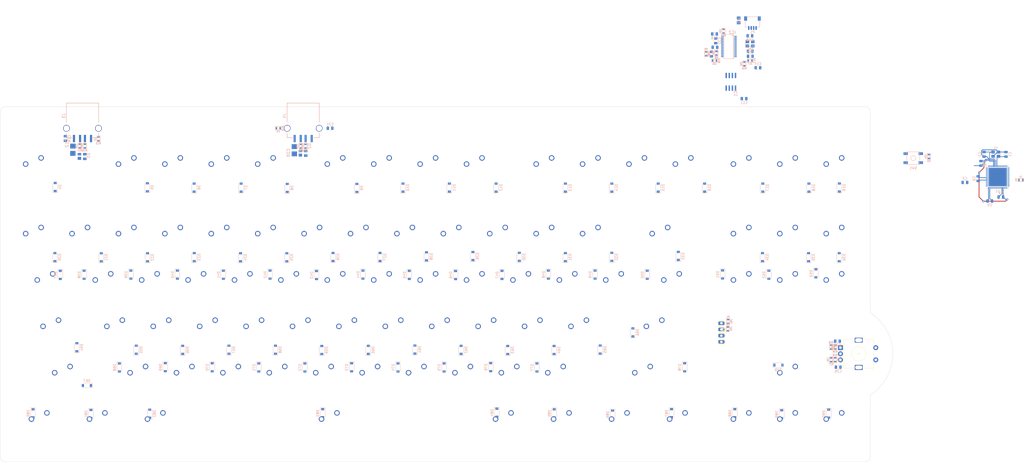
<source format=kicad_pcb>
(kicad_pcb (version 20171130) (host pcbnew "(5.1.6-0-10_14)")
  (layers (0 F.Cu signal) (31 B.Cu signal) (34 B.Paste user) (35 F.Paste user) (36 B.SilkS user) (37 F.SilkS user) (38 B.Mask user) (39 F.Mask user) (44 Edge.Cuts user))
  (net 0 "")
  (net 1 GND)
  (net 2 "Net-(C1-Pad1)")
  (net 3 "Net-(C2-Pad1)")
  (net 4 "Net-(C3-Pad1)")
  (net 5 VCC)
  (net 6 "Net-(C9-Pad2)")
  (net 7 "Net-(C12-Pad+)")
  (net 8 "/USB Hub/3V3_HUB")
  (net 9 "/USB Hub/1V8_HUB")
  (net 10 "Net-(C17-Pad1)")
  (net 11 "Net-(C18-Pad1)")
  (net 12 "Net-(C19-Pad2)")
  (net 13 "Net-(C21-Pad2)")
  (net 14 "Net-(C22-Pad2)")
  (net 15 ENC1)
  (net 16 ENC2)
  (net 17 "Net-(D1-Pad2)")
  (net 18 "Net-(D1-Pad3)")
  (net 19 "Net-(D2-Pad2)")
  (net 20 "Net-(D2-Pad3)")
  (net 21 "Net-(D4-Pad2)")
  (net 22 ROW0)
  (net 23 "Net-(D5-Pad2)")
  (net 24 "Net-(D6-Pad2)")
  (net 25 "Net-(D7-Pad2)")
  (net 26 "Net-(D8-Pad2)")
  (net 27 "Net-(D9-Pad2)")
  (net 28 "Net-(D10-Pad2)")
  (net 29 "Net-(D11-Pad2)")
  (net 30 "Net-(D12-Pad2)")
  (net 31 "Net-(D13-Pad2)")
  (net 32 "Net-(D14-Pad2)")
  (net 33 "Net-(D15-Pad2)")
  (net 34 "Net-(D16-Pad2)")
  (net 35 "Net-(D17-Pad2)")
  (net 36 "Net-(D18-Pad2)")
  (net 37 "Net-(D19-Pad2)")
  (net 38 "Net-(D20-Pad2)")
  (net 39 ROW1)
  (net 40 "Net-(D21-Pad2)")
  (net 41 "Net-(D22-Pad2)")
  (net 42 "Net-(D23-Pad2)")
  (net 43 "Net-(D24-Pad2)")
  (net 44 "Net-(D25-Pad2)")
  (net 45 "Net-(D26-Pad2)")
  (net 46 "Net-(D27-Pad2)")
  (net 47 "Net-(D28-Pad2)")
  (net 48 "Net-(D29-Pad2)")
  (net 49 "Net-(D30-Pad2)")
  (net 50 "Net-(D31-Pad2)")
  (net 51 "Net-(D32-Pad2)")
  (net 52 "Net-(D33-Pad2)")
  (net 53 "Net-(D34-Pad2)")
  (net 54 "Net-(D35-Pad2)")
  (net 55 "Net-(D36-Pad2)")
  (net 56 "Net-(D37-Pad2)")
  (net 57 ROW2)
  (net 58 "Net-(D38-Pad2)")
  (net 59 "Net-(D39-Pad2)")
  (net 60 "Net-(D40-Pad2)")
  (net 61 "Net-(D41-Pad2)")
  (net 62 "Net-(D42-Pad2)")
  (net 63 "Net-(D43-Pad2)")
  (net 64 "Net-(D44-Pad2)")
  (net 65 "Net-(D45-Pad2)")
  (net 66 "Net-(D46-Pad2)")
  (net 67 "Net-(D47-Pad2)")
  (net 68 "Net-(D48-Pad2)")
  (net 69 "Net-(D49-Pad2)")
  (net 70 "Net-(D50-Pad2)")
  (net 71 "Net-(D51-Pad2)")
  (net 72 "Net-(D52-Pad2)")
  (net 73 "Net-(D53-Pad2)")
  (net 74 "Net-(D54-Pad2)")
  (net 75 ROW3)
  (net 76 "Net-(D55-Pad2)")
  (net 77 "Net-(D56-Pad2)")
  (net 78 "Net-(D57-Pad2)")
  (net 79 "Net-(D58-Pad2)")
  (net 80 "Net-(D59-Pad2)")
  (net 81 "Net-(D60-Pad2)")
  (net 82 "Net-(D61-Pad2)")
  (net 83 "Net-(D62-Pad2)")
  (net 84 "Net-(D63-Pad2)")
  (net 85 "Net-(D64-Pad2)")
  (net 86 "Net-(D65-Pad2)")
  (net 87 "Net-(D66-Pad2)")
  (net 88 "Net-(D67-Pad2)")
  (net 89 ROW4)
  (net 90 "Net-(D68-Pad2)")
  (net 91 "Net-(D69-Pad2)")
  (net 92 "Net-(D70-Pad2)")
  (net 93 "Net-(D71-Pad2)")
  (net 94 "Net-(D72-Pad2)")
  (net 95 "Net-(D73-Pad2)")
  (net 96 "Net-(D74-Pad2)")
  (net 97 "Net-(D75-Pad2)")
  (net 98 "Net-(D76-Pad2)")
  (net 99 "Net-(D77-Pad2)")
  (net 100 "Net-(D78-Pad2)")
  (net 101 "Net-(D79-Pad2)")
  (net 102 "Net-(D80-Pad2)")
  (net 103 ROW5)
  (net 104 "Net-(D81-Pad2)")
  (net 105 "Net-(D82-Pad2)")
  (net 106 "Net-(D83-Pad2)")
  (net 107 "Net-(D84-Pad2)")
  (net 108 "Net-(D85-Pad2)")
  (net 109 "Net-(D86-Pad2)")
  (net 110 "Net-(D87-Pad2)")
  (net 111 "Net-(D88-Pad2)")
  (net 112 "Net-(D89-Pad2)")
  (net 113 "Net-(D90-Pad2)")
  (net 114 "/USB Hub/SDA_HUB")
  (net 115 "/USB Hub/SCL_HUB")
  (net 116 "Net-(IC2-Pad25)")
  (net 117 "Net-(IC2-Pad24)")
  (net 118 "Net-(IC2-Pad22)")
  (net 119 "Net-(IC2-Pad19)")
  (net 120 "Net-(IC2-Pad17)")
  (net 121 "Net-(IC2-Pad16)")
  (net 122 "Net-(IC2-Pad15)")
  (net 123 D+)
  (net 124 D-)
  (net 125 "Net-(IC2-Pad14)")
  (net 126 SDA)
  (net 127 SCL)
  (net 128 "Net-(J1-Pad2)")
  (net 129 "Net-(J3-PadD+)")
  (net 130 "Net-(J3-PadD-)")
  (net 131 "Net-(J4-PadD+)")
  (net 132 "Net-(J4-PadD-)")
  (net 133 COL0)
  (net 134 COL2)
  (net 135 COL3)
  (net 136 COL4)
  (net 137 COL5)
  (net 138 COL6)
  (net 139 COL7)
  (net 140 COL8)
  (net 141 COL9)
  (net 142 COL10)
  (net 143 COL11)
  (net 144 COL12)
  (net 145 COL13)
  (net 146 COL14)
  (net 147 COL15)
  (net 148 COL16)
  (net 149 COL1)
  (net 150 "Net-(R3-Pad2)")
  (net 151 "Net-(R4-Pad1)")
  (net 152 ROT1)
  (net 153 ROT2)
  (net 154 ENC_SW2)
  (net 155 ENC_SW1)
  (net 156 "Net-(U1-Pad62)")
  (net 157 "Net-(U1-Pad61)")
  (net 158 "Net-(U1-Pad60)")
  (net 159 "Net-(U1-Pad59)")
  (net 160 "Net-(U1-Pad58)")
  (net 161 "Net-(U1-Pad57)")
  (net 162 "Net-(U1-Pad56)")
  (net 163 "Net-(U1-Pad55)")
  (net 164 "Net-(U1-Pad54)")
  (net 165 "Net-(U1-Pad51)")
  (net 166 "Net-(U1-Pad50)")
  (net 167 "Net-(U1-Pad49)")
  (net 168 "Net-(U1-Pad48)")
  (net 169 "Net-(U1-Pad47)")
  (net 170 "Net-(U1-Pad46)")
  (net 171 "Net-(U1-Pad45)")
  (net 172 "Net-(U1-Pad44)")
  (net 173 "Net-(U1-Pad42)")
  (net 174 "Net-(U1-Pad41)")
  (net 175 "Net-(U1-Pad40)")
  (net 176 "Net-(U1-Pad39)")
  (net 177 "Net-(U1-Pad38)")
  (net 178 "Net-(U1-Pad37)")
  (net 179 "Net-(U1-Pad36)")
  (net 180 "Net-(U1-Pad35)")
  (net 181 "Net-(U1-Pad34)")
  (net 182 "Net-(U1-Pad33)")
  (net 183 "Net-(U1-Pad32)")
  (net 184 "Net-(U1-Pad31)")
  (net 185 "Net-(U1-Pad30)")
  (net 186 "Net-(U1-Pad29)")
  (net 187 "Net-(U1-Pad28)")
  (net 188 "Net-(U1-Pad27)")
  (net 189 "Net-(U1-Pad19)")
  (net 190 "Net-(U1-Pad18)")
  (net 191 "Net-(U1-Pad17)")
  (net 192 "Net-(U1-Pad16)")
  (net 193 "Net-(U1-Pad15)")
  (net 194 "Net-(U1-Pad14)")
  (net 195 MISO)
  (net 196 MOSI)
  (net 197 SCLK)
  (net 198 "Net-(U1-Pad10)")
  (net 199 "Net-(U1-Pad9)")
  (net 200 "Net-(U1-Pad2)")
  (net 201 "Net-(U1-Pad1)")
  (net 202 "Net-(IC2-Pad7)")
  (net 203 "Net-(IC2-Pad6)")
  (module Crystal:Crystal_SMD_3225-4Pin_3.2x2.5mm (layer B.Cu) (at 440.4155 82.2715 180)
    (fp_text reference Y1 (at 0 2.45) (layer B.SilkS) (effects (justify mirror)))
    (fp_text value 8MHz)
    (pad 4 smd rect (at -1.1 0.85 180) (size 1.4 1.2) (layers B.Cu B.Paste B.Mask) (net 1 GND))
    (pad 3 smd rect (at 1.1 0.85 180) (size 1.4 1.2) (layers B.Cu B.Paste B.Mask) (net 3 "Net-(C2-Pad1)"))
    (pad 2 smd rect (at 1.1 -0.85 180) (size 1.4 1.2) (layers B.Cu B.Paste B.Mask) (net 1 GND))
    (pad 1 smd rect (at -1.1 -0.85 180) (size 1.4 1.2) (layers B.Cu B.Paste B.Mask) (net 2 "Net-(C1-Pad1)"))
  )
  (module 1_MX_Only:MXOnly-1.25U-NoLED (layer F.Cu) (at 238.91875 193.675)
    (fp_text reference MX81)
    (fp_text value R_ALT)
    (pad 2 thru_hole circle (at 2.54 -5.08) (size 2.25 2.25) (drill 1.47) (layers *.Cu B.Mask) (net 107 "Net-(D84-Pad2)"))
    (pad "" np_thru_hole circle (at 0 0) (size 3.9878 3.9878) (drill 3.9878) (layers *.Cu *.Mask))
    (pad 1 thru_hole circle (at -3.81 -2.54) (size 2.25 2.25) (drill 1.47) (layers *.Cu B.Mask) (net 142 COL10))
    (pad "" np_thru_hole circle (at -5.08 0 48.0996) (size 1.75 1.75) (drill 1.75) (layers *.Cu *.Mask))
    (pad "" np_thru_hole circle (at 5.08 0 48.0996) (size 1.75 1.75) (drill 1.75) (layers *.Cu *.Mask))
  )
  (module "1_Keyboard Footprints:JST-SR-4" (layer B.Cu) (at 340.5505 25.654)
    (fp_text reference P1 (at 0 6.5) (layer B.SilkS) (effects (justify mirror)))
    (fp_text value Lily58-cache_CONN_01X04)
    (pad "" smd rect (at 2.8 0.9) (size 1.2 1.8) (layers B.Cu B.Paste B.Mask))
    (pad "" smd rect (at -2.8 0.9) (size 1.2 1.8) (layers B.Cu B.Paste B.Mask))
    (pad 1 smd rect (at -1.5 4.775) (size 0.6 1.55) (layers B.Cu B.Paste B.Mask) (net 5 VCC))
    (pad 2 smd rect (at -0.5 4.775) (size 0.6 1.55) (layers B.Cu B.Paste B.Mask) (net 122 "Net-(IC2-Pad15)"))
    (pad 4 smd rect (at 1.5 4.775) (size 0.6 1.55) (layers B.Cu B.Paste B.Mask) (net 1 GND))
    (pad 3 smd rect (at 0.5 4.775) (size 0.6 1.55) (layers B.Cu B.Paste B.Mask) (net 121 "Net-(IC2-Pad16)"))
  )
  (module 1_MX_Only:MXOnly-1U-NoLED (layer F.Cu) (at 374.65 193.675)
    (fp_text reference MX87)
    (fp_text value RIGHT)
    (pad 2 thru_hole circle (at 2.54 -5.08) (size 2.25 2.25) (drill 1.47) (layers *.Cu B.Mask) (net 113 "Net-(D90-Pad2)"))
    (pad "" np_thru_hole circle (at 0 0) (size 3.9878 3.9878) (drill 3.9878) (layers *.Cu *.Mask))
    (pad 1 thru_hole circle (at -3.81 -2.54) (size 2.25 2.25) (drill 1.47) (layers *.Cu B.Mask) (net 148 COL16))
    (pad "" np_thru_hole circle (at -5.08 0 48.0996) (size 1.75 1.75) (drill 1.75) (layers *.Cu *.Mask))
    (pad "" np_thru_hole circle (at 5.08 0 48.0996) (size 1.75 1.75) (drill 1.75) (layers *.Cu *.Mask))
  )
  (module 1_MX_Only:MXOnly-1U-NoLED (layer F.Cu) (at 355.6 193.675)
    (fp_text reference MX86)
    (fp_text value DOWN)
    (pad 2 thru_hole circle (at 2.54 -5.08) (size 2.25 2.25) (drill 1.47) (layers *.Cu B.Mask) (net 112 "Net-(D89-Pad2)"))
    (pad "" np_thru_hole circle (at 0 0) (size 3.9878 3.9878) (drill 3.9878) (layers *.Cu *.Mask))
    (pad 1 thru_hole circle (at -3.81 -2.54) (size 2.25 2.25) (drill 1.47) (layers *.Cu B.Mask) (net 147 COL15))
    (pad "" np_thru_hole circle (at -5.08 0 48.0996) (size 1.75 1.75) (drill 1.75) (layers *.Cu *.Mask))
    (pad "" np_thru_hole circle (at 5.08 0 48.0996) (size 1.75 1.75) (drill 1.75) (layers *.Cu *.Mask))
  )
  (module 1_MX_Only:MXOnly-1U-NoLED (layer F.Cu) (at 336.55 193.675)
    (fp_text reference MX85)
    (fp_text value LEFT)
    (pad 2 thru_hole circle (at 2.54 -5.08) (size 2.25 2.25) (drill 1.47) (layers *.Cu B.Mask) (net 111 "Net-(D88-Pad2)"))
    (pad "" np_thru_hole circle (at 0 0) (size 3.9878 3.9878) (drill 3.9878) (layers *.Cu *.Mask))
    (pad 1 thru_hole circle (at -3.81 -2.54) (size 2.25 2.25) (drill 1.47) (layers *.Cu B.Mask) (net 146 COL14))
    (pad "" np_thru_hole circle (at -5.08 0 48.0996) (size 1.75 1.75) (drill 1.75) (layers *.Cu *.Mask))
    (pad "" np_thru_hole circle (at 5.08 0 48.0996) (size 1.75 1.75) (drill 1.75) (layers *.Cu *.Mask))
  )
  (module 1_MX_Only:MXOnly-1.25U-NoLED (layer F.Cu) (at 310.35625 193.675)
    (fp_text reference MX84)
    (fp_text value R_CTRL)
    (pad 2 thru_hole circle (at 2.54 -5.08) (size 2.25 2.25) (drill 1.47) (layers *.Cu B.Mask) (net 110 "Net-(D87-Pad2)"))
    (pad "" np_thru_hole circle (at 0 0) (size 3.9878 3.9878) (drill 3.9878) (layers *.Cu *.Mask))
    (pad 1 thru_hole circle (at -3.81 -2.54) (size 2.25 2.25) (drill 1.47) (layers *.Cu B.Mask) (net 145 COL13))
    (pad "" np_thru_hole circle (at -5.08 0 48.0996) (size 1.75 1.75) (drill 1.75) (layers *.Cu *.Mask))
    (pad "" np_thru_hole circle (at 5.08 0 48.0996) (size 1.75 1.75) (drill 1.75) (layers *.Cu *.Mask))
  )
  (module 1_MX_Only:MXOnly-1.25U-NoLED (layer F.Cu) (at 286.54375 193.675)
    (fp_text reference MX83)
    (fp_text value R_FN)
    (pad 2 thru_hole circle (at 2.54 -5.08) (size 2.25 2.25) (drill 1.47) (layers *.Cu B.Mask) (net 109 "Net-(D86-Pad2)"))
    (pad "" np_thru_hole circle (at 0 0) (size 3.9878 3.9878) (drill 3.9878) (layers *.Cu *.Mask))
    (pad 1 thru_hole circle (at -3.81 -2.54) (size 2.25 2.25) (drill 1.47) (layers *.Cu B.Mask) (net 144 COL12))
    (pad "" np_thru_hole circle (at -5.08 0 48.0996) (size 1.75 1.75) (drill 1.75) (layers *.Cu *.Mask))
    (pad "" np_thru_hole circle (at 5.08 0 48.0996) (size 1.75 1.75) (drill 1.75) (layers *.Cu *.Mask))
  )
  (module 1_MX_Only:MXOnly-1.25U-NoLED (layer F.Cu) (at 262.73125 193.675)
    (fp_text reference MX82)
    (fp_text value R_OS)
    (pad 2 thru_hole circle (at 2.54 -5.08) (size 2.25 2.25) (drill 1.47) (layers *.Cu B.Mask) (net 108 "Net-(D85-Pad2)"))
    (pad "" np_thru_hole circle (at 0 0) (size 3.9878 3.9878) (drill 3.9878) (layers *.Cu *.Mask))
    (pad 1 thru_hole circle (at -3.81 -2.54) (size 2.25 2.25) (drill 1.47) (layers *.Cu B.Mask) (net 143 COL11))
    (pad "" np_thru_hole circle (at -5.08 0 48.0996) (size 1.75 1.75) (drill 1.75) (layers *.Cu *.Mask))
    (pad "" np_thru_hole circle (at 5.08 0 48.0996) (size 1.75 1.75) (drill 1.75) (layers *.Cu *.Mask))
  )
  (module 1_MX_Only:MXOnly-6.25U-NoLED (layer F.Cu) (at 167.48125 193.675)
    (fp_text reference MX80)
    (fp_text value SPACE)
    (pad 2 thru_hole circle (at 2.54 -5.08) (size 2.25 2.25) (drill 1.47) (layers *.Cu B.Mask) (net 106 "Net-(D83-Pad2)"))
    (pad "" np_thru_hole circle (at 0 0) (size 3.9878 3.9878) (drill 3.9878) (layers *.Cu *.Mask))
    (pad 1 thru_hole circle (at -3.81 -2.54) (size 2.25 2.25) (drill 1.47) (layers *.Cu B.Mask) (net 137 COL5))
    (pad "" np_thru_hole circle (at -5.08 0 48.0996) (size 1.75 1.75) (drill 1.75) (layers *.Cu *.Mask))
    (pad "" np_thru_hole circle (at 5.08 0 48.0996) (size 1.75 1.75) (drill 1.75) (layers *.Cu *.Mask))
    (pad "" np_thru_hole circle (at -49.9999 -6.985) (size 3.048 3.048) (drill 3.048) (layers *.Cu *.Mask))
    (pad "" np_thru_hole circle (at 49.9999 -6.985) (size 3.048 3.048) (drill 3.048) (layers *.Cu *.Mask))
    (pad "" np_thru_hole circle (at -49.9999 8.255) (size 3.9878 3.9878) (drill 3.9878) (layers *.Cu *.Mask))
    (pad "" np_thru_hole circle (at 49.9999 8.255) (size 3.9878 3.9878) (drill 3.9878) (layers *.Cu *.Mask))
  )
  (module 1_MX_Only:MXOnly-1.25U-NoLED (layer F.Cu) (at 96.04375 193.675)
    (fp_text reference MX79)
    (fp_text value L_ALT)
    (pad 2 thru_hole circle (at 2.54 -5.08) (size 2.25 2.25) (drill 1.47) (layers *.Cu B.Mask) (net 105 "Net-(D82-Pad2)"))
    (pad "" np_thru_hole circle (at 0 0) (size 3.9878 3.9878) (drill 3.9878) (layers *.Cu *.Mask))
    (pad 1 thru_hole circle (at -3.81 -2.54) (size 2.25 2.25) (drill 1.47) (layers *.Cu B.Mask) (net 134 COL2))
    (pad "" np_thru_hole circle (at -5.08 0 48.0996) (size 1.75 1.75) (drill 1.75) (layers *.Cu *.Mask))
    (pad "" np_thru_hole circle (at 5.08 0 48.0996) (size 1.75 1.75) (drill 1.75) (layers *.Cu *.Mask))
  )
  (module 1_MX_Only:MXOnly-1.25U-NoLED (layer F.Cu) (at 72.23125 193.675)
    (fp_text reference MX78)
    (fp_text value L_OS)
    (pad 2 thru_hole circle (at 2.54 -5.08) (size 2.25 2.25) (drill 1.47) (layers *.Cu B.Mask) (net 104 "Net-(D81-Pad2)"))
    (pad "" np_thru_hole circle (at 0 0) (size 3.9878 3.9878) (drill 3.9878) (layers *.Cu *.Mask))
    (pad 1 thru_hole circle (at -3.81 -2.54) (size 2.25 2.25) (drill 1.47) (layers *.Cu B.Mask) (net 149 COL1))
    (pad "" np_thru_hole circle (at -5.08 0 48.0996) (size 1.75 1.75) (drill 1.75) (layers *.Cu *.Mask))
    (pad "" np_thru_hole circle (at 5.08 0 48.0996) (size 1.75 1.75) (drill 1.75) (layers *.Cu *.Mask))
  )
  (module 1_MX_Only:MXOnly-1.25U-NoLED (layer F.Cu) (at 48.41875 193.675)
    (fp_text reference MX77)
    (fp_text value L_CTRL)
    (pad 2 thru_hole circle (at 2.54 -5.08) (size 2.25 2.25) (drill 1.47) (layers *.Cu B.Mask) (net 102 "Net-(D80-Pad2)"))
    (pad "" np_thru_hole circle (at 0 0) (size 3.9878 3.9878) (drill 3.9878) (layers *.Cu *.Mask))
    (pad 1 thru_hole circle (at -3.81 -2.54) (size 2.25 2.25) (drill 1.47) (layers *.Cu B.Mask) (net 133 COL0))
    (pad "" np_thru_hole circle (at -5.08 0 48.0996) (size 1.75 1.75) (drill 1.75) (layers *.Cu *.Mask))
    (pad "" np_thru_hole circle (at 5.08 0 48.0996) (size 1.75 1.75) (drill 1.75) (layers *.Cu *.Mask))
  )
  (module 1_MX_Only:MXOnly-1U-NoLED (layer F.Cu) (at 355.6 174.625)
    (fp_text reference MX76)
    (fp_text value UP)
    (pad 2 thru_hole circle (at 2.54 -5.08) (size 2.25 2.25) (drill 1.47) (layers *.Cu B.Mask) (net 101 "Net-(D79-Pad2)"))
    (pad "" np_thru_hole circle (at 0 0) (size 3.9878 3.9878) (drill 3.9878) (layers *.Cu *.Mask))
    (pad 1 thru_hole circle (at -3.81 -2.54) (size 2.25 2.25) (drill 1.47) (layers *.Cu B.Mask) (net 147 COL15))
    (pad "" np_thru_hole circle (at -5.08 0 48.0996) (size 1.75 1.75) (drill 1.75) (layers *.Cu *.Mask))
    (pad "" np_thru_hole circle (at 5.08 0 48.0996) (size 1.75 1.75) (drill 1.75) (layers *.Cu *.Mask))
  )
  (module 1_MX_Only:MXOnly-2.75U-NoLED (layer F.Cu) (at 296.06875 174.625)
    (fp_text reference MX75)
    (fp_text value R_SHIFT)
    (pad 2 thru_hole circle (at 2.54 -5.08) (size 2.25 2.25) (drill 1.47) (layers *.Cu B.Mask) (net 100 "Net-(D78-Pad2)"))
    (pad "" np_thru_hole circle (at 0 0) (size 3.9878 3.9878) (drill 3.9878) (layers *.Cu *.Mask))
    (pad 1 thru_hole circle (at -3.81 -2.54) (size 2.25 2.25) (drill 1.47) (layers *.Cu B.Mask) (net 145 COL13))
    (pad "" np_thru_hole circle (at -5.08 0 48.0996) (size 1.75 1.75) (drill 1.75) (layers *.Cu *.Mask))
    (pad "" np_thru_hole circle (at 5.08 0 48.0996) (size 1.75 1.75) (drill 1.75) (layers *.Cu *.Mask))
    (pad "" np_thru_hole circle (at -11.90625 -6.985) (size 3.048 3.048) (drill 3.048) (layers *.Cu *.Mask))
    (pad "" np_thru_hole circle (at 11.90625 -6.985) (size 3.048 3.048) (drill 3.048) (layers *.Cu *.Mask))
    (pad "" np_thru_hole circle (at -11.90625 8.255) (size 3.9878 3.9878) (drill 3.9878) (layers *.Cu *.Mask))
    (pad "" np_thru_hole circle (at 11.90625 8.255) (size 3.9878 3.9878) (drill 3.9878) (layers *.Cu *.Mask))
  )
  (module 1_MX_Only:MXOnly-1U-NoLED (layer F.Cu) (at 260.35 174.625)
    (fp_text reference MX74)
    (fp_text value /)
    (pad 2 thru_hole circle (at 2.54 -5.08) (size 2.25 2.25) (drill 1.47) (layers *.Cu B.Mask) (net 99 "Net-(D77-Pad2)"))
    (pad "" np_thru_hole circle (at 0 0) (size 3.9878 3.9878) (drill 3.9878) (layers *.Cu *.Mask))
    (pad 1 thru_hole circle (at -3.81 -2.54) (size 2.25 2.25) (drill 1.47) (layers *.Cu B.Mask) (net 142 COL10))
    (pad "" np_thru_hole circle (at -5.08 0 48.0996) (size 1.75 1.75) (drill 1.75) (layers *.Cu *.Mask))
    (pad "" np_thru_hole circle (at 5.08 0 48.0996) (size 1.75 1.75) (drill 1.75) (layers *.Cu *.Mask))
  )
  (module 1_MX_Only:MXOnly-1U-NoLED (layer F.Cu) (at 241.3 174.625)
    (fp_text reference MX73)
    (fp_text value .)
    (pad 2 thru_hole circle (at 2.54 -5.08) (size 2.25 2.25) (drill 1.47) (layers *.Cu B.Mask) (net 98 "Net-(D76-Pad2)"))
    (pad "" np_thru_hole circle (at 0 0) (size 3.9878 3.9878) (drill 3.9878) (layers *.Cu *.Mask))
    (pad 1 thru_hole circle (at -3.81 -2.54) (size 2.25 2.25) (drill 1.47) (layers *.Cu B.Mask) (net 141 COL9))
    (pad "" np_thru_hole circle (at -5.08 0 48.0996) (size 1.75 1.75) (drill 1.75) (layers *.Cu *.Mask))
    (pad "" np_thru_hole circle (at 5.08 0 48.0996) (size 1.75 1.75) (drill 1.75) (layers *.Cu *.Mask))
  )
  (module 1_MX_Only:MXOnly-1U-NoLED (layer F.Cu) (at 222.25 174.625)
    (fp_text reference MX72)
    (fp_text value ,)
    (pad 2 thru_hole circle (at 2.54 -5.08) (size 2.25 2.25) (drill 1.47) (layers *.Cu B.Mask) (net 97 "Net-(D75-Pad2)"))
    (pad "" np_thru_hole circle (at 0 0) (size 3.9878 3.9878) (drill 3.9878) (layers *.Cu *.Mask))
    (pad 1 thru_hole circle (at -3.81 -2.54) (size 2.25 2.25) (drill 1.47) (layers *.Cu B.Mask) (net 140 COL8))
    (pad "" np_thru_hole circle (at -5.08 0 48.0996) (size 1.75 1.75) (drill 1.75) (layers *.Cu *.Mask))
    (pad "" np_thru_hole circle (at 5.08 0 48.0996) (size 1.75 1.75) (drill 1.75) (layers *.Cu *.Mask))
  )
  (module 1_MX_Only:MXOnly-1U-NoLED (layer F.Cu) (at 203.2 174.625)
    (fp_text reference MX71)
    (fp_text value M)
    (pad 2 thru_hole circle (at 2.54 -5.08) (size 2.25 2.25) (drill 1.47) (layers *.Cu B.Mask) (net 96 "Net-(D74-Pad2)"))
    (pad "" np_thru_hole circle (at 0 0) (size 3.9878 3.9878) (drill 3.9878) (layers *.Cu *.Mask))
    (pad 1 thru_hole circle (at -3.81 -2.54) (size 2.25 2.25) (drill 1.47) (layers *.Cu B.Mask) (net 139 COL7))
    (pad "" np_thru_hole circle (at -5.08 0 48.0996) (size 1.75 1.75) (drill 1.75) (layers *.Cu *.Mask))
    (pad "" np_thru_hole circle (at 5.08 0 48.0996) (size 1.75 1.75) (drill 1.75) (layers *.Cu *.Mask))
  )
  (module 1_MX_Only:MXOnly-1U-NoLED (layer F.Cu) (at 184.15 174.625)
    (fp_text reference MX70)
    (fp_text value N)
    (pad 2 thru_hole circle (at 2.54 -5.08) (size 2.25 2.25) (drill 1.47) (layers *.Cu B.Mask) (net 95 "Net-(D73-Pad2)"))
    (pad "" np_thru_hole circle (at 0 0) (size 3.9878 3.9878) (drill 3.9878) (layers *.Cu *.Mask))
    (pad 1 thru_hole circle (at -3.81 -2.54) (size 2.25 2.25) (drill 1.47) (layers *.Cu B.Mask) (net 138 COL6))
    (pad "" np_thru_hole circle (at -5.08 0 48.0996) (size 1.75 1.75) (drill 1.75) (layers *.Cu *.Mask))
    (pad "" np_thru_hole circle (at 5.08 0 48.0996) (size 1.75 1.75) (drill 1.75) (layers *.Cu *.Mask))
  )
  (module 1_MX_Only:MXOnly-1U-NoLED (layer F.Cu) (at 165.1 174.625)
    (fp_text reference MX69)
    (fp_text value B)
    (pad 2 thru_hole circle (at 2.54 -5.08) (size 2.25 2.25) (drill 1.47) (layers *.Cu B.Mask) (net 94 "Net-(D72-Pad2)"))
    (pad "" np_thru_hole circle (at 0 0) (size 3.9878 3.9878) (drill 3.9878) (layers *.Cu *.Mask))
    (pad 1 thru_hole circle (at -3.81 -2.54) (size 2.25 2.25) (drill 1.47) (layers *.Cu B.Mask) (net 137 COL5))
    (pad "" np_thru_hole circle (at -5.08 0 48.0996) (size 1.75 1.75) (drill 1.75) (layers *.Cu *.Mask))
    (pad "" np_thru_hole circle (at 5.08 0 48.0996) (size 1.75 1.75) (drill 1.75) (layers *.Cu *.Mask))
  )
  (module 1_MX_Only:MXOnly-1U-NoLED (layer F.Cu) (at 146.05 174.625)
    (fp_text reference MX68)
    (fp_text value V)
    (pad 2 thru_hole circle (at 2.54 -5.08) (size 2.25 2.25) (drill 1.47) (layers *.Cu B.Mask) (net 93 "Net-(D71-Pad2)"))
    (pad "" np_thru_hole circle (at 0 0) (size 3.9878 3.9878) (drill 3.9878) (layers *.Cu *.Mask))
    (pad 1 thru_hole circle (at -3.81 -2.54) (size 2.25 2.25) (drill 1.47) (layers *.Cu B.Mask) (net 136 COL4))
    (pad "" np_thru_hole circle (at -5.08 0 48.0996) (size 1.75 1.75) (drill 1.75) (layers *.Cu *.Mask))
    (pad "" np_thru_hole circle (at 5.08 0 48.0996) (size 1.75 1.75) (drill 1.75) (layers *.Cu *.Mask))
  )
  (module 1_MX_Only:MXOnly-1U-NoLED (layer F.Cu) (at 127 174.625)
    (fp_text reference MX67)
    (fp_text value C)
    (pad 2 thru_hole circle (at 2.54 -5.08) (size 2.25 2.25) (drill 1.47) (layers *.Cu B.Mask) (net 92 "Net-(D70-Pad2)"))
    (pad "" np_thru_hole circle (at 0 0) (size 3.9878 3.9878) (drill 3.9878) (layers *.Cu *.Mask))
    (pad 1 thru_hole circle (at -3.81 -2.54) (size 2.25 2.25) (drill 1.47) (layers *.Cu B.Mask) (net 135 COL3))
    (pad "" np_thru_hole circle (at -5.08 0 48.0996) (size 1.75 1.75) (drill 1.75) (layers *.Cu *.Mask))
    (pad "" np_thru_hole circle (at 5.08 0 48.0996) (size 1.75 1.75) (drill 1.75) (layers *.Cu *.Mask))
  )
  (module 1_MX_Only:MXOnly-1U-NoLED (layer F.Cu) (at 107.95 174.625)
    (fp_text reference MX66)
    (fp_text value X)
    (pad 2 thru_hole circle (at 2.54 -5.08) (size 2.25 2.25) (drill 1.47) (layers *.Cu B.Mask) (net 91 "Net-(D69-Pad2)"))
    (pad "" np_thru_hole circle (at 0 0) (size 3.9878 3.9878) (drill 3.9878) (layers *.Cu *.Mask))
    (pad 1 thru_hole circle (at -3.81 -2.54) (size 2.25 2.25) (drill 1.47) (layers *.Cu B.Mask) (net 134 COL2))
    (pad "" np_thru_hole circle (at -5.08 0 48.0996) (size 1.75 1.75) (drill 1.75) (layers *.Cu *.Mask))
    (pad "" np_thru_hole circle (at 5.08 0 48.0996) (size 1.75 1.75) (drill 1.75) (layers *.Cu *.Mask))
  )
  (module 1_MX_Only:MXOnly-1U-NoLED (layer F.Cu) (at 88.9 174.625)
    (fp_text reference MX65)
    (fp_text value Z)
    (pad 2 thru_hole circle (at 2.54 -5.08) (size 2.25 2.25) (drill 1.47) (layers *.Cu B.Mask) (net 90 "Net-(D68-Pad2)"))
    (pad "" np_thru_hole circle (at 0 0) (size 3.9878 3.9878) (drill 3.9878) (layers *.Cu *.Mask))
    (pad 1 thru_hole circle (at -3.81 -2.54) (size 2.25 2.25) (drill 1.47) (layers *.Cu B.Mask) (net 149 COL1))
    (pad "" np_thru_hole circle (at -5.08 0 48.0996) (size 1.75 1.75) (drill 1.75) (layers *.Cu *.Mask))
    (pad "" np_thru_hole circle (at 5.08 0 48.0996) (size 1.75 1.75) (drill 1.75) (layers *.Cu *.Mask))
  )
  (module 1_MX_Only:MXOnly-2.25U-NoLED (layer F.Cu) (at 57.94375 174.625)
    (fp_text reference MX64)
    (fp_text value L_SHIFT)
    (pad 2 thru_hole circle (at 2.54 -5.08) (size 2.25 2.25) (drill 1.47) (layers *.Cu B.Mask) (net 88 "Net-(D67-Pad2)"))
    (pad "" np_thru_hole circle (at 0 0) (size 3.9878 3.9878) (drill 3.9878) (layers *.Cu *.Mask))
    (pad 1 thru_hole circle (at -3.81 -2.54) (size 2.25 2.25) (drill 1.47) (layers *.Cu B.Mask) (net 133 COL0))
    (pad "" np_thru_hole circle (at -5.08 0 48.0996) (size 1.75 1.75) (drill 1.75) (layers *.Cu *.Mask))
    (pad "" np_thru_hole circle (at 5.08 0 48.0996) (size 1.75 1.75) (drill 1.75) (layers *.Cu *.Mask))
    (pad "" np_thru_hole circle (at -11.90625 -6.985) (size 3.048 3.048) (drill 3.048) (layers *.Cu *.Mask))
    (pad "" np_thru_hole circle (at 11.90625 -6.985) (size 3.048 3.048) (drill 3.048) (layers *.Cu *.Mask))
    (pad "" np_thru_hole circle (at -11.90625 8.255) (size 3.9878 3.9878) (drill 3.9878) (layers *.Cu *.Mask))
    (pad "" np_thru_hole circle (at 11.90625 8.255) (size 3.9878 3.9878) (drill 3.9878) (layers *.Cu *.Mask))
  )
  (module 1_MX_Only:MXOnly-2.25U-NoLED (layer F.Cu) (at 300.83125 155.575)
    (fp_text reference MX63)
    (fp_text value ENTER)
    (pad 2 thru_hole circle (at 2.54 -5.08) (size 2.25 2.25) (drill 1.47) (layers *.Cu B.Mask) (net 87 "Net-(D66-Pad2)"))
    (pad "" np_thru_hole circle (at 0 0) (size 3.9878 3.9878) (drill 3.9878) (layers *.Cu *.Mask))
    (pad 1 thru_hole circle (at -3.81 -2.54) (size 2.25 2.25) (drill 1.47) (layers *.Cu B.Mask) (net 145 COL13))
    (pad "" np_thru_hole circle (at -5.08 0 48.0996) (size 1.75 1.75) (drill 1.75) (layers *.Cu *.Mask))
    (pad "" np_thru_hole circle (at 5.08 0 48.0996) (size 1.75 1.75) (drill 1.75) (layers *.Cu *.Mask))
    (pad "" np_thru_hole circle (at -11.90625 -6.985) (size 3.048 3.048) (drill 3.048) (layers *.Cu *.Mask))
    (pad "" np_thru_hole circle (at 11.90625 -6.985) (size 3.048 3.048) (drill 3.048) (layers *.Cu *.Mask))
    (pad "" np_thru_hole circle (at -11.90625 8.255) (size 3.9878 3.9878) (drill 3.9878) (layers *.Cu *.Mask))
    (pad "" np_thru_hole circle (at 11.90625 8.255) (size 3.9878 3.9878) (drill 3.9878) (layers *.Cu *.Mask))
  )
  (module 1_MX_Only:MXOnly-1U-NoLED (layer F.Cu) (at 269.875 155.575)
    (fp_text reference MX62)
    (fp_text value ')
    (pad 2 thru_hole circle (at 2.54 -5.08) (size 2.25 2.25) (drill 1.47) (layers *.Cu B.Mask) (net 86 "Net-(D65-Pad2)"))
    (pad "" np_thru_hole circle (at 0 0) (size 3.9878 3.9878) (drill 3.9878) (layers *.Cu *.Mask))
    (pad 1 thru_hole circle (at -3.81 -2.54) (size 2.25 2.25) (drill 1.47) (layers *.Cu B.Mask) (net 143 COL11))
    (pad "" np_thru_hole circle (at -5.08 0 48.0996) (size 1.75 1.75) (drill 1.75) (layers *.Cu *.Mask))
    (pad "" np_thru_hole circle (at 5.08 0 48.0996) (size 1.75 1.75) (drill 1.75) (layers *.Cu *.Mask))
  )
  (module 1_MX_Only:MXOnly-1U-NoLED (layer F.Cu) (at 250.825 155.575)
    (fp_text reference MX61)
    (fp_text value ;)
    (pad 2 thru_hole circle (at 2.54 -5.08) (size 2.25 2.25) (drill 1.47) (layers *.Cu B.Mask) (net 85 "Net-(D64-Pad2)"))
    (pad "" np_thru_hole circle (at 0 0) (size 3.9878 3.9878) (drill 3.9878) (layers *.Cu *.Mask))
    (pad 1 thru_hole circle (at -3.81 -2.54) (size 2.25 2.25) (drill 1.47) (layers *.Cu B.Mask) (net 142 COL10))
    (pad "" np_thru_hole circle (at -5.08 0 48.0996) (size 1.75 1.75) (drill 1.75) (layers *.Cu *.Mask))
    (pad "" np_thru_hole circle (at 5.08 0 48.0996) (size 1.75 1.75) (drill 1.75) (layers *.Cu *.Mask))
  )
  (module 1_MX_Only:MXOnly-1U-NoLED (layer F.Cu) (at 231.775 155.575)
    (fp_text reference MX60)
    (fp_text value L)
    (pad 2 thru_hole circle (at 2.54 -5.08) (size 2.25 2.25) (drill 1.47) (layers *.Cu B.Mask) (net 84 "Net-(D63-Pad2)"))
    (pad "" np_thru_hole circle (at 0 0) (size 3.9878 3.9878) (drill 3.9878) (layers *.Cu *.Mask))
    (pad 1 thru_hole circle (at -3.81 -2.54) (size 2.25 2.25) (drill 1.47) (layers *.Cu B.Mask) (net 141 COL9))
    (pad "" np_thru_hole circle (at -5.08 0 48.0996) (size 1.75 1.75) (drill 1.75) (layers *.Cu *.Mask))
    (pad "" np_thru_hole circle (at 5.08 0 48.0996) (size 1.75 1.75) (drill 1.75) (layers *.Cu *.Mask))
  )
  (module 1_MX_Only:MXOnly-1U-NoLED (layer F.Cu) (at 212.725 155.575)
    (fp_text reference MX59)
    (fp_text value K)
    (pad 2 thru_hole circle (at 2.54 -5.08) (size 2.25 2.25) (drill 1.47) (layers *.Cu B.Mask) (net 83 "Net-(D62-Pad2)"))
    (pad "" np_thru_hole circle (at 0 0) (size 3.9878 3.9878) (drill 3.9878) (layers *.Cu *.Mask))
    (pad 1 thru_hole circle (at -3.81 -2.54) (size 2.25 2.25) (drill 1.47) (layers *.Cu B.Mask) (net 140 COL8))
    (pad "" np_thru_hole circle (at -5.08 0 48.0996) (size 1.75 1.75) (drill 1.75) (layers *.Cu *.Mask))
    (pad "" np_thru_hole circle (at 5.08 0 48.0996) (size 1.75 1.75) (drill 1.75) (layers *.Cu *.Mask))
  )
  (module 1_MX_Only:MXOnly-1U-NoLED (layer F.Cu) (at 193.675 155.575)
    (fp_text reference MX58)
    (fp_text value J)
    (pad 2 thru_hole circle (at 2.54 -5.08) (size 2.25 2.25) (drill 1.47) (layers *.Cu B.Mask) (net 82 "Net-(D61-Pad2)"))
    (pad "" np_thru_hole circle (at 0 0) (size 3.9878 3.9878) (drill 3.9878) (layers *.Cu *.Mask))
    (pad 1 thru_hole circle (at -3.81 -2.54) (size 2.25 2.25) (drill 1.47) (layers *.Cu B.Mask) (net 139 COL7))
    (pad "" np_thru_hole circle (at -5.08 0 48.0996) (size 1.75 1.75) (drill 1.75) (layers *.Cu *.Mask))
    (pad "" np_thru_hole circle (at 5.08 0 48.0996) (size 1.75 1.75) (drill 1.75) (layers *.Cu *.Mask))
  )
  (module 1_MX_Only:MXOnly-1U-NoLED (layer F.Cu) (at 174.625 155.575)
    (fp_text reference MX57)
    (fp_text value H)
    (pad 2 thru_hole circle (at 2.54 -5.08) (size 2.25 2.25) (drill 1.47) (layers *.Cu B.Mask) (net 81 "Net-(D60-Pad2)"))
    (pad "" np_thru_hole circle (at 0 0) (size 3.9878 3.9878) (drill 3.9878) (layers *.Cu *.Mask))
    (pad 1 thru_hole circle (at -3.81 -2.54) (size 2.25 2.25) (drill 1.47) (layers *.Cu B.Mask) (net 138 COL6))
    (pad "" np_thru_hole circle (at -5.08 0 48.0996) (size 1.75 1.75) (drill 1.75) (layers *.Cu *.Mask))
    (pad "" np_thru_hole circle (at 5.08 0 48.0996) (size 1.75 1.75) (drill 1.75) (layers *.Cu *.Mask))
  )
  (module 1_MX_Only:MXOnly-1U-NoLED (layer F.Cu) (at 155.575 155.575)
    (fp_text reference MX56)
    (fp_text value G)
    (pad 2 thru_hole circle (at 2.54 -5.08) (size 2.25 2.25) (drill 1.47) (layers *.Cu B.Mask) (net 80 "Net-(D59-Pad2)"))
    (pad "" np_thru_hole circle (at 0 0) (size 3.9878 3.9878) (drill 3.9878) (layers *.Cu *.Mask))
    (pad 1 thru_hole circle (at -3.81 -2.54) (size 2.25 2.25) (drill 1.47) (layers *.Cu B.Mask) (net 137 COL5))
    (pad "" np_thru_hole circle (at -5.08 0 48.0996) (size 1.75 1.75) (drill 1.75) (layers *.Cu *.Mask))
    (pad "" np_thru_hole circle (at 5.08 0 48.0996) (size 1.75 1.75) (drill 1.75) (layers *.Cu *.Mask))
  )
  (module 1_MX_Only:MXOnly-1U-NoLED (layer F.Cu) (at 136.525 155.575)
    (fp_text reference MX55)
    (fp_text value F)
    (pad 2 thru_hole circle (at 2.54 -5.08) (size 2.25 2.25) (drill 1.47) (layers *.Cu B.Mask) (net 79 "Net-(D58-Pad2)"))
    (pad "" np_thru_hole circle (at 0 0) (size 3.9878 3.9878) (drill 3.9878) (layers *.Cu *.Mask))
    (pad 1 thru_hole circle (at -3.81 -2.54) (size 2.25 2.25) (drill 1.47) (layers *.Cu B.Mask) (net 136 COL4))
    (pad "" np_thru_hole circle (at -5.08 0 48.0996) (size 1.75 1.75) (drill 1.75) (layers *.Cu *.Mask))
    (pad "" np_thru_hole circle (at 5.08 0 48.0996) (size 1.75 1.75) (drill 1.75) (layers *.Cu *.Mask))
  )
  (module 1_MX_Only:MXOnly-1U-NoLED (layer F.Cu) (at 117.475 155.575)
    (fp_text reference MX54)
    (fp_text value D)
    (pad 2 thru_hole circle (at 2.54 -5.08) (size 2.25 2.25) (drill 1.47) (layers *.Cu B.Mask) (net 78 "Net-(D57-Pad2)"))
    (pad "" np_thru_hole circle (at 0 0) (size 3.9878 3.9878) (drill 3.9878) (layers *.Cu *.Mask))
    (pad 1 thru_hole circle (at -3.81 -2.54) (size 2.25 2.25) (drill 1.47) (layers *.Cu B.Mask) (net 135 COL3))
    (pad "" np_thru_hole circle (at -5.08 0 48.0996) (size 1.75 1.75) (drill 1.75) (layers *.Cu *.Mask))
    (pad "" np_thru_hole circle (at 5.08 0 48.0996) (size 1.75 1.75) (drill 1.75) (layers *.Cu *.Mask))
  )
  (module 1_MX_Only:MXOnly-1U-NoLED (layer F.Cu) (at 98.425 155.575)
    (fp_text reference MX53)
    (fp_text value S)
    (pad 2 thru_hole circle (at 2.54 -5.08) (size 2.25 2.25) (drill 1.47) (layers *.Cu B.Mask) (net 77 "Net-(D56-Pad2)"))
    (pad "" np_thru_hole circle (at 0 0) (size 3.9878 3.9878) (drill 3.9878) (layers *.Cu *.Mask))
    (pad 1 thru_hole circle (at -3.81 -2.54) (size 2.25 2.25) (drill 1.47) (layers *.Cu B.Mask) (net 134 COL2))
    (pad "" np_thru_hole circle (at -5.08 0 48.0996) (size 1.75 1.75) (drill 1.75) (layers *.Cu *.Mask))
    (pad "" np_thru_hole circle (at 5.08 0 48.0996) (size 1.75 1.75) (drill 1.75) (layers *.Cu *.Mask))
  )
  (module 1_MX_Only:MXOnly-1U-NoLED (layer F.Cu) (at 79.375 155.575)
    (fp_text reference MX52)
    (fp_text value A)
    (pad 2 thru_hole circle (at 2.54 -5.08) (size 2.25 2.25) (drill 1.47) (layers *.Cu B.Mask) (net 76 "Net-(D55-Pad2)"))
    (pad "" np_thru_hole circle (at 0 0) (size 3.9878 3.9878) (drill 3.9878) (layers *.Cu *.Mask))
    (pad 1 thru_hole circle (at -3.81 -2.54) (size 2.25 2.25) (drill 1.47) (layers *.Cu B.Mask) (net 149 COL1))
    (pad "" np_thru_hole circle (at -5.08 0 48.0996) (size 1.75 1.75) (drill 1.75) (layers *.Cu *.Mask))
    (pad "" np_thru_hole circle (at 5.08 0 48.0996) (size 1.75 1.75) (drill 1.75) (layers *.Cu *.Mask))
  )
  (module 1_MX_Only:MXOnly-1.75U-NoLED (layer F.Cu) (at 53.18125 155.575)
    (fp_text reference MX51)
    (fp_text value CAP_LK)
    (pad 2 thru_hole circle (at 2.54 -5.08) (size 2.25 2.25) (drill 1.47) (layers *.Cu B.Mask) (net 74 "Net-(D54-Pad2)"))
    (pad "" np_thru_hole circle (at 0 0) (size 3.9878 3.9878) (drill 3.9878) (layers *.Cu *.Mask))
    (pad 1 thru_hole circle (at -3.81 -2.54) (size 2.25 2.25) (drill 1.47) (layers *.Cu B.Mask) (net 133 COL0))
    (pad "" np_thru_hole circle (at -5.08 0 48.0996) (size 1.75 1.75) (drill 1.75) (layers *.Cu *.Mask))
    (pad "" np_thru_hole circle (at 5.08 0 48.0996) (size 1.75 1.75) (drill 1.75) (layers *.Cu *.Mask))
  )
  (module 1_MX_Only:MXOnly-1U-NoLED (layer F.Cu) (at 374.65 136.525)
    (fp_text reference MX50)
    (fp_text value PGDN)
    (pad 2 thru_hole circle (at 2.54 -5.08) (size 2.25 2.25) (drill 1.47) (layers *.Cu B.Mask) (net 73 "Net-(D53-Pad2)"))
    (pad "" np_thru_hole circle (at 0 0) (size 3.9878 3.9878) (drill 3.9878) (layers *.Cu *.Mask))
    (pad 1 thru_hole circle (at -3.81 -2.54) (size 2.25 2.25) (drill 1.47) (layers *.Cu B.Mask) (net 148 COL16))
    (pad "" np_thru_hole circle (at -5.08 0 48.0996) (size 1.75 1.75) (drill 1.75) (layers *.Cu *.Mask))
    (pad "" np_thru_hole circle (at 5.08 0 48.0996) (size 1.75 1.75) (drill 1.75) (layers *.Cu *.Mask))
  )
  (module 1_MX_Only:MXOnly-1U-NoLED (layer F.Cu) (at 355.6 136.525)
    (fp_text reference MX49)
    (fp_text value END)
    (pad 2 thru_hole circle (at 2.54 -5.08) (size 2.25 2.25) (drill 1.47) (layers *.Cu B.Mask) (net 72 "Net-(D52-Pad2)"))
    (pad "" np_thru_hole circle (at 0 0) (size 3.9878 3.9878) (drill 3.9878) (layers *.Cu *.Mask))
    (pad 1 thru_hole circle (at -3.81 -2.54) (size 2.25 2.25) (drill 1.47) (layers *.Cu B.Mask) (net 147 COL15))
    (pad "" np_thru_hole circle (at -5.08 0 48.0996) (size 1.75 1.75) (drill 1.75) (layers *.Cu *.Mask))
    (pad "" np_thru_hole circle (at 5.08 0 48.0996) (size 1.75 1.75) (drill 1.75) (layers *.Cu *.Mask))
  )
  (module 1_MX_Only:MXOnly-1U-NoLED (layer F.Cu) (at 336.55 136.525)
    (fp_text reference MX48)
    (fp_text value DEL)
    (pad 2 thru_hole circle (at 2.54 -5.08) (size 2.25 2.25) (drill 1.47) (layers *.Cu B.Mask) (net 71 "Net-(D51-Pad2)"))
    (pad "" np_thru_hole circle (at 0 0) (size 3.9878 3.9878) (drill 3.9878) (layers *.Cu *.Mask))
    (pad 1 thru_hole circle (at -3.81 -2.54) (size 2.25 2.25) (drill 1.47) (layers *.Cu B.Mask) (net 146 COL14))
    (pad "" np_thru_hole circle (at -5.08 0 48.0996) (size 1.75 1.75) (drill 1.75) (layers *.Cu *.Mask))
    (pad "" np_thru_hole circle (at 5.08 0 48.0996) (size 1.75 1.75) (drill 1.75) (layers *.Cu *.Mask))
  )
  (module 1_MX_Only:MXOnly-1.5U-NoLED (layer F.Cu) (at 307.975 136.525)
    (fp_text reference MX47)
    (fp_text value \)
    (pad 2 thru_hole circle (at 2.54 -5.08) (size 2.25 2.25) (drill 1.47) (layers *.Cu B.Mask) (net 70 "Net-(D50-Pad2)"))
    (pad "" np_thru_hole circle (at 0 0) (size 3.9878 3.9878) (drill 3.9878) (layers *.Cu *.Mask))
    (pad 1 thru_hole circle (at -3.81 -2.54) (size 2.25 2.25) (drill 1.47) (layers *.Cu B.Mask) (net 145 COL13))
    (pad "" np_thru_hole circle (at -5.08 0 48.0996) (size 1.75 1.75) (drill 1.75) (layers *.Cu *.Mask))
    (pad "" np_thru_hole circle (at 5.08 0 48.0996) (size 1.75 1.75) (drill 1.75) (layers *.Cu *.Mask))
  )
  (module 1_MX_Only:MXOnly-1U-NoLED (layer F.Cu) (at 284.1625 136.525)
    (fp_text reference MX46)
    (fp_text value ])
    (pad 2 thru_hole circle (at 2.54 -5.08) (size 2.25 2.25) (drill 1.47) (layers *.Cu B.Mask) (net 69 "Net-(D49-Pad2)"))
    (pad "" np_thru_hole circle (at 0 0) (size 3.9878 3.9878) (drill 3.9878) (layers *.Cu *.Mask))
    (pad 1 thru_hole circle (at -3.81 -2.54) (size 2.25 2.25) (drill 1.47) (layers *.Cu B.Mask) (net 144 COL12))
    (pad "" np_thru_hole circle (at -5.08 0 48.0996) (size 1.75 1.75) (drill 1.75) (layers *.Cu *.Mask))
    (pad "" np_thru_hole circle (at 5.08 0 48.0996) (size 1.75 1.75) (drill 1.75) (layers *.Cu *.Mask))
  )
  (module 1_MX_Only:MXOnly-1U-NoLED (layer F.Cu) (at 265.1125 136.525)
    (fp_text reference MX45)
    (fp_text value [)
    (pad 2 thru_hole circle (at 2.54 -5.08) (size 2.25 2.25) (drill 1.47) (layers *.Cu B.Mask) (net 68 "Net-(D48-Pad2)"))
    (pad "" np_thru_hole circle (at 0 0) (size 3.9878 3.9878) (drill 3.9878) (layers *.Cu *.Mask))
    (pad 1 thru_hole circle (at -3.81 -2.54) (size 2.25 2.25) (drill 1.47) (layers *.Cu B.Mask) (net 143 COL11))
    (pad "" np_thru_hole circle (at -5.08 0 48.0996) (size 1.75 1.75) (drill 1.75) (layers *.Cu *.Mask))
    (pad "" np_thru_hole circle (at 5.08 0 48.0996) (size 1.75 1.75) (drill 1.75) (layers *.Cu *.Mask))
  )
  (module 1_MX_Only:MXOnly-1U-NoLED (layer F.Cu) (at 246.0625 136.525)
    (fp_text reference MX44)
    (fp_text value P)
    (pad 2 thru_hole circle (at 2.54 -5.08) (size 2.25 2.25) (drill 1.47) (layers *.Cu B.Mask) (net 67 "Net-(D47-Pad2)"))
    (pad "" np_thru_hole circle (at 0 0) (size 3.9878 3.9878) (drill 3.9878) (layers *.Cu *.Mask))
    (pad 1 thru_hole circle (at -3.81 -2.54) (size 2.25 2.25) (drill 1.47) (layers *.Cu B.Mask) (net 142 COL10))
    (pad "" np_thru_hole circle (at -5.08 0 48.0996) (size 1.75 1.75) (drill 1.75) (layers *.Cu *.Mask))
    (pad "" np_thru_hole circle (at 5.08 0 48.0996) (size 1.75 1.75) (drill 1.75) (layers *.Cu *.Mask))
  )
  (module 1_MX_Only:MXOnly-1U-NoLED (layer F.Cu) (at 227.0125 136.525)
    (fp_text reference MX43)
    (fp_text value O)
    (pad 2 thru_hole circle (at 2.54 -5.08) (size 2.25 2.25) (drill 1.47) (layers *.Cu B.Mask) (net 66 "Net-(D46-Pad2)"))
    (pad "" np_thru_hole circle (at 0 0) (size 3.9878 3.9878) (drill 3.9878) (layers *.Cu *.Mask))
    (pad 1 thru_hole circle (at -3.81 -2.54) (size 2.25 2.25) (drill 1.47) (layers *.Cu B.Mask) (net 141 COL9))
    (pad "" np_thru_hole circle (at -5.08 0 48.0996) (size 1.75 1.75) (drill 1.75) (layers *.Cu *.Mask))
    (pad "" np_thru_hole circle (at 5.08 0 48.0996) (size 1.75 1.75) (drill 1.75) (layers *.Cu *.Mask))
  )
  (module 1_MX_Only:MXOnly-1U-NoLED (layer F.Cu) (at 207.9625 136.525)
    (fp_text reference MX42)
    (fp_text value I)
    (pad 2 thru_hole circle (at 2.54 -5.08) (size 2.25 2.25) (drill 1.47) (layers *.Cu B.Mask) (net 65 "Net-(D45-Pad2)"))
    (pad "" np_thru_hole circle (at 0 0) (size 3.9878 3.9878) (drill 3.9878) (layers *.Cu *.Mask))
    (pad 1 thru_hole circle (at -3.81 -2.54) (size 2.25 2.25) (drill 1.47) (layers *.Cu B.Mask) (net 140 COL8))
    (pad "" np_thru_hole circle (at -5.08 0 48.0996) (size 1.75 1.75) (drill 1.75) (layers *.Cu *.Mask))
    (pad "" np_thru_hole circle (at 5.08 0 48.0996) (size 1.75 1.75) (drill 1.75) (layers *.Cu *.Mask))
  )
  (module 1_MX_Only:MXOnly-1U-NoLED (layer F.Cu) (at 188.9125 136.525)
    (fp_text reference MX41)
    (fp_text value U)
    (pad 2 thru_hole circle (at 2.54 -5.08) (size 2.25 2.25) (drill 1.47) (layers *.Cu B.Mask) (net 64 "Net-(D44-Pad2)"))
    (pad "" np_thru_hole circle (at 0 0) (size 3.9878 3.9878) (drill 3.9878) (layers *.Cu *.Mask))
    (pad 1 thru_hole circle (at -3.81 -2.54) (size 2.25 2.25) (drill 1.47) (layers *.Cu B.Mask) (net 139 COL7))
    (pad "" np_thru_hole circle (at -5.08 0 48.0996) (size 1.75 1.75) (drill 1.75) (layers *.Cu *.Mask))
    (pad "" np_thru_hole circle (at 5.08 0 48.0996) (size 1.75 1.75) (drill 1.75) (layers *.Cu *.Mask))
  )
  (module 1_MX_Only:MXOnly-1U-NoLED (layer F.Cu) (at 169.8625 136.525)
    (fp_text reference MX40)
    (fp_text value Y)
    (pad 2 thru_hole circle (at 2.54 -5.08) (size 2.25 2.25) (drill 1.47) (layers *.Cu B.Mask) (net 63 "Net-(D43-Pad2)"))
    (pad "" np_thru_hole circle (at 0 0) (size 3.9878 3.9878) (drill 3.9878) (layers *.Cu *.Mask))
    (pad 1 thru_hole circle (at -3.81 -2.54) (size 2.25 2.25) (drill 1.47) (layers *.Cu B.Mask) (net 138 COL6))
    (pad "" np_thru_hole circle (at -5.08 0 48.0996) (size 1.75 1.75) (drill 1.75) (layers *.Cu *.Mask))
    (pad "" np_thru_hole circle (at 5.08 0 48.0996) (size 1.75 1.75) (drill 1.75) (layers *.Cu *.Mask))
  )
  (module 1_MX_Only:MXOnly-1U-NoLED (layer F.Cu) (at 150.8125 136.525)
    (fp_text reference MX39)
    (fp_text value T)
    (pad 2 thru_hole circle (at 2.54 -5.08) (size 2.25 2.25) (drill 1.47) (layers *.Cu B.Mask) (net 62 "Net-(D42-Pad2)"))
    (pad "" np_thru_hole circle (at 0 0) (size 3.9878 3.9878) (drill 3.9878) (layers *.Cu *.Mask))
    (pad 1 thru_hole circle (at -3.81 -2.54) (size 2.25 2.25) (drill 1.47) (layers *.Cu B.Mask) (net 137 COL5))
    (pad "" np_thru_hole circle (at -5.08 0 48.0996) (size 1.75 1.75) (drill 1.75) (layers *.Cu *.Mask))
    (pad "" np_thru_hole circle (at 5.08 0 48.0996) (size 1.75 1.75) (drill 1.75) (layers *.Cu *.Mask))
  )
  (module 1_MX_Only:MXOnly-1U-NoLED (layer F.Cu) (at 131.7625 136.525)
    (fp_text reference MX38)
    (fp_text value R)
    (pad 2 thru_hole circle (at 2.54 -5.08) (size 2.25 2.25) (drill 1.47) (layers *.Cu B.Mask) (net 61 "Net-(D41-Pad2)"))
    (pad "" np_thru_hole circle (at 0 0) (size 3.9878 3.9878) (drill 3.9878) (layers *.Cu *.Mask))
    (pad 1 thru_hole circle (at -3.81 -2.54) (size 2.25 2.25) (drill 1.47) (layers *.Cu B.Mask) (net 136 COL4))
    (pad "" np_thru_hole circle (at -5.08 0 48.0996) (size 1.75 1.75) (drill 1.75) (layers *.Cu *.Mask))
    (pad "" np_thru_hole circle (at 5.08 0 48.0996) (size 1.75 1.75) (drill 1.75) (layers *.Cu *.Mask))
  )
  (module 1_MX_Only:MXOnly-1U-NoLED (layer F.Cu) (at 112.7125 136.525)
    (fp_text reference MX37)
    (fp_text value E)
    (pad 2 thru_hole circle (at 2.54 -5.08) (size 2.25 2.25) (drill 1.47) (layers *.Cu B.Mask) (net 60 "Net-(D40-Pad2)"))
    (pad "" np_thru_hole circle (at 0 0) (size 3.9878 3.9878) (drill 3.9878) (layers *.Cu *.Mask))
    (pad 1 thru_hole circle (at -3.81 -2.54) (size 2.25 2.25) (drill 1.47) (layers *.Cu B.Mask) (net 135 COL3))
    (pad "" np_thru_hole circle (at -5.08 0 48.0996) (size 1.75 1.75) (drill 1.75) (layers *.Cu *.Mask))
    (pad "" np_thru_hole circle (at 5.08 0 48.0996) (size 1.75 1.75) (drill 1.75) (layers *.Cu *.Mask))
  )
  (module 1_MX_Only:MXOnly-1U-NoLED (layer F.Cu) (at 93.6625 136.525)
    (fp_text reference MX36)
    (fp_text value W)
    (pad 2 thru_hole circle (at 2.54 -5.08) (size 2.25 2.25) (drill 1.47) (layers *.Cu B.Mask) (net 59 "Net-(D39-Pad2)"))
    (pad "" np_thru_hole circle (at 0 0) (size 3.9878 3.9878) (drill 3.9878) (layers *.Cu *.Mask))
    (pad 1 thru_hole circle (at -3.81 -2.54) (size 2.25 2.25) (drill 1.47) (layers *.Cu B.Mask) (net 134 COL2))
    (pad "" np_thru_hole circle (at -5.08 0 48.0996) (size 1.75 1.75) (drill 1.75) (layers *.Cu *.Mask))
    (pad "" np_thru_hole circle (at 5.08 0 48.0996) (size 1.75 1.75) (drill 1.75) (layers *.Cu *.Mask))
  )
  (module 1_MX_Only:MXOnly-1U-NoLED (layer F.Cu) (at 74.6125 136.525)
    (fp_text reference MX35)
    (fp_text value Q)
    (pad 2 thru_hole circle (at 2.54 -5.08) (size 2.25 2.25) (drill 1.47) (layers *.Cu B.Mask) (net 58 "Net-(D38-Pad2)"))
    (pad "" np_thru_hole circle (at 0 0) (size 3.9878 3.9878) (drill 3.9878) (layers *.Cu *.Mask))
    (pad 1 thru_hole circle (at -3.81 -2.54) (size 2.25 2.25) (drill 1.47) (layers *.Cu B.Mask) (net 149 COL1))
    (pad "" np_thru_hole circle (at -5.08 0 48.0996) (size 1.75 1.75) (drill 1.75) (layers *.Cu *.Mask))
    (pad "" np_thru_hole circle (at 5.08 0 48.0996) (size 1.75 1.75) (drill 1.75) (layers *.Cu *.Mask))
  )
  (module 1_MX_Only:MXOnly-1.5U-NoLED (layer F.Cu) (at 50.8 136.525)
    (fp_text reference MX34)
    (fp_text value TAB)
    (pad 2 thru_hole circle (at 2.54 -5.08) (size 2.25 2.25) (drill 1.47) (layers *.Cu B.Mask) (net 56 "Net-(D37-Pad2)"))
    (pad "" np_thru_hole circle (at 0 0) (size 3.9878 3.9878) (drill 3.9878) (layers *.Cu *.Mask))
    (pad 1 thru_hole circle (at -3.81 -2.54) (size 2.25 2.25) (drill 1.47) (layers *.Cu B.Mask) (net 133 COL0))
    (pad "" np_thru_hole circle (at -5.08 0 48.0996) (size 1.75 1.75) (drill 1.75) (layers *.Cu *.Mask))
    (pad "" np_thru_hole circle (at 5.08 0 48.0996) (size 1.75 1.75) (drill 1.75) (layers *.Cu *.Mask))
  )
  (module 1_MX_Only:MXOnly-1U-NoLED (layer F.Cu) (at 374.65 117.475)
    (fp_text reference MX33)
    (fp_text value PGUP)
    (pad 2 thru_hole circle (at 2.54 -5.08) (size 2.25 2.25) (drill 1.47) (layers *.Cu B.Mask) (net 55 "Net-(D36-Pad2)"))
    (pad "" np_thru_hole circle (at 0 0) (size 3.9878 3.9878) (drill 3.9878) (layers *.Cu *.Mask))
    (pad 1 thru_hole circle (at -3.81 -2.54) (size 2.25 2.25) (drill 1.47) (layers *.Cu B.Mask) (net 148 COL16))
    (pad "" np_thru_hole circle (at -5.08 0 48.0996) (size 1.75 1.75) (drill 1.75) (layers *.Cu *.Mask))
    (pad "" np_thru_hole circle (at 5.08 0 48.0996) (size 1.75 1.75) (drill 1.75) (layers *.Cu *.Mask))
  )
  (module 1_MX_Only:MXOnly-1U-NoLED (layer F.Cu) (at 355.6 117.475)
    (fp_text reference MX32)
    (fp_text value HOME)
    (pad 2 thru_hole circle (at 2.54 -5.08) (size 2.25 2.25) (drill 1.47) (layers *.Cu B.Mask) (net 54 "Net-(D35-Pad2)"))
    (pad "" np_thru_hole circle (at 0 0) (size 3.9878 3.9878) (drill 3.9878) (layers *.Cu *.Mask))
    (pad 1 thru_hole circle (at -3.81 -2.54) (size 2.25 2.25) (drill 1.47) (layers *.Cu B.Mask) (net 147 COL15))
    (pad "" np_thru_hole circle (at -5.08 0 48.0996) (size 1.75 1.75) (drill 1.75) (layers *.Cu *.Mask))
    (pad "" np_thru_hole circle (at 5.08 0 48.0996) (size 1.75 1.75) (drill 1.75) (layers *.Cu *.Mask))
  )
  (module 1_MX_Only:MXOnly-1U-NoLED (layer F.Cu) (at 336.55 117.475)
    (fp_text reference MX31)
    (fp_text value INSERT)
    (pad 2 thru_hole circle (at 2.54 -5.08) (size 2.25 2.25) (drill 1.47) (layers *.Cu B.Mask) (net 53 "Net-(D34-Pad2)"))
    (pad "" np_thru_hole circle (at 0 0) (size 3.9878 3.9878) (drill 3.9878) (layers *.Cu *.Mask))
    (pad 1 thru_hole circle (at -3.81 -2.54) (size 2.25 2.25) (drill 1.47) (layers *.Cu B.Mask) (net 146 COL14))
    (pad "" np_thru_hole circle (at -5.08 0 48.0996) (size 1.75 1.75) (drill 1.75) (layers *.Cu *.Mask))
    (pad "" np_thru_hole circle (at 5.08 0 48.0996) (size 1.75 1.75) (drill 1.75) (layers *.Cu *.Mask))
  )
  (module 1_MX_Only:MXOnly-2U-NoLED (layer F.Cu) (at 303.2125 117.475)
    (fp_text reference MX30)
    (fp_text value BKSP)
    (pad 2 thru_hole circle (at 2.54 -5.08) (size 2.25 2.25) (drill 1.47) (layers *.Cu B.Mask) (net 52 "Net-(D33-Pad2)"))
    (pad "" np_thru_hole circle (at 0 0) (size 3.9878 3.9878) (drill 3.9878) (layers *.Cu *.Mask))
    (pad 1 thru_hole circle (at -3.81 -2.54) (size 2.25 2.25) (drill 1.47) (layers *.Cu B.Mask) (net 145 COL13))
    (pad "" np_thru_hole circle (at -5.08 0 48.0996) (size 1.75 1.75) (drill 1.75) (layers *.Cu *.Mask))
    (pad "" np_thru_hole circle (at 5.08 0 48.0996) (size 1.75 1.75) (drill 1.75) (layers *.Cu *.Mask))
    (pad "" np_thru_hole circle (at -11.90625 -6.985) (size 3.048 3.048) (drill 3.048) (layers *.Cu *.Mask))
    (pad "" np_thru_hole circle (at 11.90625 -6.985) (size 3.048 3.048) (drill 3.048) (layers *.Cu *.Mask))
    (pad "" np_thru_hole circle (at -11.90625 8.255) (size 3.9878 3.9878) (drill 3.9878) (layers *.Cu *.Mask))
    (pad "" np_thru_hole circle (at 11.90625 8.255) (size 3.9878 3.9878) (drill 3.9878) (layers *.Cu *.Mask))
  )
  (module 1_MX_Only:MXOnly-1U-NoLED (layer F.Cu) (at 274.6375 117.475)
    (fp_text reference MX29)
    (fp_text value EQUAL)
    (pad 2 thru_hole circle (at 2.54 -5.08) (size 2.25 2.25) (drill 1.47) (layers *.Cu B.Mask) (net 51 "Net-(D32-Pad2)"))
    (pad "" np_thru_hole circle (at 0 0) (size 3.9878 3.9878) (drill 3.9878) (layers *.Cu *.Mask))
    (pad 1 thru_hole circle (at -3.81 -2.54) (size 2.25 2.25) (drill 1.47) (layers *.Cu B.Mask) (net 144 COL12))
    (pad "" np_thru_hole circle (at -5.08 0 48.0996) (size 1.75 1.75) (drill 1.75) (layers *.Cu *.Mask))
    (pad "" np_thru_hole circle (at 5.08 0 48.0996) (size 1.75 1.75) (drill 1.75) (layers *.Cu *.Mask))
  )
  (module 1_MX_Only:MXOnly-1U-NoLED (layer F.Cu) (at 255.5875 117.475)
    (fp_text reference MX28)
    (fp_text value MINUS)
    (pad 2 thru_hole circle (at 2.54 -5.08) (size 2.25 2.25) (drill 1.47) (layers *.Cu B.Mask) (net 50 "Net-(D31-Pad2)"))
    (pad "" np_thru_hole circle (at 0 0) (size 3.9878 3.9878) (drill 3.9878) (layers *.Cu *.Mask))
    (pad 1 thru_hole circle (at -3.81 -2.54) (size 2.25 2.25) (drill 1.47) (layers *.Cu B.Mask) (net 143 COL11))
    (pad "" np_thru_hole circle (at -5.08 0 48.0996) (size 1.75 1.75) (drill 1.75) (layers *.Cu *.Mask))
    (pad "" np_thru_hole circle (at 5.08 0 48.0996) (size 1.75 1.75) (drill 1.75) (layers *.Cu *.Mask))
  )
  (module 1_MX_Only:MXOnly-1U-NoLED (layer F.Cu) (at 236.5375 117.475)
    (fp_text reference MX27)
    (fp_text value 0)
    (pad 2 thru_hole circle (at 2.54 -5.08) (size 2.25 2.25) (drill 1.47) (layers *.Cu B.Mask) (net 49 "Net-(D30-Pad2)"))
    (pad "" np_thru_hole circle (at 0 0) (size 3.9878 3.9878) (drill 3.9878) (layers *.Cu *.Mask))
    (pad 1 thru_hole circle (at -3.81 -2.54) (size 2.25 2.25) (drill 1.47) (layers *.Cu B.Mask) (net 142 COL10))
    (pad "" np_thru_hole circle (at -5.08 0 48.0996) (size 1.75 1.75) (drill 1.75) (layers *.Cu *.Mask))
    (pad "" np_thru_hole circle (at 5.08 0 48.0996) (size 1.75 1.75) (drill 1.75) (layers *.Cu *.Mask))
  )
  (module 1_MX_Only:MXOnly-1U-NoLED (layer F.Cu) (at 217.4875 117.475)
    (fp_text reference MX26)
    (fp_text value 9)
    (pad 2 thru_hole circle (at 2.54 -5.08) (size 2.25 2.25) (drill 1.47) (layers *.Cu B.Mask) (net 48 "Net-(D29-Pad2)"))
    (pad "" np_thru_hole circle (at 0 0) (size 3.9878 3.9878) (drill 3.9878) (layers *.Cu *.Mask))
    (pad 1 thru_hole circle (at -3.81 -2.54) (size 2.25 2.25) (drill 1.47) (layers *.Cu B.Mask) (net 141 COL9))
    (pad "" np_thru_hole circle (at -5.08 0 48.0996) (size 1.75 1.75) (drill 1.75) (layers *.Cu *.Mask))
    (pad "" np_thru_hole circle (at 5.08 0 48.0996) (size 1.75 1.75) (drill 1.75) (layers *.Cu *.Mask))
  )
  (module 1_MX_Only:MXOnly-1U-NoLED (layer F.Cu) (at 198.4375 117.475)
    (fp_text reference MX25)
    (fp_text value 8)
    (pad 2 thru_hole circle (at 2.54 -5.08) (size 2.25 2.25) (drill 1.47) (layers *.Cu B.Mask) (net 47 "Net-(D28-Pad2)"))
    (pad "" np_thru_hole circle (at 0 0) (size 3.9878 3.9878) (drill 3.9878) (layers *.Cu *.Mask))
    (pad 1 thru_hole circle (at -3.81 -2.54) (size 2.25 2.25) (drill 1.47) (layers *.Cu B.Mask) (net 140 COL8))
    (pad "" np_thru_hole circle (at -5.08 0 48.0996) (size 1.75 1.75) (drill 1.75) (layers *.Cu *.Mask))
    (pad "" np_thru_hole circle (at 5.08 0 48.0996) (size 1.75 1.75) (drill 1.75) (layers *.Cu *.Mask))
  )
  (module 1_MX_Only:MXOnly-1U-NoLED (layer F.Cu) (at 179.3875 117.475)
    (fp_text reference MX24)
    (fp_text value 7)
    (pad 2 thru_hole circle (at 2.54 -5.08) (size 2.25 2.25) (drill 1.47) (layers *.Cu B.Mask) (net 46 "Net-(D27-Pad2)"))
    (pad "" np_thru_hole circle (at 0 0) (size 3.9878 3.9878) (drill 3.9878) (layers *.Cu *.Mask))
    (pad 1 thru_hole circle (at -3.81 -2.54) (size 2.25 2.25) (drill 1.47) (layers *.Cu B.Mask) (net 139 COL7))
    (pad "" np_thru_hole circle (at -5.08 0 48.0996) (size 1.75 1.75) (drill 1.75) (layers *.Cu *.Mask))
    (pad "" np_thru_hole circle (at 5.08 0 48.0996) (size 1.75 1.75) (drill 1.75) (layers *.Cu *.Mask))
  )
  (module 1_MX_Only:MXOnly-1U-NoLED (layer F.Cu) (at 160.3375 117.475)
    (fp_text reference MX23)
    (fp_text value 6)
    (pad 2 thru_hole circle (at 2.54 -5.08) (size 2.25 2.25) (drill 1.47) (layers *.Cu B.Mask) (net 45 "Net-(D26-Pad2)"))
    (pad "" np_thru_hole circle (at 0 0) (size 3.9878 3.9878) (drill 3.9878) (layers *.Cu *.Mask))
    (pad 1 thru_hole circle (at -3.81 -2.54) (size 2.25 2.25) (drill 1.47) (layers *.Cu B.Mask) (net 138 COL6))
    (pad "" np_thru_hole circle (at -5.08 0 48.0996) (size 1.75 1.75) (drill 1.75) (layers *.Cu *.Mask))
    (pad "" np_thru_hole circle (at 5.08 0 48.0996) (size 1.75 1.75) (drill 1.75) (layers *.Cu *.Mask))
  )
  (module 1_MX_Only:MXOnly-1U-NoLED (layer F.Cu) (at 141.2875 117.475)
    (fp_text reference MX22)
    (fp_text value 5)
    (pad 2 thru_hole circle (at 2.54 -5.08) (size 2.25 2.25) (drill 1.47) (layers *.Cu B.Mask) (net 44 "Net-(D25-Pad2)"))
    (pad "" np_thru_hole circle (at 0 0) (size 3.9878 3.9878) (drill 3.9878) (layers *.Cu *.Mask))
    (pad 1 thru_hole circle (at -3.81 -2.54) (size 2.25 2.25) (drill 1.47) (layers *.Cu B.Mask) (net 137 COL5))
    (pad "" np_thru_hole circle (at -5.08 0 48.0996) (size 1.75 1.75) (drill 1.75) (layers *.Cu *.Mask))
    (pad "" np_thru_hole circle (at 5.08 0 48.0996) (size 1.75 1.75) (drill 1.75) (layers *.Cu *.Mask))
  )
  (module 1_MX_Only:MXOnly-1U-NoLED (layer F.Cu) (at 122.2375 117.475)
    (fp_text reference MX21)
    (fp_text value 4)
    (pad 2 thru_hole circle (at 2.54 -5.08) (size 2.25 2.25) (drill 1.47) (layers *.Cu B.Mask) (net 43 "Net-(D24-Pad2)"))
    (pad "" np_thru_hole circle (at 0 0) (size 3.9878 3.9878) (drill 3.9878) (layers *.Cu *.Mask))
    (pad 1 thru_hole circle (at -3.81 -2.54) (size 2.25 2.25) (drill 1.47) (layers *.Cu B.Mask) (net 136 COL4))
    (pad "" np_thru_hole circle (at -5.08 0 48.0996) (size 1.75 1.75) (drill 1.75) (layers *.Cu *.Mask))
    (pad "" np_thru_hole circle (at 5.08 0 48.0996) (size 1.75 1.75) (drill 1.75) (layers *.Cu *.Mask))
  )
  (module 1_MX_Only:MXOnly-1U-NoLED (layer F.Cu) (at 103.1875 117.475)
    (fp_text reference MX20)
    (fp_text value 3)
    (pad 2 thru_hole circle (at 2.54 -5.08) (size 2.25 2.25) (drill 1.47) (layers *.Cu B.Mask) (net 42 "Net-(D23-Pad2)"))
    (pad "" np_thru_hole circle (at 0 0) (size 3.9878 3.9878) (drill 3.9878) (layers *.Cu *.Mask))
    (pad 1 thru_hole circle (at -3.81 -2.54) (size 2.25 2.25) (drill 1.47) (layers *.Cu B.Mask) (net 135 COL3))
    (pad "" np_thru_hole circle (at -5.08 0 48.0996) (size 1.75 1.75) (drill 1.75) (layers *.Cu *.Mask))
    (pad "" np_thru_hole circle (at 5.08 0 48.0996) (size 1.75 1.75) (drill 1.75) (layers *.Cu *.Mask))
  )
  (module 1_MX_Only:MXOnly-1U-NoLED (layer F.Cu) (at 84.1375 117.475)
    (fp_text reference MX19)
    (fp_text value 2)
    (pad 2 thru_hole circle (at 2.54 -5.08) (size 2.25 2.25) (drill 1.47) (layers *.Cu B.Mask) (net 41 "Net-(D22-Pad2)"))
    (pad "" np_thru_hole circle (at 0 0) (size 3.9878 3.9878) (drill 3.9878) (layers *.Cu *.Mask))
    (pad 1 thru_hole circle (at -3.81 -2.54) (size 2.25 2.25) (drill 1.47) (layers *.Cu B.Mask) (net 134 COL2))
    (pad "" np_thru_hole circle (at -5.08 0 48.0996) (size 1.75 1.75) (drill 1.75) (layers *.Cu *.Mask))
    (pad "" np_thru_hole circle (at 5.08 0 48.0996) (size 1.75 1.75) (drill 1.75) (layers *.Cu *.Mask))
  )
  (module 1_MX_Only:MXOnly-1U-NoLED (layer F.Cu) (at 65.0875 117.475)
    (fp_text reference MX18)
    (fp_text value 1)
    (pad 2 thru_hole circle (at 2.54 -5.08) (size 2.25 2.25) (drill 1.47) (layers *.Cu B.Mask) (net 40 "Net-(D21-Pad2)"))
    (pad "" np_thru_hole circle (at 0 0) (size 3.9878 3.9878) (drill 3.9878) (layers *.Cu *.Mask))
    (pad 1 thru_hole circle (at -3.81 -2.54) (size 2.25 2.25) (drill 1.47) (layers *.Cu B.Mask) (net 149 COL1))
    (pad "" np_thru_hole circle (at -5.08 0 48.0996) (size 1.75 1.75) (drill 1.75) (layers *.Cu *.Mask))
    (pad "" np_thru_hole circle (at 5.08 0 48.0996) (size 1.75 1.75) (drill 1.75) (layers *.Cu *.Mask))
  )
  (module 1_MX_Only:MXOnly-1U-NoLED (layer F.Cu) (at 46.0375 117.475)
    (fp_text reference MX17)
    (fp_text value GRAVE)
    (pad 2 thru_hole circle (at 2.54 -5.08) (size 2.25 2.25) (drill 1.47) (layers *.Cu B.Mask) (net 38 "Net-(D20-Pad2)"))
    (pad "" np_thru_hole circle (at 0 0) (size 3.9878 3.9878) (drill 3.9878) (layers *.Cu *.Mask))
    (pad 1 thru_hole circle (at -3.81 -2.54) (size 2.25 2.25) (drill 1.47) (layers *.Cu B.Mask) (net 133 COL0))
    (pad "" np_thru_hole circle (at -5.08 0 48.0996) (size 1.75 1.75) (drill 1.75) (layers *.Cu *.Mask))
    (pad "" np_thru_hole circle (at 5.08 0 48.0996) (size 1.75 1.75) (drill 1.75) (layers *.Cu *.Mask))
  )
  (module 1_MX_Only:MXOnly-1U-NoLED (layer F.Cu) (at 374.65 88.9)
    (fp_text reference MX16)
    (fp_text value PAUSE)
    (pad 2 thru_hole circle (at 2.54 -5.08) (size 2.25 2.25) (drill 1.47) (layers *.Cu B.Mask) (net 37 "Net-(D19-Pad2)"))
    (pad "" np_thru_hole circle (at 0 0) (size 3.9878 3.9878) (drill 3.9878) (layers *.Cu *.Mask))
    (pad 1 thru_hole circle (at -3.81 -2.54) (size 2.25 2.25) (drill 1.47) (layers *.Cu B.Mask) (net 148 COL16))
    (pad "" np_thru_hole circle (at -5.08 0 48.0996) (size 1.75 1.75) (drill 1.75) (layers *.Cu *.Mask))
    (pad "" np_thru_hole circle (at 5.08 0 48.0996) (size 1.75 1.75) (drill 1.75) (layers *.Cu *.Mask))
  )
  (module 1_MX_Only:MXOnly-1U-NoLED (layer F.Cu) (at 355.6 88.9)
    (fp_text reference MX15)
    (fp_text value SCRLK)
    (pad 2 thru_hole circle (at 2.54 -5.08) (size 2.25 2.25) (drill 1.47) (layers *.Cu B.Mask) (net 36 "Net-(D18-Pad2)"))
    (pad "" np_thru_hole circle (at 0 0) (size 3.9878 3.9878) (drill 3.9878) (layers *.Cu *.Mask))
    (pad 1 thru_hole circle (at -3.81 -2.54) (size 2.25 2.25) (drill 1.47) (layers *.Cu B.Mask) (net 147 COL15))
    (pad "" np_thru_hole circle (at -5.08 0 48.0996) (size 1.75 1.75) (drill 1.75) (layers *.Cu *.Mask))
    (pad "" np_thru_hole circle (at 5.08 0 48.0996) (size 1.75 1.75) (drill 1.75) (layers *.Cu *.Mask))
  )
  (module 1_MX_Only:MXOnly-1U-NoLED (layer F.Cu) (at 336.55 88.9)
    (fp_text reference MX14)
    (fp_text value PRTSC)
    (pad 2 thru_hole circle (at 2.54 -5.08) (size 2.25 2.25) (drill 1.47) (layers *.Cu B.Mask) (net 35 "Net-(D17-Pad2)"))
    (pad "" np_thru_hole circle (at 0 0) (size 3.9878 3.9878) (drill 3.9878) (layers *.Cu *.Mask))
    (pad 1 thru_hole circle (at -3.81 -2.54) (size 2.25 2.25) (drill 1.47) (layers *.Cu B.Mask) (net 146 COL14))
    (pad "" np_thru_hole circle (at -5.08 0 48.0996) (size 1.75 1.75) (drill 1.75) (layers *.Cu *.Mask))
    (pad "" np_thru_hole circle (at 5.08 0 48.0996) (size 1.75 1.75) (drill 1.75) (layers *.Cu *.Mask))
  )
  (module 1_MX_Only:MXOnly-1U-NoLED (layer F.Cu) (at 312.7375 88.9)
    (fp_text reference MX13)
    (fp_text value F12)
    (pad 2 thru_hole circle (at 2.54 -5.08) (size 2.25 2.25) (drill 1.47) (layers *.Cu B.Mask) (net 34 "Net-(D16-Pad2)"))
    (pad "" np_thru_hole circle (at 0 0) (size 3.9878 3.9878) (drill 3.9878) (layers *.Cu *.Mask))
    (pad 1 thru_hole circle (at -3.81 -2.54) (size 2.25 2.25) (drill 1.47) (layers *.Cu B.Mask) (net 145 COL13))
    (pad "" np_thru_hole circle (at -5.08 0 48.0996) (size 1.75 1.75) (drill 1.75) (layers *.Cu *.Mask))
    (pad "" np_thru_hole circle (at 5.08 0 48.0996) (size 1.75 1.75) (drill 1.75) (layers *.Cu *.Mask))
  )
  (module 1_MX_Only:MXOnly-1U-NoLED (layer F.Cu) (at 293.6875 88.9)
    (fp_text reference MX12)
    (fp_text value F11)
    (pad 2 thru_hole circle (at 2.54 -5.08) (size 2.25 2.25) (drill 1.47) (layers *.Cu B.Mask) (net 33 "Net-(D15-Pad2)"))
    (pad "" np_thru_hole circle (at 0 0) (size 3.9878 3.9878) (drill 3.9878) (layers *.Cu *.Mask))
    (pad 1 thru_hole circle (at -3.81 -2.54) (size 2.25 2.25) (drill 1.47) (layers *.Cu B.Mask) (net 144 COL12))
    (pad "" np_thru_hole circle (at -5.08 0 48.0996) (size 1.75 1.75) (drill 1.75) (layers *.Cu *.Mask))
    (pad "" np_thru_hole circle (at 5.08 0 48.0996) (size 1.75 1.75) (drill 1.75) (layers *.Cu *.Mask))
  )
  (module 1_MX_Only:MXOnly-1U-NoLED (layer F.Cu) (at 274.6375 88.9)
    (fp_text reference MX11)
    (fp_text value F10)
    (pad 2 thru_hole circle (at 2.54 -5.08) (size 2.25 2.25) (drill 1.47) (layers *.Cu B.Mask) (net 32 "Net-(D14-Pad2)"))
    (pad "" np_thru_hole circle (at 0 0) (size 3.9878 3.9878) (drill 3.9878) (layers *.Cu *.Mask))
    (pad 1 thru_hole circle (at -3.81 -2.54) (size 2.25 2.25) (drill 1.47) (layers *.Cu B.Mask) (net 143 COL11))
    (pad "" np_thru_hole circle (at -5.08 0 48.0996) (size 1.75 1.75) (drill 1.75) (layers *.Cu *.Mask))
    (pad "" np_thru_hole circle (at 5.08 0 48.0996) (size 1.75 1.75) (drill 1.75) (layers *.Cu *.Mask))
  )
  (module 1_MX_Only:MXOnly-1U-NoLED (layer F.Cu) (at 255.5875 88.9)
    (fp_text reference MX10)
    (fp_text value F9)
    (pad 2 thru_hole circle (at 2.54 -5.08) (size 2.25 2.25) (drill 1.47) (layers *.Cu B.Mask) (net 31 "Net-(D13-Pad2)"))
    (pad "" np_thru_hole circle (at 0 0) (size 3.9878 3.9878) (drill 3.9878) (layers *.Cu *.Mask))
    (pad 1 thru_hole circle (at -3.81 -2.54) (size 2.25 2.25) (drill 1.47) (layers *.Cu B.Mask) (net 142 COL10))
    (pad "" np_thru_hole circle (at -5.08 0 48.0996) (size 1.75 1.75) (drill 1.75) (layers *.Cu *.Mask))
    (pad "" np_thru_hole circle (at 5.08 0 48.0996) (size 1.75 1.75) (drill 1.75) (layers *.Cu *.Mask))
  )
  (module 1_MX_Only:MXOnly-1U-NoLED (layer F.Cu) (at 227.0125 88.9)
    (fp_text reference MX9)
    (fp_text value F8)
    (pad 2 thru_hole circle (at 2.54 -5.08) (size 2.25 2.25) (drill 1.47) (layers *.Cu B.Mask) (net 30 "Net-(D12-Pad2)"))
    (pad "" np_thru_hole circle (at 0 0) (size 3.9878 3.9878) (drill 3.9878) (layers *.Cu *.Mask))
    (pad 1 thru_hole circle (at -3.81 -2.54) (size 2.25 2.25) (drill 1.47) (layers *.Cu B.Mask) (net 141 COL9))
    (pad "" np_thru_hole circle (at -5.08 0 48.0996) (size 1.75 1.75) (drill 1.75) (layers *.Cu *.Mask))
    (pad "" np_thru_hole circle (at 5.08 0 48.0996) (size 1.75 1.75) (drill 1.75) (layers *.Cu *.Mask))
  )
  (module 1_MX_Only:MXOnly-1U-NoLED (layer F.Cu) (at 207.9625 88.9)
    (fp_text reference MX8)
    (fp_text value F7)
    (pad 2 thru_hole circle (at 2.54 -5.08) (size 2.25 2.25) (drill 1.47) (layers *.Cu B.Mask) (net 29 "Net-(D11-Pad2)"))
    (pad "" np_thru_hole circle (at 0 0) (size 3.9878 3.9878) (drill 3.9878) (layers *.Cu *.Mask))
    (pad 1 thru_hole circle (at -3.81 -2.54) (size 2.25 2.25) (drill 1.47) (layers *.Cu B.Mask) (net 140 COL8))
    (pad "" np_thru_hole circle (at -5.08 0 48.0996) (size 1.75 1.75) (drill 1.75) (layers *.Cu *.Mask))
    (pad "" np_thru_hole circle (at 5.08 0 48.0996) (size 1.75 1.75) (drill 1.75) (layers *.Cu *.Mask))
  )
  (module 1_MX_Only:MXOnly-1U-NoLED (layer F.Cu) (at 188.9125 88.9)
    (fp_text reference MX7)
    (fp_text value F6)
    (pad 2 thru_hole circle (at 2.54 -5.08) (size 2.25 2.25) (drill 1.47) (layers *.Cu B.Mask) (net 28 "Net-(D10-Pad2)"))
    (pad "" np_thru_hole circle (at 0 0) (size 3.9878 3.9878) (drill 3.9878) (layers *.Cu *.Mask))
    (pad 1 thru_hole circle (at -3.81 -2.54) (size 2.25 2.25) (drill 1.47) (layers *.Cu B.Mask) (net 139 COL7))
    (pad "" np_thru_hole circle (at -5.08 0 48.0996) (size 1.75 1.75) (drill 1.75) (layers *.Cu *.Mask))
    (pad "" np_thru_hole circle (at 5.08 0 48.0996) (size 1.75 1.75) (drill 1.75) (layers *.Cu *.Mask))
  )
  (module 1_MX_Only:MXOnly-1U-NoLED (layer F.Cu) (at 169.8625 88.9)
    (fp_text reference MX6)
    (fp_text value F5)
    (pad 2 thru_hole circle (at 2.54 -5.08) (size 2.25 2.25) (drill 1.47) (layers *.Cu B.Mask) (net 27 "Net-(D9-Pad2)"))
    (pad "" np_thru_hole circle (at 0 0) (size 3.9878 3.9878) (drill 3.9878) (layers *.Cu *.Mask))
    (pad 1 thru_hole circle (at -3.81 -2.54) (size 2.25 2.25) (drill 1.47) (layers *.Cu B.Mask) (net 138 COL6))
    (pad "" np_thru_hole circle (at -5.08 0 48.0996) (size 1.75 1.75) (drill 1.75) (layers *.Cu *.Mask))
    (pad "" np_thru_hole circle (at 5.08 0 48.0996) (size 1.75 1.75) (drill 1.75) (layers *.Cu *.Mask))
  )
  (module 1_MX_Only:MXOnly-1U-NoLED (layer F.Cu) (at 141.2875 88.9)
    (fp_text reference MX5)
    (fp_text value F4)
    (pad 2 thru_hole circle (at 2.54 -5.08) (size 2.25 2.25) (drill 1.47) (layers *.Cu B.Mask) (net 26 "Net-(D8-Pad2)"))
    (pad "" np_thru_hole circle (at 0 0) (size 3.9878 3.9878) (drill 3.9878) (layers *.Cu *.Mask))
    (pad 1 thru_hole circle (at -3.81 -2.54) (size 2.25 2.25) (drill 1.47) (layers *.Cu B.Mask) (net 137 COL5))
    (pad "" np_thru_hole circle (at -5.08 0 48.0996) (size 1.75 1.75) (drill 1.75) (layers *.Cu *.Mask))
    (pad "" np_thru_hole circle (at 5.08 0 48.0996) (size 1.75 1.75) (drill 1.75) (layers *.Cu *.Mask))
  )
  (module 1_MX_Only:MXOnly-1U-NoLED (layer F.Cu) (at 122.2375 88.9)
    (fp_text reference MX4)
    (fp_text value F3)
    (pad 2 thru_hole circle (at 2.54 -5.08) (size 2.25 2.25) (drill 1.47) (layers *.Cu B.Mask) (net 25 "Net-(D7-Pad2)"))
    (pad "" np_thru_hole circle (at 0 0) (size 3.9878 3.9878) (drill 3.9878) (layers *.Cu *.Mask))
    (pad 1 thru_hole circle (at -3.81 -2.54) (size 2.25 2.25) (drill 1.47) (layers *.Cu B.Mask) (net 136 COL4))
    (pad "" np_thru_hole circle (at -5.08 0 48.0996) (size 1.75 1.75) (drill 1.75) (layers *.Cu *.Mask))
    (pad "" np_thru_hole circle (at 5.08 0 48.0996) (size 1.75 1.75) (drill 1.75) (layers *.Cu *.Mask))
  )
  (module 1_MX_Only:MXOnly-1U-NoLED (layer F.Cu) (at 103.1875 88.9)
    (fp_text reference MX3)
    (fp_text value F2)
    (pad 2 thru_hole circle (at 2.54 -5.08) (size 2.25 2.25) (drill 1.47) (layers *.Cu B.Mask) (net 24 "Net-(D6-Pad2)"))
    (pad "" np_thru_hole circle (at 0 0) (size 3.9878 3.9878) (drill 3.9878) (layers *.Cu *.Mask))
    (pad 1 thru_hole circle (at -3.81 -2.54) (size 2.25 2.25) (drill 1.47) (layers *.Cu B.Mask) (net 135 COL3))
    (pad "" np_thru_hole circle (at -5.08 0 48.0996) (size 1.75 1.75) (drill 1.75) (layers *.Cu *.Mask))
    (pad "" np_thru_hole circle (at 5.08 0 48.0996) (size 1.75 1.75) (drill 1.75) (layers *.Cu *.Mask))
  )
  (module 1_MX_Only:MXOnly-1U-NoLED (layer F.Cu) (at 84.1375 88.9)
    (fp_text reference MX2)
    (fp_text value F1)
    (pad 2 thru_hole circle (at 2.54 -5.08) (size 2.25 2.25) (drill 1.47) (layers *.Cu B.Mask) (net 23 "Net-(D5-Pad2)"))
    (pad "" np_thru_hole circle (at 0 0) (size 3.9878 3.9878) (drill 3.9878) (layers *.Cu *.Mask))
    (pad 1 thru_hole circle (at -3.81 -2.54) (size 2.25 2.25) (drill 1.47) (layers *.Cu B.Mask) (net 134 COL2))
    (pad "" np_thru_hole circle (at -5.08 0 48.0996) (size 1.75 1.75) (drill 1.75) (layers *.Cu *.Mask))
    (pad "" np_thru_hole circle (at 5.08 0 48.0996) (size 1.75 1.75) (drill 1.75) (layers *.Cu *.Mask))
  )
  (module 1_MX_Only:MXOnly-1U-NoLED (layer F.Cu) (at 46.0375 88.9)
    (fp_text reference MX1)
    (fp_text value ESC)
    (pad 2 thru_hole circle (at 2.54 -5.08) (size 2.25 2.25) (drill 1.47) (layers *.Cu B.Mask) (net 21 "Net-(D4-Pad2)"))
    (pad "" np_thru_hole circle (at 0 0) (size 3.9878 3.9878) (drill 3.9878) (layers *.Cu *.Mask))
    (pad 1 thru_hole circle (at -3.81 -2.54) (size 2.25 2.25) (drill 1.47) (layers *.Cu B.Mask) (net 133 COL0))
    (pad "" np_thru_hole circle (at -5.08 0 48.0996) (size 1.75 1.75) (drill 1.75) (layers *.Cu *.Mask))
    (pad "" np_thru_hole circle (at 5.08 0 48.0996) (size 1.75 1.75) (drill 1.75) (layers *.Cu *.Mask))
  )
  (module Crystal:Crystal_SMD_3225-4Pin_3.2x2.5mm (layer B.Cu) (at 339.598 36.957)
    (fp_text reference X1 (at 0 2.45) (layer B.SilkS) (effects (justify mirror)))
    (fp_text value 12MHz)
    (pad 4 smd rect (at -1.1 0.85) (size 1.4 1.2) (layers B.Cu B.Paste B.Mask))
    (pad 3 smd rect (at 1.1 0.85) (size 1.4 1.2) (layers B.Cu B.Paste B.Mask) (net 10 "Net-(C17-Pad1)"))
    (pad 2 smd rect (at 1.1 -0.85) (size 1.4 1.2) (layers B.Cu B.Paste B.Mask))
    (pad 1 smd rect (at -1.1 -0.85) (size 1.4 1.2) (layers B.Cu B.Paste B.Mask) (net 11 "Net-(C18-Pad1)"))
  )
  (module Package_DFN_QFN:QFN-64-1EP_9x9mm_P0.5mm_EP7.5x7.5mm (layer B.Cu) (at 441.2115 91.67225)
    (fp_text reference U1 (at 0 5.8) (layer B.SilkS) (effects (justify mirror)))
    (fp_text value AT90USB1286-MU)
    (pad 65 smd rect (at 0 0) (size 7.5 7.5) (layers B.Cu B.Mask) (net 1 GND))
    (pad 64 smd custom (at -3.75 4.4125) (size 0.179289 0.179289) (layers B.Cu B.Paste B.Mask) (net 5 VCC) (options (clearance outline) (anchor circle)) (primitives (gr_poly (pts (xy -0.0625 0.375) (xy 0.0625 0.375) (xy 0.0625 -0.375) (xy 0.000888 -0.375) (xy -0.0625 -0.311612)) (width 0.125))))
    (pad 63 smd roundrect (at -3.25 4.4125) (size 0.25 0.875) (layers B.Cu B.Paste B.Mask) (net 1 GND))
    (pad 62 smd roundrect (at -2.75 4.4125) (size 0.25 0.875) (layers B.Cu B.Paste B.Mask) (net 156 "Net-(U1-Pad62)"))
    (pad 61 smd roundrect (at -2.25 4.4125) (size 0.25 0.875) (layers B.Cu B.Paste B.Mask) (net 157 "Net-(U1-Pad61)"))
    (pad 60 smd roundrect (at -1.75 4.4125) (size 0.25 0.875) (layers B.Cu B.Paste B.Mask) (net 158 "Net-(U1-Pad60)"))
    (pad 59 smd roundrect (at -1.25 4.4125) (size 0.25 0.875) (layers B.Cu B.Paste B.Mask) (net 159 "Net-(U1-Pad59)"))
    (pad 58 smd roundrect (at -0.75 4.4125) (size 0.25 0.875) (layers B.Cu B.Paste B.Mask) (net 160 "Net-(U1-Pad58)"))
    (pad 57 smd roundrect (at -0.25 4.4125) (size 0.25 0.875) (layers B.Cu B.Paste B.Mask) (net 161 "Net-(U1-Pad57)"))
    (pad 56 smd roundrect (at 0.25 4.4125) (size 0.25 0.875) (layers B.Cu B.Paste B.Mask) (net 162 "Net-(U1-Pad56)"))
    (pad 55 smd roundrect (at 0.75 4.4125) (size 0.25 0.875) (layers B.Cu B.Paste B.Mask) (net 163 "Net-(U1-Pad55)"))
    (pad 54 smd roundrect (at 1.25 4.4125) (size 0.25 0.875) (layers B.Cu B.Paste B.Mask) (net 164 "Net-(U1-Pad54)"))
    (pad 53 smd roundrect (at 1.75 4.4125) (size 0.25 0.875) (layers B.Cu B.Paste B.Mask) (net 1 GND))
    (pad 52 smd roundrect (at 2.25 4.4125) (size 0.25 0.875) (layers B.Cu B.Paste B.Mask) (net 5 VCC))
    (pad 51 smd roundrect (at 2.75 4.4125) (size 0.25 0.875) (layers B.Cu B.Paste B.Mask) (net 165 "Net-(U1-Pad51)"))
    (pad 50 smd roundrect (at 3.25 4.4125) (size 0.25 0.875) (layers B.Cu B.Paste B.Mask) (net 166 "Net-(U1-Pad50)"))
    (pad 49 smd custom (at 3.75 4.4125) (size 0.179289 0.179289) (layers B.Cu B.Paste B.Mask) (net 167 "Net-(U1-Pad49)") (options (clearance outline) (anchor circle)) (primitives (gr_poly (pts (xy -0.0625 0.375) (xy 0.0625 0.375) (xy 0.0625 -0.311612) (xy -0.000888 -0.375) (xy -0.0625 -0.375)) (width 0.125))))
    (pad 48 smd custom (at 4.4125 3.75) (size 0.179289 0.179289) (layers B.Cu B.Paste B.Mask) (net 168 "Net-(U1-Pad48)") (options (clearance outline) (anchor circle)) (primitives (gr_poly (pts (xy -0.375 -0.000888) (xy -0.311612 0.0625) (xy 0.375 0.0625) (xy 0.375 -0.0625) (xy -0.375 -0.0625)) (width 0.125))))
    (pad 47 smd roundrect (at 4.4125 3.25) (size 0.875 0.25) (layers B.Cu B.Paste B.Mask) (net 169 "Net-(U1-Pad47)"))
    (pad 46 smd roundrect (at 4.4125 2.75) (size 0.875 0.25) (layers B.Cu B.Paste B.Mask) (net 170 "Net-(U1-Pad46)"))
    (pad 45 smd roundrect (at 4.4125 2.25) (size 0.875 0.25) (layers B.Cu B.Paste B.Mask) (net 171 "Net-(U1-Pad45)"))
    (pad 44 smd roundrect (at 4.4125 1.75) (size 0.875 0.25) (layers B.Cu B.Paste B.Mask) (net 172 "Net-(U1-Pad44)"))
    (pad 43 smd roundrect (at 4.4125 1.25) (size 0.875 0.25) (layers B.Cu B.Paste B.Mask) (net 151 "Net-(R4-Pad1)"))
    (pad 42 smd roundrect (at 4.4125 0.75) (size 0.875 0.25) (layers B.Cu B.Paste B.Mask) (net 173 "Net-(U1-Pad42)"))
    (pad 41 smd roundrect (at 4.4125 0.25) (size 0.875 0.25) (layers B.Cu B.Paste B.Mask) (net 174 "Net-(U1-Pad41)"))
    (pad 40 smd roundrect (at 4.4125 -0.25) (size 0.875 0.25) (layers B.Cu B.Paste B.Mask) (net 175 "Net-(U1-Pad40)"))
    (pad 39 smd roundrect (at 4.4125 -0.75) (size 0.875 0.25) (layers B.Cu B.Paste B.Mask) (net 176 "Net-(U1-Pad39)"))
    (pad 38 smd roundrect (at 4.4125 -1.25) (size 0.875 0.25) (layers B.Cu B.Paste B.Mask) (net 177 "Net-(U1-Pad38)"))
    (pad 37 smd roundrect (at 4.4125 -1.75) (size 0.875 0.25) (layers B.Cu B.Paste B.Mask) (net 178 "Net-(U1-Pad37)"))
    (pad 36 smd roundrect (at 4.4125 -2.25) (size 0.875 0.25) (layers B.Cu B.Paste B.Mask) (net 179 "Net-(U1-Pad36)"))
    (pad 35 smd roundrect (at 4.4125 -2.75) (size 0.875 0.25) (layers B.Cu B.Paste B.Mask) (net 180 "Net-(U1-Pad35)"))
    (pad 34 smd roundrect (at 4.4125 -3.25) (size 0.875 0.25) (layers B.Cu B.Paste B.Mask) (net 181 "Net-(U1-Pad34)"))
    (pad 33 smd custom (at 4.4125 -3.75) (size 0.179289 0.179289) (layers B.Cu B.Paste B.Mask) (net 182 "Net-(U1-Pad33)") (options (clearance outline) (anchor circle)) (primitives (gr_poly (pts (xy -0.375 0.0625) (xy 0.375 0.0625) (xy 0.375 -0.0625) (xy -0.311612 -0.0625) (xy -0.375 0.000888)) (width 0.125))))
    (pad 32 smd custom (at 3.75 -4.4125) (size 0.179289 0.179289) (layers B.Cu B.Paste B.Mask) (net 183 "Net-(U1-Pad32)") (options (clearance outline) (anchor circle)) (primitives (gr_poly (pts (xy -0.0625 0.375) (xy -0.000888 0.375) (xy 0.0625 0.311612) (xy 0.0625 -0.375) (xy -0.0625 -0.375)) (width 0.125))))
    (pad 31 smd roundrect (at 3.25 -4.4125) (size 0.25 0.875) (layers B.Cu B.Paste B.Mask) (net 184 "Net-(U1-Pad31)"))
    (pad 30 smd roundrect (at 2.75 -4.4125) (size 0.25 0.875) (layers B.Cu B.Paste B.Mask) (net 185 "Net-(U1-Pad30)"))
    (pad 29 smd roundrect (at 2.25 -4.4125) (size 0.25 0.875) (layers B.Cu B.Paste B.Mask) (net 186 "Net-(U1-Pad29)"))
    (pad 28 smd roundrect (at 1.75 -4.4125) (size 0.25 0.875) (layers B.Cu B.Paste B.Mask) (net 187 "Net-(U1-Pad28)"))
    (pad 27 smd roundrect (at 1.25 -4.4125) (size 0.25 0.875) (layers B.Cu B.Paste B.Mask) (net 188 "Net-(U1-Pad27)"))
    (pad 26 smd roundrect (at 0.75 -4.4125) (size 0.25 0.875) (layers B.Cu B.Paste B.Mask) (net 126 SDA))
    (pad 25 smd roundrect (at 0.25 -4.4125) (size 0.25 0.875) (layers B.Cu B.Paste B.Mask) (net 127 SCL))
    (pad 24 smd roundrect (at -0.25 -4.4125) (size 0.25 0.875) (layers B.Cu B.Paste B.Mask) (net 2 "Net-(C1-Pad1)"))
    (pad 23 smd roundrect (at -0.75 -4.4125) (size 0.25 0.875) (layers B.Cu B.Paste B.Mask) (net 3 "Net-(C2-Pad1)"))
    (pad 22 smd roundrect (at -1.25 -4.4125) (size 0.25 0.875) (layers B.Cu B.Paste B.Mask) (net 1 GND))
    (pad 21 smd roundrect (at -1.75 -4.4125) (size 0.25 0.875) (layers B.Cu B.Paste B.Mask) (net 5 VCC))
    (pad 20 smd roundrect (at -2.25 -4.4125) (size 0.25 0.875) (layers B.Cu B.Paste B.Mask) (net 150 "Net-(R3-Pad2)"))
    (pad 19 smd roundrect (at -2.75 -4.4125) (size 0.25 0.875) (layers B.Cu B.Paste B.Mask) (net 189 "Net-(U1-Pad19)"))
    (pad 18 smd roundrect (at -3.25 -4.4125) (size 0.25 0.875) (layers B.Cu B.Paste B.Mask) (net 190 "Net-(U1-Pad18)"))
    (pad 17 smd custom (at -3.75 -4.4125) (size 0.179289 0.179289) (layers B.Cu B.Paste B.Mask) (net 191 "Net-(U1-Pad17)") (options (clearance outline) (anchor circle)) (primitives (gr_poly (pts (xy -0.0625 0.311612) (xy 0.000888 0.375) (xy 0.0625 0.375) (xy 0.0625 -0.375) (xy -0.0625 -0.375)) (width 0.125))))
    (pad 16 smd custom (at -4.4125 -3.75) (size 0.179289 0.179289) (layers B.Cu B.Paste B.Mask) (net 192 "Net-(U1-Pad16)") (options (clearance outline) (anchor circle)) (primitives (gr_poly (pts (xy -0.375 0.0625) (xy 0.375 0.0625) (xy 0.375 0.000888) (xy 0.311612 -0.0625) (xy -0.375 -0.0625)) (width 0.125))))
    (pad 15 smd roundrect (at -4.4125 -3.25) (size 0.875 0.25) (layers B.Cu B.Paste B.Mask) (net 193 "Net-(U1-Pad15)"))
    (pad 14 smd roundrect (at -4.4125 -2.75) (size 0.875 0.25) (layers B.Cu B.Paste B.Mask) (net 194 "Net-(U1-Pad14)"))
    (pad 13 smd roundrect (at -4.4125 -2.25) (size 0.875 0.25) (layers B.Cu B.Paste B.Mask) (net 195 MISO))
    (pad 12 smd roundrect (at -4.4125 -1.75) (size 0.875 0.25) (layers B.Cu B.Paste B.Mask) (net 196 MOSI))
    (pad 11 smd roundrect (at -4.4125 -1.25) (size 0.875 0.25) (layers B.Cu B.Paste B.Mask) (net 197 SCLK))
    (pad 10 smd roundrect (at -4.4125 -0.75) (size 0.875 0.25) (layers B.Cu B.Paste B.Mask) (net 198 "Net-(U1-Pad10)"))
    (pad 9 smd roundrect (at -4.4125 -0.25) (size 0.875 0.25) (layers B.Cu B.Paste B.Mask) (net 199 "Net-(U1-Pad9)"))
    (pad 8 smd roundrect (at -4.4125 0.25) (size 0.875 0.25) (layers B.Cu B.Paste B.Mask) (net 5 VCC))
    (pad 7 smd roundrect (at -4.4125 0.75) (size 0.875 0.25) (layers B.Cu B.Paste B.Mask) (net 4 "Net-(C3-Pad1)"))
    (pad 6 smd roundrect (at -4.4125 1.25) (size 0.875 0.25) (layers B.Cu B.Paste B.Mask) (net 1 GND))
    (pad 5 smd roundrect (at -4.4125 1.75) (size 0.875 0.25) (layers B.Cu B.Paste B.Mask) (net 123 D+))
    (pad 4 smd roundrect (at -4.4125 2.25) (size 0.875 0.25) (layers B.Cu B.Paste B.Mask) (net 124 D-))
    (pad 3 smd roundrect (at -4.4125 2.75) (size 0.875 0.25) (layers B.Cu B.Paste B.Mask) (net 5 VCC))
    (pad 2 smd roundrect (at -4.4125 3.25) (size 0.875 0.25) (layers B.Cu B.Paste B.Mask) (net 200 "Net-(U1-Pad2)"))
    (pad 1 smd custom (at -4.4125 3.75) (size 0.179289 0.179289) (layers B.Cu B.Paste B.Mask) (net 201 "Net-(U1-Pad1)") (options (clearance outline) (anchor circle)) (primitives (gr_poly (pts (xy -0.375 0.0625) (xy 0.311612 0.0625) (xy 0.375 -0.000888) (xy 0.375 -0.0625) (xy -0.375 -0.0625)) (width 0.125))))
  )
  (module "1_Keyboard Footprints:RotaryEncoder_EC11" (layer F.Cu) (at 384.175 164.30625)
    (fp_text reference SW2)
    (fp_text value Rotary_Encoder_Switch)
    (pad A thru_hole rect (at -7.5 -2.5) (size 2 2) (drill 1) (layers *.Cu *.Mask) (net 152 ROT1))
    (pad C thru_hole circle (at -7.5 0) (size 2 2) (drill 1) (layers *.Cu *.Mask) (net 1 GND))
    (pad B thru_hole circle (at -7.5 2.5) (size 2 2) (drill 1) (layers *.Cu *.Mask) (net 153 ROT2))
    (pad MP thru_hole rect (at 0 -5.6) (size 3.2 2) (drill oval 2.8 1.5) (layers *.Cu *.Mask))
    (pad MP thru_hole rect (at 0 5.6) (size 3.2 2) (drill oval 2.8 1.5) (layers *.Cu *.Mask))
    (pad S2 thru_hole circle (at 7 -2.5) (size 2 2) (drill 1) (layers *.Cu *.Mask) (net 154 ENC_SW2))
    (pad S1 thru_hole circle (at 7 2.5) (size 2 2) (drill 1) (layers *.Cu *.Mask) (net 155 ENC_SW1))
  )
  (module "1_Keyboard Footprints:SKQG-1155865" (layer B.Cu) (at 406.55875 83.91525 180)
    (fp_text reference SW1 (at 0 -4.064) (layer B.SilkS) (effects (justify mirror)))
    (fp_text value SW_PUSH)
    (pad 4 smd rect (at -3.1 -1.85 180) (size 1.8 1.1) (layers B.Cu B.Paste B.Mask))
    (pad 3 smd rect (at 3.1 1.85 180) (size 1.8 1.1) (layers B.Cu B.Paste B.Mask))
    (pad 2 smd rect (at -3.1 1.85 180) (size 1.8 1.1) (layers B.Cu B.Paste B.Mask) (net 150 "Net-(R3-Pad2)"))
    (pad 1 smd rect (at 3.1 -1.85 180) (size 1.8 1.1) (layers B.Cu B.Paste B.Mask) (net 1 GND))
  )
  (module "1_Keyboard Footprints:R_0603" (layer B.Cu) (at 374.523 166.739 270)
    (fp_text reference R29 (at -1.9 0 180) (layer B.SilkS) (effects (font (size 0.7 0.7)) (justify mirror)))
    (fp_text value 10k (at 0 -1.35 90) (layer B.SilkS) (effects (font (size 0.7 0.7)) (justify mirror)))
    (pad 1 smd rect (at -0.75 0 270) (size 0.5 0.9) (layers B.Cu B.Paste B.Mask) (net 153 ROT2) (clearance 0.1))
    (pad 2 smd rect (at 0.75 0 270) (size 0.5 0.9) (layers B.Cu B.Paste B.Mask) (net 16 ENC2) (clearance 0.1))
  )
  (module "1_Keyboard Footprints:R_0603" (layer B.Cu) (at 374.523 161.544 90)
    (fp_text reference R28 (at -1.9 0 180) (layer B.SilkS) (effects (font (size 0.7 0.7)) (justify mirror)))
    (fp_text value 10k (at 0 -1.35 90) (layer B.SilkS) (effects (font (size 0.7 0.7)) (justify mirror)))
    (pad 1 smd rect (at -0.75 0 90) (size 0.5 0.9) (layers B.Cu B.Paste B.Mask) (net 152 ROT1) (clearance 0.1))
    (pad 2 smd rect (at 0.75 0 90) (size 0.5 0.9) (layers B.Cu B.Paste B.Mask) (net 15 ENC1) (clearance 0.1))
  )
  (module "1_Keyboard Footprints:R_0603" (layer B.Cu) (at 372.872 166.763 90)
    (fp_text reference R27 (at -1.9 0) (layer B.SilkS) (effects (font (size 0.7 0.7)) (justify mirror)))
    (fp_text value 10k (at 0 -1.35 270) (layer B.SilkS) (effects (font (size 0.7 0.7)) (justify mirror)))
    (pad 1 smd rect (at -0.75 0 90) (size 0.5 0.9) (layers B.Cu B.Paste B.Mask) (net 5 VCC) (clearance 0.1))
    (pad 2 smd rect (at 0.75 0 90) (size 0.5 0.9) (layers B.Cu B.Paste B.Mask) (net 153 ROT2) (clearance 0.1))
  )
  (module "1_Keyboard Footprints:R_0603" (layer B.Cu) (at 372.872 161.544 270)
    (fp_text reference R26 (at -1.9 0 180) (layer B.SilkS) (effects (font (size 0.7 0.7)) (justify mirror)))
    (fp_text value 10k (at 0 -1.35 90) (layer B.SilkS) (effects (font (size 0.7 0.7)) (justify mirror)))
    (pad 1 smd rect (at -0.75 0 270) (size 0.5 0.9) (layers B.Cu B.Paste B.Mask) (net 5 VCC) (clearance 0.1))
    (pad 2 smd rect (at 0.75 0 270) (size 0.5 0.9) (layers B.Cu B.Paste B.Mask) (net 152 ROT1) (clearance 0.1))
  )
  (module "1_Keyboard Footprints:R_0603" (layer B.Cu) (at 328.676 31.75 90)
    (fp_text reference R22 (at -1.9 0 180) (layer B.SilkS) (effects (font (size 0.7 0.7)) (justify mirror)))
    (fp_text value 10k (at 0 -1.35 90) (layer B.SilkS) (effects (font (size 0.7 0.7)) (justify mirror)))
    (pad 2 smd rect (at 0.75 0 90) (size 0.5 0.9) (layers B.Cu B.Paste B.Mask) (net 7 "Net-(C12-Pad+)") (clearance 0.1))
    (pad 1 smd rect (at -0.75 0 90) (size 0.5 0.9) (layers B.Cu B.Paste B.Mask) (net 14 "Net-(C22-Pad2)") (clearance 0.1))
  )
  (module "1_Keyboard Footprints:R_0603" (layer B.Cu) (at 157.099 78.994 90)
    (fp_text reference R21 (at -1.9 0 180) (layer B.SilkS) (effects (font (size 0.7 0.7)) (justify mirror)))
    (fp_text value 22R (at 0 -1.35 90) (layer B.SilkS) (effects (font (size 0.7 0.7)) (justify mirror)))
    (pad 1 smd rect (at -0.75 0 90) (size 0.5 0.9) (layers B.Cu B.Paste B.Mask) (net 20 "Net-(D2-Pad3)") (clearance 0.1))
    (pad 2 smd rect (at 0.75 0 90) (size 0.5 0.9) (layers B.Cu B.Paste B.Mask) (net 131 "Net-(J4-PadD+)") (clearance 0.1))
  )
  (module "1_Keyboard Footprints:R_0603" (layer B.Cu) (at 155.194 78.994 90)
    (fp_text reference R20 (at -1.9 0 180) (layer B.SilkS) (effects (font (size 0.7 0.7)) (justify mirror)))
    (fp_text value 22R (at 0 -1.35 90) (layer B.SilkS) (effects (font (size 0.7 0.7)) (justify mirror)))
    (pad 1 smd rect (at -0.75 0 90) (size 0.5 0.9) (layers B.Cu B.Paste B.Mask) (net 19 "Net-(D2-Pad2)") (clearance 0.1))
    (pad 2 smd rect (at 0.75 0 90) (size 0.5 0.9) (layers B.Cu B.Paste B.Mask) (net 132 "Net-(J4-PadD-)") (clearance 0.1))
  )
  (module "1_Keyboard Footprints:R_0603" (layer B.Cu) (at 145.923 71.628 180)
    (fp_text reference R19 (at -1.9 0 270) (layer B.SilkS) (effects (font (size 0.7 0.7)) (justify mirror)))
    (fp_text value 1M (at 0 -1.35) (layer B.SilkS) (effects (font (size 0.7 0.7)) (justify mirror)))
    (pad 1 smd rect (at -0.75 0 180) (size 0.5 0.9) (layers B.Cu B.Paste B.Mask) (net 13 "Net-(C21-Pad2)") (clearance 0.1))
    (pad 2 smd rect (at 0.75 0 180) (size 0.5 0.9) (layers B.Cu B.Paste B.Mask) (net 1 GND) (clearance 0.1))
  )
  (module "1_Keyboard Footprints:R_0603" (layer B.Cu) (at 325.005 43.815 180)
    (fp_text reference R18 (at -1.9 0 270) (layer B.SilkS) (effects (font (size 0.7 0.7)) (justify mirror)))
    (fp_text value 10k (at 0 -1.35) (layer B.SilkS) (effects (font (size 0.7 0.7)) (justify mirror)))
    (pad 1 smd rect (at -0.75 0 180) (size 0.5 0.9) (layers B.Cu B.Paste B.Mask) (net 119 "Net-(IC2-Pad19)") (clearance 0.1))
    (pad 2 smd rect (at 0.75 0 180) (size 0.5 0.9) (layers B.Cu B.Paste B.Mask) (net 1 GND) (clearance 0.1))
  )
  (module "1_Keyboard Footprints:R_0603" (layer B.Cu) (at 339.598 43.815 180)
    (fp_text reference R17 (at -1.9 0 270) (layer B.SilkS) (effects (font (size 0.7 0.7)) (justify mirror)))
    (fp_text value 2k7 (at 0 -1.35) (layer B.SilkS) (effects (font (size 0.7 0.7)) (justify mirror)))
    (pad 1 smd rect (at -0.75 0 180) (size 0.5 0.9) (layers B.Cu B.Paste B.Mask) (net 1 GND) (clearance 0.1))
    (pad 2 smd rect (at 0.75 0 180) (size 0.5 0.9) (layers B.Cu B.Paste B.Mask) (net 125 "Net-(IC2-Pad14)") (clearance 0.1))
  )
  (module "1_Keyboard Footprints:R_0603" (layer B.Cu) (at 337.2485 45.18025 90)
    (fp_text reference R16 (at -1.9 0) (layer B.SilkS) (effects (font (size 0.7 0.7)) (justify mirror)))
    (fp_text value 20k (at 0 -1.35 270) (layer B.SilkS) (effects (font (size 0.7 0.7)) (justify mirror)))
    (pad 1 smd rect (at -0.75 0 90) (size 0.5 0.9) (layers B.Cu B.Paste B.Mask) (net 8 "/USB Hub/3V3_HUB") (clearance 0.1))
    (pad 2 smd rect (at 0.75 0 90) (size 0.5 0.9) (layers B.Cu B.Paste B.Mask) (net 120 "Net-(IC2-Pad17)") (clearance 0.1))
  )
  (module "1_Keyboard Footprints:R_0603" (layer B.Cu) (at 66.548 78.9305 90)
    (fp_text reference R15 (at -1.9 0) (layer B.SilkS) (effects (font (size 0.7 0.7)) (justify mirror)))
    (fp_text value 22R (at 0 -1.35 270) (layer B.SilkS) (effects (font (size 0.7 0.7)) (justify mirror)))
    (pad 1 smd rect (at -0.75 0 90) (size 0.5 0.9) (layers B.Cu B.Paste B.Mask) (net 18 "Net-(D1-Pad3)") (clearance 0.1))
    (pad 2 smd rect (at 0.75 0 90) (size 0.5 0.9) (layers B.Cu B.Paste B.Mask) (net 129 "Net-(J3-PadD+)") (clearance 0.1))
  )
  (module "1_Keyboard Footprints:R_0603" (layer B.Cu) (at 64.516 78.9305 90)
    (fp_text reference R14 (at -1.9 0) (layer B.SilkS) (effects (font (size 0.7 0.7)) (justify mirror)))
    (fp_text value 22R (at 0 -1.35 270) (layer B.SilkS) (effects (font (size 0.7 0.7)) (justify mirror)))
    (pad 1 smd rect (at -0.75 0 90) (size 0.5 0.9) (layers B.Cu B.Paste B.Mask) (net 17 "Net-(D1-Pad2)") (clearance 0.1))
    (pad 2 smd rect (at 0.75 0 90) (size 0.5 0.9) (layers B.Cu B.Paste B.Mask) (net 130 "Net-(J3-PadD-)") (clearance 0.1))
  )
  (module "1_Keyboard Footprints:R_0603" (layer B.Cu) (at 72.136 76.0095 90)
    (fp_text reference R13 (at -1.9 0) (layer B.SilkS) (effects (font (size 0.7 0.7)) (justify mirror)))
    (fp_text value 1M (at 0 -1.35 270) (layer B.SilkS) (effects (font (size 0.7 0.7)) (justify mirror)))
    (pad 1 smd rect (at -0.75 0 90) (size 0.5 0.9) (layers B.Cu B.Paste B.Mask) (net 12 "Net-(C19-Pad2)") (clearance 0.1))
    (pad 2 smd rect (at 0.75 0 90) (size 0.5 0.9) (layers B.Cu B.Paste B.Mask) (net 1 GND) (clearance 0.1))
  )
  (module "1_Keyboard Footprints:R_0603" (layer B.Cu) (at 321.564 41.021 270)
    (fp_text reference R9 (at -1.9 0 180) (layer B.SilkS) (effects (font (size 0.7 0.7)) (justify mirror)))
    (fp_text value 100k (at 0 -1.35 90) (layer B.SilkS) (effects (font (size 0.7 0.7)) (justify mirror)))
    (pad 1 smd rect (at -0.75 0 270) (size 0.5 0.9) (layers B.Cu B.Paste B.Mask) (net 1 GND) (clearance 0.1))
    (pad 2 smd rect (at 0.75 0 270) (size 0.5 0.9) (layers B.Cu B.Paste B.Mask) (net 6 "Net-(C9-Pad2)") (clearance 0.1))
  )
  (module "1_Keyboard Footprints:R_0603" (layer B.Cu) (at 325.755 40.767 90)
    (fp_text reference R8 (at -1.9 0 180) (layer B.SilkS) (effects (font (size 0.7 0.7)) (justify mirror)))
    (fp_text value 10k (at 0 -1.35 90) (layer B.SilkS) (effects (font (size 0.7 0.7)) (justify mirror)))
    (pad 1 smd rect (at -0.75 0 90) (size 0.5 0.9) (layers B.Cu B.Paste B.Mask) (net 6 "Net-(C9-Pad2)") (clearance 0.1))
    (pad 2 smd rect (at 0.75 0 90) (size 0.5 0.9) (layers B.Cu B.Paste B.Mask) (net 5 VCC) (clearance 0.1))
  )
  (module hub_keyboard:R0805 (layer B.Cu) (at 334.899 27.305 90)
    (fp_text reference R7 (at -1.435 0.97 270) (layer B.SilkS) (effects (font (size 1.2065 1.2065) (thickness 0.180975)) (justify right bottom mirror)))
    (fp_text value "Ferrite 2A")
    (pad 1 smd rect (at -0.95 0 90) (size 1.3 1.5) (layers B.Cu B.Paste B.Mask) (net 5 VCC))
    (pad 2 smd rect (at 0.95 0 90) (size 1.3 1.5) (layers B.Cu B.Paste B.Mask) (net 7 "Net-(C12-Pad+)"))
  )
  (module "1_Keyboard Footprints:R_0603" (layer B.Cu) (at 450.723 92.9005)
    (fp_text reference R4 (at -1.9 0 270) (layer B.SilkS) (effects (font (size 0.7 0.7)) (justify mirror)))
    (fp_text value 1k (at 0 -1.35) (layer B.SilkS) (effects (font (size 0.7 0.7)) (justify mirror)))
    (pad 1 smd rect (at -0.75 0) (size 0.5 0.9) (layers B.Cu B.Paste B.Mask) (net 151 "Net-(R4-Pad1)") (clearance 0.1))
    (pad 2 smd rect (at 0.75 0) (size 0.5 0.9) (layers B.Cu B.Paste B.Mask) (net 1 GND) (clearance 0.1))
  )
  (module "1_Keyboard Footprints:R_0603" (layer B.Cu) (at 413.004 83.2365 90)
    (fp_text reference R3 (at -1.9 0 180) (layer B.SilkS) (effects (font (size 0.7 0.7)) (justify mirror)))
    (fp_text value 10k (at 0 -1.35 90) (layer B.SilkS) (effects (font (size 0.7 0.7)) (justify mirror)))
    (pad 1 smd rect (at -0.75 0 90) (size 0.5 0.9) (layers B.Cu B.Paste B.Mask) (net 5 VCC) (clearance 0.1))
    (pad 2 smd rect (at 0.75 0 90) (size 0.5 0.9) (layers B.Cu B.Paste B.Mask) (net 150 "Net-(R3-Pad2)") (clearance 0.1))
  )
  (module "1_Keyboard Footprints:R_0603" (layer B.Cu) (at 330.454 154.063 270)
    (fp_text reference R2 (at -1.9 0) (layer B.SilkS) (effects (font (size 0.7 0.7)) (justify mirror)))
    (fp_text value 20k (at 0 -1.35 270) (layer B.SilkS) (effects (font (size 0.7 0.7)) (justify mirror)))
    (pad 1 smd rect (at -0.75 0 270) (size 0.5 0.9) (layers B.Cu B.Paste B.Mask) (net 5 VCC) (clearance 0.1))
    (pad 2 smd rect (at 0.75 0 270) (size 0.5 0.9) (layers B.Cu B.Paste B.Mask) (net 127 SCL) (clearance 0.1))
  )
  (module "1_Keyboard Footprints:R_0603" (layer B.Cu) (at 330.581 151.015 270)
    (fp_text reference R1 (at -1.9 0) (layer B.SilkS) (effects (font (size 0.7 0.7)) (justify mirror)))
    (fp_text value 20k (at 0 -1.35 270) (layer B.SilkS) (effects (font (size 0.7 0.7)) (justify mirror)))
    (pad 1 smd rect (at -0.75 0 270) (size 0.5 0.9) (layers B.Cu B.Paste B.Mask) (net 5 VCC) (clearance 0.1))
    (pad 2 smd rect (at 0.75 0 270) (size 0.5 0.9) (layers B.Cu B.Paste B.Mask) (net 126 SDA) (clearance 0.1))
  )
  (module hub_keyboard:USB-A-S-SILK-FEMALE (layer B.Cu) (at 156.1465 68.6435 270)
    (fp_text reference J4 (at -1 7 90) (layer B.SilkS) (effects (font (size 1.2065 1.2065) (thickness 0.180975)) (justify right bottom mirror)))
    (fp_text value USB_A_SMT_FEMALE)
    (pad GND smd rect (at 7.212 -3.5 270) (size 3 0.9) (layers B.Cu B.Paste B.Mask) (net 1 GND))
    (pad D+ smd rect (at 7.212 -1 270) (size 3 0.9) (layers B.Cu B.Paste B.Mask) (net 131 "Net-(J4-PadD+)"))
    (pad VBUS smd rect (at 7.212 3.5 270) (size 3 0.9) (layers B.Cu B.Paste B.Mask) (net 7 "Net-(C12-Pad+)"))
    (pad D- smd rect (at 7.212 1 270) (size 3 0.9) (layers B.Cu B.Paste B.Mask) (net 132 "Net-(J4-PadD-)"))
    (pad SHLD2 thru_hole circle (at 3 6.5659) (size 2.7114 2.7114) (drill 2.3114) (layers *.Cu *.Mask) (net 13 "Net-(C21-Pad2)"))
    (pad SHLD1 thru_hole circle (at 3 -6.5659) (size 2.7114 2.7114) (drill 2.3114) (layers *.Cu *.Mask) (net 13 "Net-(C21-Pad2)"))
  )
  (module hub_keyboard:USB-A-S-SILK-FEMALE (layer B.Cu) (at 65.56375 68.6435 270)
    (fp_text reference J3 (at -1 7 90) (layer B.SilkS) (effects (font (size 1.2065 1.2065) (thickness 0.180975)) (justify right bottom mirror)))
    (fp_text value USB_A_SMT_FEMALE)
    (pad GND smd rect (at 7.212 -3.5 270) (size 3 0.9) (layers B.Cu B.Paste B.Mask) (net 1 GND))
    (pad D+ smd rect (at 7.212 -1 270) (size 3 0.9) (layers B.Cu B.Paste B.Mask) (net 129 "Net-(J3-PadD+)"))
    (pad VBUS smd rect (at 7.212 3.5 270) (size 3 0.9) (layers B.Cu B.Paste B.Mask) (net 7 "Net-(C12-Pad+)"))
    (pad D- smd rect (at 7.212 1 270) (size 3 0.9) (layers B.Cu B.Paste B.Mask) (net 130 "Net-(J3-PadD-)"))
    (pad SHLD2 thru_hole circle (at 3 6.5659) (size 2.7114 2.7114) (drill 2.3114) (layers *.Cu *.Mask) (net 12 "Net-(C19-Pad2)"))
    (pad SHLD1 thru_hole circle (at 3 -6.5659) (size 2.7114 2.7114) (drill 2.3114) (layers *.Cu *.Mask) (net 12 "Net-(C19-Pad2)"))
  )
  (module hub_keyboard:128X32_I2C_OLED (layer F.Cu) (at 327.81875 155.575)
    (fp_text reference J1 (at 1.7 0 90) (layer F.SilkS) (effects (font (size 1.2065 1.2065) (thickness 0.2413)) (justify left bottom)))
    (fp_text value OLED)
    (pad 4 thru_hole oval (at 0 -3.81 180) (size 2.832 1.416) (drill 1.016) (layers *.Cu *.Mask) (net 126 SDA))
    (pad 3 thru_hole oval (at 0 -1.27 180) (size 2.832 1.416) (drill 1.016) (layers *.Cu *.Mask) (net 127 SCL))
    (pad 2 thru_hole oval (at 0 1.27 180) (size 2.832 1.416) (drill 1.016) (layers *.Cu *.Mask) (net 128 "Net-(J1-Pad2)"))
    (pad 1 thru_hole oval (at 0 3.81 180) (size 2.832 1.416) (drill 1.016) (layers *.Cu *.Mask) (net 1 GND))
  )
  (module hub_keyboard:SSOP28 (layer B.Cu) (at 330.8985 38.0365 180)
    (fp_text reference IC2 (at -3 5.1) (layer B.SilkS) (effects (font (size 1.2065 1.2065) (thickness 0.180975)) (justify left bottom mirror)))
    (fp_text value FE1.1S)
    (pad 28 smd rect (at 2.7 4.16 180) (size 1 0.4) (layers B.Cu B.Paste B.Mask) (net 9 "/USB Hub/1V8_HUB"))
    (pad 27 smd rect (at 2.7 3.52 180) (size 1 0.4) (layers B.Cu B.Paste B.Mask) (net 114 "/USB Hub/SDA_HUB"))
    (pad 26 smd rect (at 2.7 2.88 180) (size 1 0.4) (layers B.Cu B.Paste B.Mask) (net 14 "Net-(C22-Pad2)"))
    (pad 25 smd rect (at 2.7 2.24 180) (size 1 0.4) (layers B.Cu B.Paste B.Mask) (net 116 "Net-(IC2-Pad25)"))
    (pad 24 smd rect (at 2.7 1.6 180) (size 1 0.4) (layers B.Cu B.Paste B.Mask) (net 117 "Net-(IC2-Pad24)"))
    (pad 23 smd rect (at 2.7 0.96 180) (size 1 0.4) (layers B.Cu B.Paste B.Mask) (net 115 "/USB Hub/SCL_HUB"))
    (pad 22 smd rect (at 2.7 0.32 180) (size 1 0.4) (layers B.Cu B.Paste B.Mask) (net 118 "Net-(IC2-Pad22)"))
    (pad 21 smd rect (at 2.7 -0.32 180) (size 1 0.4) (layers B.Cu B.Paste B.Mask) (net 8 "/USB Hub/3V3_HUB"))
    (pad 20 smd rect (at 2.7 -0.96 180) (size 1 0.4) (layers B.Cu B.Paste B.Mask) (net 5 VCC))
    (pad 19 smd rect (at 2.7 -1.6 180) (size 1 0.4) (layers B.Cu B.Paste B.Mask) (net 119 "Net-(IC2-Pad19)"))
    (pad 18 smd rect (at 2.7 -2.24 180) (size 1 0.4) (layers B.Cu B.Paste B.Mask) (net 6 "Net-(C9-Pad2)"))
    (pad 17 smd rect (at 2.7 -2.88 180) (size 1 0.4) (layers B.Cu B.Paste B.Mask) (net 120 "Net-(IC2-Pad17)"))
    (pad 16 smd rect (at 2.7 -3.52 180) (size 1 0.4) (layers B.Cu B.Paste B.Mask) (net 121 "Net-(IC2-Pad16)"))
    (pad 15 smd rect (at 2.7 -4.16 180) (size 1 0.4) (layers B.Cu B.Paste B.Mask) (net 122 "Net-(IC2-Pad15)"))
    (pad 7 smd rect (at -2.7 0.32) (size 1 0.4) (layers B.Cu B.Paste B.Mask) (net 202 "Net-(IC2-Pad7)"))
    (pad 6 smd rect (at -2.7 0.96) (size 1 0.4) (layers B.Cu B.Paste B.Mask) (net 203 "Net-(IC2-Pad6)"))
    (pad 5 smd rect (at -2.7 1.6) (size 1 0.4) (layers B.Cu B.Paste B.Mask) (net 123 D+))
    (pad 4 smd rect (at -2.7 2.24) (size 1 0.4) (layers B.Cu B.Paste B.Mask) (net 124 D-))
    (pad 3 smd rect (at -2.7 2.88) (size 1 0.4) (layers B.Cu B.Paste B.Mask) (net 10 "Net-(C17-Pad1)"))
    (pad 2 smd rect (at -2.7 3.52) (size 1 0.4) (layers B.Cu B.Paste B.Mask) (net 11 "Net-(C18-Pad1)"))
    (pad 1 smd rect (at -2.7 4.16) (size 1 0.4) (layers B.Cu B.Paste B.Mask) (net 1 GND))
    (pad 14 smd rect (at -2.7 -4.16) (size 1 0.4) (layers B.Cu B.Paste B.Mask) (net 125 "Net-(IC2-Pad14)"))
    (pad 13 smd rect (at -2.7 -3.52) (size 1 0.4) (layers B.Cu B.Paste B.Mask) (net 8 "/USB Hub/3V3_HUB"))
    (pad 12 smd rect (at -2.7 -2.88) (size 1 0.4) (layers B.Cu B.Paste B.Mask) (net 9 "/USB Hub/1V8_HUB"))
    (pad 11 smd rect (at -2.7 -2.24) (size 1 0.4) (layers B.Cu B.Paste B.Mask) (net 18 "Net-(D1-Pad3)"))
    (pad 10 smd rect (at -2.7 -1.6) (size 1 0.4) (layers B.Cu B.Paste B.Mask) (net 17 "Net-(D1-Pad2)"))
    (pad 9 smd rect (at -2.7 -0.96) (size 1 0.4) (layers B.Cu B.Paste B.Mask) (net 20 "Net-(D2-Pad3)"))
    (pad 8 smd rect (at -2.7 -0.32) (size 1 0.4) (layers B.Cu B.Paste B.Mask) (net 19 "Net-(D2-Pad2)"))
  )
  (module hub_keyboard:SO-08 (layer B.Cu) (at 331.69225 52.54275 180)
    (fp_text reference IC1 (at -2.667 -3.005 90) (layer B.SilkS) (effects (font (size 1.2065 1.2065) (thickness 0.180975)) (justify left bottom mirror)))
    (fp_text value 24SN)
    (pad 5 smd rect (at 1.905 2.6 180) (size 0.6 2.2) (layers B.Cu B.Paste B.Mask) (net 114 "/USB Hub/SDA_HUB"))
    (pad 6 smd rect (at 0.635 2.6 180) (size 0.6 2.2) (layers B.Cu B.Paste B.Mask) (net 115 "/USB Hub/SCL_HUB"))
    (pad 8 smd rect (at -1.905 2.6 180) (size 0.6 2.2) (layers B.Cu B.Paste B.Mask) (net 8 "/USB Hub/3V3_HUB"))
    (pad 4 smd rect (at 1.905 -2.6 180) (size 0.6 2.2) (layers B.Cu B.Paste B.Mask) (net 1 GND))
    (pad 3 smd rect (at 0.635 -2.6 180) (size 0.6 2.2) (layers B.Cu B.Paste B.Mask) (net 1 GND))
    (pad 1 smd rect (at -1.905 -2.6 180) (size 0.6 2.2) (layers B.Cu B.Paste B.Mask) (net 1 GND))
    (pad 7 smd rect (at -0.635 2.6 180) (size 0.6 2.2) (layers B.Cu B.Paste B.Mask) (net 8 "/USB Hub/3V3_HUB"))
    (pad 2 smd rect (at -0.635 -2.6 180) (size 0.6 2.2) (layers B.Cu B.Paste B.Mask) (net 1 GND))
  )
  (module Diode_SMD:D_SOD-123 (layer B.Cu) (at 371.856 188.9135 270)
    (fp_text reference D90 (at 0 2 90) (layer B.SilkS) (effects (justify mirror)))
    (fp_text value D)
    (pad 2 smd rect (at 1.65 0 270) (size 0.9 1.2) (layers B.Cu B.Paste B.Mask) (net 113 "Net-(D90-Pad2)"))
    (pad 1 smd rect (at -1.65 0 270) (size 0.9 1.2) (layers B.Cu B.Paste B.Mask) (net 103 ROW5))
  )
  (module Diode_SMD:D_SOD-123 (layer B.Cu) (at 352.552 189.1675 270)
    (fp_text reference D89 (at 0 2 90) (layer B.SilkS) (effects (justify mirror)))
    (fp_text value D)
    (pad 2 smd rect (at 1.65 0 270) (size 0.9 1.2) (layers B.Cu B.Paste B.Mask) (net 112 "Net-(D89-Pad2)"))
    (pad 1 smd rect (at -1.65 0 270) (size 0.9 1.2) (layers B.Cu B.Paste B.Mask) (net 103 ROW5))
  )
  (module Diode_SMD:D_SOD-123 (layer B.Cu) (at 333.3115 188.721 270)
    (fp_text reference D88 (at 0 2 90) (layer B.SilkS) (effects (justify mirror)))
    (fp_text value D)
    (pad 2 smd rect (at 1.65 0 270) (size 0.9 1.2) (layers B.Cu B.Paste B.Mask) (net 111 "Net-(D88-Pad2)"))
    (pad 1 smd rect (at -1.65 0 270) (size 0.9 1.2) (layers B.Cu B.Paste B.Mask) (net 103 ROW5))
  )
  (module Diode_SMD:D_SOD-123 (layer B.Cu) (at 307.34 188.723 270)
    (fp_text reference D87 (at 0 2 90) (layer B.SilkS) (effects (justify mirror)))
    (fp_text value D)
    (pad 2 smd rect (at 1.65 0 270) (size 0.9 1.2) (layers B.Cu B.Paste B.Mask) (net 110 "Net-(D87-Pad2)"))
    (pad 1 smd rect (at -1.65 0 270) (size 0.9 1.2) (layers B.Cu B.Paste B.Mask) (net 103 ROW5))
  )
  (module Diode_SMD:D_SOD-123 (layer B.Cu) (at 283.1465 189.2925 270)
    (fp_text reference D86 (at 0 2 90) (layer B.SilkS) (effects (justify mirror)))
    (fp_text value D)
    (pad 2 smd rect (at 1.65 0 270) (size 0.9 1.2) (layers B.Cu B.Paste B.Mask) (net 109 "Net-(D86-Pad2)"))
    (pad 1 smd rect (at -1.65 0 270) (size 0.9 1.2) (layers B.Cu B.Paste B.Mask) (net 103 ROW5))
  )
  (module Diode_SMD:D_SOD-123 (layer B.Cu) (at 259.207 188.7845 270)
    (fp_text reference D85 (at 0 2 90) (layer B.SilkS) (effects (justify mirror)))
    (fp_text value D)
    (pad 2 smd rect (at 1.65 0 270) (size 0.9 1.2) (layers B.Cu B.Paste B.Mask) (net 108 "Net-(D85-Pad2)"))
    (pad 1 smd rect (at -1.65 0 270) (size 0.9 1.2) (layers B.Cu B.Paste B.Mask) (net 103 ROW5))
  )
  (module Diode_SMD:D_SOD-123 (layer B.Cu) (at 235.6485 188.5315 270)
    (fp_text reference D84 (at 0 2 90) (layer B.SilkS) (effects (justify mirror)))
    (fp_text value D)
    (pad 2 smd rect (at 1.65 0 270) (size 0.9 1.2) (layers B.Cu B.Paste B.Mask) (net 107 "Net-(D84-Pad2)"))
    (pad 1 smd rect (at -1.65 0 270) (size 0.9 1.2) (layers B.Cu B.Paste B.Mask) (net 103 ROW5))
  )
  (module Diode_SMD:D_SOD-123 (layer B.Cu) (at 164.1475 188.721 270)
    (fp_text reference D83 (at 0 2 90) (layer B.SilkS) (effects (justify mirror)))
    (fp_text value D)
    (pad 2 smd rect (at 1.65 0 270) (size 0.9 1.2) (layers B.Cu B.Paste B.Mask) (net 106 "Net-(D83-Pad2)"))
    (pad 1 smd rect (at -1.65 0 270) (size 0.9 1.2) (layers B.Cu B.Paste B.Mask) (net 103 ROW5))
  )
  (module Diode_SMD:D_SOD-123 (layer B.Cu) (at 93.1545 188.9135 90)
    (fp_text reference D82 (at 0 2 90) (layer B.SilkS) (effects (justify mirror)))
    (fp_text value D)
    (pad 2 smd rect (at 1.65 0 90) (size 0.9 1.2) (layers B.Cu B.Paste B.Mask) (net 105 "Net-(D82-Pad2)"))
    (pad 1 smd rect (at -1.65 0 90) (size 0.9 1.2) (layers B.Cu B.Paste B.Mask) (net 103 ROW5))
  )
  (module Diode_SMD:D_SOD-123 (layer B.Cu) (at 69.0245 189.0385 270)
    (fp_text reference D81 (at 0 2 90) (layer B.SilkS) (effects (justify mirror)))
    (fp_text value D)
    (pad 2 smd rect (at 1.65 0 270) (size 0.9 1.2) (layers B.Cu B.Paste B.Mask) (net 104 "Net-(D81-Pad2)"))
    (pad 1 smd rect (at -1.65 0 270) (size 0.9 1.2) (layers B.Cu B.Paste B.Mask) (net 103 ROW5))
  )
  (module Diode_SMD:D_SOD-123 (layer B.Cu) (at 45.2755 188.7845 270)
    (fp_text reference D80 (at 0 2 90) (layer B.SilkS) (effects (justify mirror)))
    (fp_text value D)
    (pad 2 smd rect (at 1.65 0 270) (size 0.9 1.2) (layers B.Cu B.Paste B.Mask) (net 102 "Net-(D80-Pad2)"))
    (pad 1 smd rect (at -1.65 0 270) (size 0.9 1.2) (layers B.Cu B.Paste B.Mask) (net 103 ROW5))
  )
  (module Diode_SMD:D_SOD-123 (layer B.Cu) (at 351.2175 168.9735)
    (fp_text reference D79 (at 0 2) (layer B.SilkS) (effects (justify mirror)))
    (fp_text value D)
    (pad 2 smd rect (at 1.65 0) (size 0.9 1.2) (layers B.Cu B.Paste B.Mask) (net 101 "Net-(D79-Pad2)"))
    (pad 1 smd rect (at -1.65 0) (size 0.9 1.2) (layers B.Cu B.Paste B.Mask) (net 89 ROW4))
  )
  (module Diode_SMD:D_SOD-123 (layer B.Cu) (at 312.7375 169.8615 270)
    (fp_text reference D78 (at 0 2 90) (layer B.SilkS) (effects (justify mirror)))
    (fp_text value D)
    (pad 2 smd rect (at 1.65 0 270) (size 0.9 1.2) (layers B.Cu B.Paste B.Mask) (net 100 "Net-(D78-Pad2)"))
    (pad 1 smd rect (at -1.65 0 270) (size 0.9 1.2) (layers B.Cu B.Paste B.Mask) (net 89 ROW4))
  )
  (module Diode_SMD:D_SOD-123 (layer B.Cu) (at 252.095 169.925 270)
    (fp_text reference D77 (at 0 2 90) (layer B.SilkS) (effects (justify mirror)))
    (fp_text value D)
    (pad 2 smd rect (at 1.65 0 270) (size 0.9 1.2) (layers B.Cu B.Paste B.Mask) (net 99 "Net-(D77-Pad2)"))
    (pad 1 smd rect (at -1.65 0 270) (size 0.9 1.2) (layers B.Cu B.Paste B.Mask) (net 89 ROW4))
  )
  (module Diode_SMD:D_SOD-123 (layer B.Cu) (at 233.1075 169.799 270)
    (fp_text reference D76 (at 0 2 90) (layer B.SilkS) (effects (justify mirror)))
    (fp_text value D)
    (pad 2 smd rect (at 1.65 0 270) (size 0.9 1.2) (layers B.Cu B.Paste B.Mask) (net 98 "Net-(D76-Pad2)"))
    (pad 1 smd rect (at -1.65 0 270) (size 0.9 1.2) (layers B.Cu B.Paste B.Mask) (net 89 ROW4))
  )
  (module Diode_SMD:D_SOD-123 (layer B.Cu) (at 213.995 169.925 270)
    (fp_text reference D75 (at 0 2 90) (layer B.SilkS) (effects (justify mirror)))
    (fp_text value D)
    (pad 2 smd rect (at 1.65 0 270) (size 0.9 1.2) (layers B.Cu B.Paste B.Mask) (net 97 "Net-(D75-Pad2)"))
    (pad 1 smd rect (at -1.65 0 270) (size 0.9 1.2) (layers B.Cu B.Paste B.Mask) (net 89 ROW4))
  )
  (module Diode_SMD:D_SOD-123 (layer B.Cu) (at 195.072 169.925 270)
    (fp_text reference D74 (at 0 2 90) (layer B.SilkS) (effects (justify mirror)))
    (fp_text value D)
    (pad 2 smd rect (at 1.65 0 270) (size 0.9 1.2) (layers B.Cu B.Paste B.Mask) (net 96 "Net-(D74-Pad2)"))
    (pad 1 smd rect (at -1.65 0 270) (size 0.9 1.2) (layers B.Cu B.Paste B.Mask) (net 89 ROW4))
  )
  (module Diode_SMD:D_SOD-123 (layer B.Cu) (at 176.022 169.8615 270)
    (fp_text reference D73 (at 0 2 90) (layer B.SilkS) (effects (justify mirror)))
    (fp_text value D)
    (pad 2 smd rect (at 1.65 0 270) (size 0.9 1.2) (layers B.Cu B.Paste B.Mask) (net 95 "Net-(D73-Pad2)"))
    (pad 1 smd rect (at -1.65 0 270) (size 0.9 1.2) (layers B.Cu B.Paste B.Mask) (net 89 ROW4))
  )
  (module Diode_SMD:D_SOD-123 (layer B.Cu) (at 156.845 169.925 270)
    (fp_text reference D72 (at 0 2 90) (layer B.SilkS) (effects (justify mirror)))
    (fp_text value D)
    (pad 2 smd rect (at 1.65 0 270) (size 0.9 1.2) (layers B.Cu B.Paste B.Mask) (net 94 "Net-(D72-Pad2)"))
    (pad 1 smd rect (at -1.65 0 270) (size 0.9 1.2) (layers B.Cu B.Paste B.Mask) (net 89 ROW4))
  )
  (module Diode_SMD:D_SOD-123 (layer B.Cu) (at 137.922 169.925 270)
    (fp_text reference D71 (at 0 2 90) (layer B.SilkS) (effects (justify mirror)))
    (fp_text value D)
    (pad 2 smd rect (at 1.65 0 270) (size 0.9 1.2) (layers B.Cu B.Paste B.Mask) (net 93 "Net-(D71-Pad2)"))
    (pad 1 smd rect (at -1.65 0 270) (size 0.9 1.2) (layers B.Cu B.Paste B.Mask) (net 89 ROW4))
  )
  (module Diode_SMD:D_SOD-123 (layer B.Cu) (at 118.8085 169.8615 270)
    (fp_text reference D70 (at 0 2 90) (layer B.SilkS) (effects (justify mirror)))
    (fp_text value D)
    (pad 2 smd rect (at 1.65 0 270) (size 0.9 1.2) (layers B.Cu B.Paste B.Mask) (net 92 "Net-(D70-Pad2)"))
    (pad 1 smd rect (at -1.65 0 270) (size 0.9 1.2) (layers B.Cu B.Paste B.Mask) (net 89 ROW4))
  )
  (module Diode_SMD:D_SOD-123 (layer B.Cu) (at 99.568 169.798 270)
    (fp_text reference D69 (at 0 2 90) (layer B.SilkS) (effects (justify mirror)))
    (fp_text value D)
    (pad 2 smd rect (at 1.65 0 270) (size 0.9 1.2) (layers B.Cu B.Paste B.Mask) (net 91 "Net-(D69-Pad2)"))
    (pad 1 smd rect (at -1.65 0 270) (size 0.9 1.2) (layers B.Cu B.Paste B.Mask) (net 89 ROW4))
  )
  (module Diode_SMD:D_SOD-123 (layer B.Cu) (at 80.7085 169.927 270)
    (fp_text reference D68 (at 0 2 90) (layer B.SilkS) (effects (justify mirror)))
    (fp_text value D)
    (pad 2 smd rect (at 1.65 0 270) (size 0.9 1.2) (layers B.Cu B.Paste B.Mask) (net 90 "Net-(D68-Pad2)"))
    (pad 1 smd rect (at -1.65 0 270) (size 0.9 1.2) (layers B.Cu B.Paste B.Mask) (net 89 ROW4))
  )
  (module Diode_SMD:D_SOD-123 (layer B.Cu) (at 67.3745 177.3555 180)
    (fp_text reference D67 (at 0 2) (layer B.SilkS) (effects (justify mirror)))
    (fp_text value D)
    (pad 2 smd rect (at 1.65 0 180) (size 0.9 1.2) (layers B.Cu B.Paste B.Mask) (net 88 "Net-(D67-Pad2)"))
    (pad 1 smd rect (at -1.65 0 180) (size 0.9 1.2) (layers B.Cu B.Paste B.Mask) (net 89 ROW4))
  )
  (module Diode_SMD:D_SOD-123 (layer B.Cu) (at 291.465 155.5125 90)
    (fp_text reference D66 (at 0 2 90) (layer B.SilkS) (effects (justify mirror)))
    (fp_text value D)
    (pad 2 smd rect (at 1.65 0 90) (size 0.9 1.2) (layers B.Cu B.Paste B.Mask) (net 87 "Net-(D66-Pad2)"))
    (pad 1 smd rect (at -1.65 0 90) (size 0.9 1.2) (layers B.Cu B.Paste B.Mask) (net 75 ROW3))
  )
  (module Diode_SMD:D_SOD-123 (layer B.Cu) (at 278.0675 162.56 90)
    (fp_text reference D65 (at 0 2 90) (layer B.SilkS) (effects (justify mirror)))
    (fp_text value D)
    (pad 2 smd rect (at 1.65 0 90) (size 0.9 1.2) (layers B.Cu B.Paste B.Mask) (net 86 "Net-(D65-Pad2)"))
    (pad 1 smd rect (at -1.65 0 90) (size 0.9 1.2) (layers B.Cu B.Paste B.Mask) (net 75 ROW3))
  )
  (module Diode_SMD:D_SOD-123 (layer B.Cu) (at 259.1425 162.7505 90)
    (fp_text reference D64 (at 0 2 90) (layer B.SilkS) (effects (justify mirror)))
    (fp_text value D)
    (pad 2 smd rect (at 1.65 0 90) (size 0.9 1.2) (layers B.Cu B.Paste B.Mask) (net 85 "Net-(D64-Pad2)"))
    (pad 1 smd rect (at -1.65 0 90) (size 0.9 1.2) (layers B.Cu B.Paste B.Mask) (net 75 ROW3))
  )
  (module Diode_SMD:D_SOD-123 (layer B.Cu) (at 240.0935 162.7495 90)
    (fp_text reference D63 (at 0 2 90) (layer B.SilkS) (effects (justify mirror)))
    (fp_text value D)
    (pad 2 smd rect (at 1.65 0 90) (size 0.9 1.2) (layers B.Cu B.Paste B.Mask) (net 84 "Net-(D63-Pad2)"))
    (pad 1 smd rect (at -1.65 0 90) (size 0.9 1.2) (layers B.Cu B.Paste B.Mask) (net 75 ROW3))
  )
  (module Diode_SMD:D_SOD-123 (layer B.Cu) (at 220.981 162.687 90)
    (fp_text reference D62 (at 0 2 90) (layer B.SilkS) (effects (justify mirror)))
    (fp_text value D)
    (pad 2 smd rect (at 1.65 0 90) (size 0.9 1.2) (layers B.Cu B.Paste B.Mask) (net 83 "Net-(D62-Pad2)"))
    (pad 1 smd rect (at -1.65 0 90) (size 0.9 1.2) (layers B.Cu B.Paste B.Mask) (net 75 ROW3))
  )
  (module Diode_SMD:D_SOD-123 (layer B.Cu) (at 201.9935 162.561 90)
    (fp_text reference D61 (at 0 2 90) (layer B.SilkS) (effects (justify mirror)))
    (fp_text value D)
    (pad 2 smd rect (at 1.65 0 90) (size 0.9 1.2) (layers B.Cu B.Paste B.Mask) (net 82 "Net-(D61-Pad2)"))
    (pad 1 smd rect (at -1.65 0 90) (size 0.9 1.2) (layers B.Cu B.Paste B.Mask) (net 75 ROW3))
  )
  (module Diode_SMD:D_SOD-123 (layer B.Cu) (at 182.88 162.686 90)
    (fp_text reference D60 (at 0 2 90) (layer B.SilkS) (effects (justify mirror)))
    (fp_text value D)
    (pad 2 smd rect (at 1.65 0 90) (size 0.9 1.2) (layers B.Cu B.Paste B.Mask) (net 81 "Net-(D60-Pad2)"))
    (pad 1 smd rect (at -1.65 0 90) (size 0.9 1.2) (layers B.Cu B.Paste B.Mask) (net 75 ROW3))
  )
  (module Diode_SMD:D_SOD-123 (layer B.Cu) (at 163.7675 162.7505 90)
    (fp_text reference D59 (at 0 2 90) (layer B.SilkS) (effects (justify mirror)))
    (fp_text value D)
    (pad 2 smd rect (at 1.65 0 90) (size 0.9 1.2) (layers B.Cu B.Paste B.Mask) (net 80 "Net-(D59-Pad2)"))
    (pad 1 smd rect (at -1.65 0 90) (size 0.9 1.2) (layers B.Cu B.Paste B.Mask) (net 75 ROW3))
  )
  (module Diode_SMD:D_SOD-123 (layer B.Cu) (at 144.78 162.6225 90)
    (fp_text reference D58 (at 0 2 90) (layer B.SilkS) (effects (justify mirror)))
    (fp_text value D)
    (pad 2 smd rect (at 1.65 0 90) (size 0.9 1.2) (layers B.Cu B.Paste B.Mask) (net 79 "Net-(D58-Pad2)"))
    (pad 1 smd rect (at -1.65 0 90) (size 0.9 1.2) (layers B.Cu B.Paste B.Mask) (net 75 ROW3))
  )
  (module Diode_SMD:D_SOD-123 (layer B.Cu) (at 125.6665 162.6225 90)
    (fp_text reference D57 (at 0 2 90) (layer B.SilkS) (effects (justify mirror)))
    (fp_text value D)
    (pad 2 smd rect (at 1.65 0 90) (size 0.9 1.2) (layers B.Cu B.Paste B.Mask) (net 78 "Net-(D57-Pad2)"))
    (pad 1 smd rect (at -1.65 0 90) (size 0.9 1.2) (layers B.Cu B.Paste B.Mask) (net 75 ROW3))
  )
  (module Diode_SMD:D_SOD-123 (layer B.Cu) (at 106.68 162.686 90)
    (fp_text reference D56 (at 0 2 90) (layer B.SilkS) (effects (justify mirror)))
    (fp_text value D)
    (pad 2 smd rect (at 1.65 0 90) (size 0.9 1.2) (layers B.Cu B.Paste B.Mask) (net 77 "Net-(D56-Pad2)"))
    (pad 1 smd rect (at -1.65 0 90) (size 0.9 1.2) (layers B.Cu B.Paste B.Mask) (net 75 ROW3))
  )
  (module Diode_SMD:D_SOD-123 (layer B.Cu) (at 87.63 162.6225 90)
    (fp_text reference D55 (at 0 2 90) (layer B.SilkS) (effects (justify mirror)))
    (fp_text value D)
    (pad 2 smd rect (at 1.65 0 90) (size 0.9 1.2) (layers B.Cu B.Paste B.Mask) (net 76 "Net-(D55-Pad2)"))
    (pad 1 smd rect (at -1.65 0 90) (size 0.9 1.2) (layers B.Cu B.Paste B.Mask) (net 75 ROW3))
  )
  (module Diode_SMD:D_SOD-123 (layer B.Cu) (at 63.246 161.6085 90)
    (fp_text reference D54 (at 0 2 90) (layer B.SilkS) (effects (justify mirror)))
    (fp_text value D)
    (pad 2 smd rect (at 1.65 0 90) (size 0.9 1.2) (layers B.Cu B.Paste B.Mask) (net 74 "Net-(D54-Pad2)"))
    (pad 1 smd rect (at -1.65 0 90) (size 0.9 1.2) (layers B.Cu B.Paste B.Mask) (net 75 ROW3))
  )
  (module Diode_SMD:D_SOD-123 (layer B.Cu) (at 366.5855 131.2535 270)
    (fp_text reference D53 (at 0 2 90) (layer B.SilkS) (effects (justify mirror)))
    (fp_text value D)
    (pad 2 smd rect (at 1.65 0 270) (size 0.9 1.2) (layers B.Cu B.Paste B.Mask) (net 73 "Net-(D53-Pad2)"))
    (pad 1 smd rect (at -1.65 0 270) (size 0.9 1.2) (layers B.Cu B.Paste B.Mask) (net 57 ROW2))
  )
  (module Diode_SMD:D_SOD-123 (layer B.Cu) (at 347.2815 131.827 270)
    (fp_text reference D52 (at 0 2 90) (layer B.SilkS) (effects (justify mirror)))
    (fp_text value D)
    (pad 2 smd rect (at 1.65 0 270) (size 0.9 1.2) (layers B.Cu B.Paste B.Mask) (net 72 "Net-(D52-Pad2)"))
    (pad 1 smd rect (at -1.65 0 270) (size 0.9 1.2) (layers B.Cu B.Paste B.Mask) (net 57 ROW2))
  )
  (module Diode_SMD:D_SOD-123 (layer B.Cu) (at 328.295 131.698 270)
    (fp_text reference D51 (at 0 2 90) (layer B.SilkS) (effects (justify mirror)))
    (fp_text value D)
    (pad 2 smd rect (at 1.65 0 270) (size 0.9 1.2) (layers B.Cu B.Paste B.Mask) (net 71 "Net-(D51-Pad2)"))
    (pad 1 smd rect (at -1.65 0 270) (size 0.9 1.2) (layers B.Cu B.Paste B.Mask) (net 57 ROW2))
  )
  (module Diode_SMD:D_SOD-123 (layer B.Cu) (at 297.3705 131.825 270)
    (fp_text reference D50 (at 0 2 90) (layer B.SilkS) (effects (justify mirror)))
    (fp_text value D)
    (pad 2 smd rect (at 1.65 0 270) (size 0.9 1.2) (layers B.Cu B.Paste B.Mask) (net 70 "Net-(D50-Pad2)"))
    (pad 1 smd rect (at -1.65 0 270) (size 0.9 1.2) (layers B.Cu B.Paste B.Mask) (net 57 ROW2))
  )
  (module Diode_SMD:D_SOD-123 (layer B.Cu) (at 275.971 131.7615 270)
    (fp_text reference D49 (at 0 2 90) (layer B.SilkS) (effects (justify mirror)))
    (fp_text value D)
    (pad 2 smd rect (at 1.65 0 270) (size 0.9 1.2) (layers B.Cu B.Paste B.Mask) (net 69 "Net-(D49-Pad2)"))
    (pad 1 smd rect (at -1.65 0 270) (size 0.9 1.2) (layers B.Cu B.Paste B.Mask) (net 57 ROW2))
  )
  (module Diode_SMD:D_SOD-123 (layer B.Cu) (at 256.794 131.7615 270)
    (fp_text reference D48 (at 0 2 90) (layer B.SilkS) (effects (justify mirror)))
    (fp_text value D)
    (pad 2 smd rect (at 1.65 0 270) (size 0.9 1.2) (layers B.Cu B.Paste B.Mask) (net 68 "Net-(D48-Pad2)"))
    (pad 1 smd rect (at -1.65 0 270) (size 0.9 1.2) (layers B.Cu B.Paste B.Mask) (net 57 ROW2))
  )
  (module Diode_SMD:D_SOD-123 (layer B.Cu) (at 237.744 131.8885 270)
    (fp_text reference D47 (at 0 2 90) (layer B.SilkS) (effects (justify mirror)))
    (fp_text value D)
    (pad 2 smd rect (at 1.65 0 270) (size 0.9 1.2) (layers B.Cu B.Paste B.Mask) (net 67 "Net-(D47-Pad2)"))
    (pad 1 smd rect (at -1.65 0 270) (size 0.9 1.2) (layers B.Cu B.Paste B.Mask) (net 57 ROW2))
  )
  (module Diode_SMD:D_SOD-123 (layer B.Cu) (at 218.695 131.953 270)
    (fp_text reference D46 (at 0 2 90) (layer B.SilkS) (effects (justify mirror)))
    (fp_text value D)
    (pad 2 smd rect (at 1.65 0 270) (size 0.9 1.2) (layers B.Cu B.Paste B.Mask) (net 66 "Net-(D46-Pad2)"))
    (pad 1 smd rect (at -1.65 0 270) (size 0.9 1.2) (layers B.Cu B.Paste B.Mask) (net 57 ROW2))
  )
  (module Diode_SMD:D_SOD-123 (layer B.Cu) (at 199.7075 131.8905 270)
    (fp_text reference D45 (at 0 2 90) (layer B.SilkS) (effects (justify mirror)))
    (fp_text value D)
    (pad 2 smd rect (at 1.65 0 270) (size 0.9 1.2) (layers B.Cu B.Paste B.Mask) (net 65 "Net-(D45-Pad2)"))
    (pad 1 smd rect (at -1.65 0 270) (size 0.9 1.2) (layers B.Cu B.Paste B.Mask) (net 57 ROW2))
  )
  (module Diode_SMD:D_SOD-123 (layer B.Cu) (at 180.6575 131.7615 270)
    (fp_text reference D44 (at 0 2 90) (layer B.SilkS) (effects (justify mirror)))
    (fp_text value D)
    (pad 2 smd rect (at 1.65 0 270) (size 0.9 1.2) (layers B.Cu B.Paste B.Mask) (net 64 "Net-(D44-Pad2)"))
    (pad 1 smd rect (at -1.65 0 270) (size 0.9 1.2) (layers B.Cu B.Paste B.Mask) (net 57 ROW2))
  )
  (module Diode_SMD:D_SOD-123 (layer B.Cu) (at 161.6075 131.954 270)
    (fp_text reference D43 (at 0 2 90) (layer B.SilkS) (effects (justify mirror)))
    (fp_text value D)
    (pad 2 smd rect (at 1.65 0 270) (size 0.9 1.2) (layers B.Cu B.Paste B.Mask) (net 63 "Net-(D43-Pad2)"))
    (pad 1 smd rect (at -1.65 0 270) (size 0.9 1.2) (layers B.Cu B.Paste B.Mask) (net 57 ROW2))
  )
  (module Diode_SMD:D_SOD-123 (layer B.Cu) (at 142.5575 131.7615 270)
    (fp_text reference D42 (at 0 2 90) (layer B.SilkS) (effects (justify mirror)))
    (fp_text value D)
    (pad 2 smd rect (at 1.65 0 270) (size 0.9 1.2) (layers B.Cu B.Paste B.Mask) (net 62 "Net-(D42-Pad2)"))
    (pad 1 smd rect (at -1.65 0 270) (size 0.9 1.2) (layers B.Cu B.Paste B.Mask) (net 57 ROW2))
  )
  (module Diode_SMD:D_SOD-123 (layer B.Cu) (at 123.3815 131.826 270)
    (fp_text reference D41 (at 0 2 90) (layer B.SilkS) (effects (justify mirror)))
    (fp_text value D)
    (pad 2 smd rect (at 1.65 0 270) (size 0.9 1.2) (layers B.Cu B.Paste B.Mask) (net 61 "Net-(D41-Pad2)"))
    (pad 1 smd rect (at -1.65 0 270) (size 0.9 1.2) (layers B.Cu B.Paste B.Mask) (net 57 ROW2))
  )
  (module Diode_SMD:D_SOD-123 (layer B.Cu) (at 104.522 131.7625 270)
    (fp_text reference D40 (at 0 2 90) (layer B.SilkS) (effects (justify mirror)))
    (fp_text value D)
    (pad 2 smd rect (at 1.65 0 270) (size 0.9 1.2) (layers B.Cu B.Paste B.Mask) (net 60 "Net-(D40-Pad2)"))
    (pad 1 smd rect (at -1.65 0 270) (size 0.9 1.2) (layers B.Cu B.Paste B.Mask) (net 57 ROW2))
  )
  (module Diode_SMD:D_SOD-123 (layer B.Cu) (at 85.4085 131.7625 270)
    (fp_text reference D39 (at 0 2 90) (layer B.SilkS) (effects (justify mirror)))
    (fp_text value D)
    (pad 2 smd rect (at 1.65 0 270) (size 0.9 1.2) (layers B.Cu B.Paste B.Mask) (net 59 "Net-(D39-Pad2)"))
    (pad 1 smd rect (at -1.65 0 270) (size 0.9 1.2) (layers B.Cu B.Paste B.Mask) (net 57 ROW2))
  )
  (module Diode_SMD:D_SOD-123 (layer B.Cu) (at 66.2305 131.825 270)
    (fp_text reference D38 (at 0 2 90) (layer B.SilkS) (effects (justify mirror)))
    (fp_text value D)
    (pad 2 smd rect (at 1.65 0 270) (size 0.9 1.2) (layers B.Cu B.Paste B.Mask) (net 58 "Net-(D38-Pad2)"))
    (pad 1 smd rect (at -1.65 0 270) (size 0.9 1.2) (layers B.Cu B.Paste B.Mask) (net 57 ROW2))
  )
  (module Diode_SMD:D_SOD-123 (layer B.Cu) (at 56.4505 131.8895 270)
    (fp_text reference D37 (at 0 2 90) (layer B.SilkS) (effects (justify mirror)))
    (fp_text value D)
    (pad 2 smd rect (at 1.65 0 270) (size 0.9 1.2) (layers B.Cu B.Paste B.Mask) (net 56 "Net-(D37-Pad2)"))
    (pad 1 smd rect (at -1.65 0 270) (size 0.9 1.2) (layers B.Cu B.Paste B.Mask) (net 57 ROW2))
  )
  (module Diode_SMD:D_SOD-123 (layer B.Cu) (at 376.175 124.61875 90)
    (fp_text reference D36 (at 0 2 90) (layer B.SilkS) (effects (justify mirror)))
    (fp_text value D)
    (pad 2 smd rect (at 1.65 0 90) (size 0.9 1.2) (layers B.Cu B.Paste B.Mask) (net 55 "Net-(D36-Pad2)"))
    (pad 1 smd rect (at -1.65 0 90) (size 0.9 1.2) (layers B.Cu B.Paste B.Mask) (net 39 ROW1))
  )
  (module Diode_SMD:D_SOD-123 (layer B.Cu) (at 363.6 124.61875 90)
    (fp_text reference D35 (at 0 2 90) (layer B.SilkS) (effects (justify mirror)))
    (fp_text value D)
    (pad 2 smd rect (at 1.65 0 90) (size 0.9 1.2) (layers B.Cu B.Paste B.Mask) (net 54 "Net-(D35-Pad2)"))
    (pad 1 smd rect (at -1.65 0 90) (size 0.9 1.2) (layers B.Cu B.Paste B.Mask) (net 39 ROW1))
  )
  (module Diode_SMD:D_SOD-123 (layer B.Cu) (at 344.677 124.587 90)
    (fp_text reference D34 (at 0 2 90) (layer B.SilkS) (effects (justify mirror)))
    (fp_text value D)
    (pad 2 smd rect (at 1.65 0 90) (size 0.9 1.2) (layers B.Cu B.Paste B.Mask) (net 53 "Net-(D34-Pad2)"))
    (pad 1 smd rect (at -1.65 0 90) (size 0.9 1.2) (layers B.Cu B.Paste B.Mask) (net 39 ROW1))
  )
  (module Diode_SMD:D_SOD-123 (layer B.Cu) (at 310.134 124.079 90)
    (fp_text reference D33 (at 0 2 90) (layer B.SilkS) (effects (justify mirror)))
    (fp_text value D)
    (pad 2 smd rect (at 1.65 0 90) (size 0.9 1.2) (layers B.Cu B.Paste B.Mask) (net 52 "Net-(D33-Pad2)"))
    (pad 1 smd rect (at -1.65 0 90) (size 0.9 1.2) (layers B.Cu B.Paste B.Mask) (net 39 ROW1))
  )
  (module Diode_SMD:D_SOD-123 (layer B.Cu) (at 282.83 124.46 90)
    (fp_text reference D32 (at 0 2 90) (layer B.SilkS) (effects (justify mirror)))
    (fp_text value D)
    (pad 2 smd rect (at 1.65 0 90) (size 0.9 1.2) (layers B.Cu B.Paste B.Mask) (net 51 "Net-(D32-Pad2)"))
    (pad 1 smd rect (at -1.65 0 90) (size 0.9 1.2) (layers B.Cu B.Paste B.Mask) (net 39 ROW1))
  )
  (module Diode_SMD:D_SOD-123 (layer B.Cu) (at 263.778 124.587 90)
    (fp_text reference D31 (at 0 2 90) (layer B.SilkS) (effects (justify mirror)))
    (fp_text value D)
    (pad 2 smd rect (at 1.65 0 90) (size 0.9 1.2) (layers B.Cu B.Paste B.Mask) (net 50 "Net-(D31-Pad2)"))
    (pad 1 smd rect (at -1.65 0 90) (size 0.9 1.2) (layers B.Cu B.Paste B.Mask) (net 39 ROW1))
  )
  (module Diode_SMD:D_SOD-123 (layer B.Cu) (at 244.857 124.46 90)
    (fp_text reference D30 (at 0 2 90) (layer B.SilkS) (effects (justify mirror)))
    (fp_text value D)
    (pad 2 smd rect (at 1.65 0 90) (size 0.9 1.2) (layers B.Cu B.Paste B.Mask) (net 49 "Net-(D30-Pad2)"))
    (pad 1 smd rect (at -1.65 0 90) (size 0.9 1.2) (layers B.Cu B.Paste B.Mask) (net 39 ROW1))
  )
  (module Diode_SMD:D_SOD-123 (layer B.Cu) (at 225.806 124.1425 90)
    (fp_text reference D29 (at 0 2 90) (layer B.SilkS) (effects (justify mirror)))
    (fp_text value D)
    (pad 2 smd rect (at 1.65 0 90) (size 0.9 1.2) (layers B.Cu B.Paste B.Mask) (net 48 "Net-(D29-Pad2)"))
    (pad 1 smd rect (at -1.65 0 90) (size 0.9 1.2) (layers B.Cu B.Paste B.Mask) (net 39 ROW1))
  )
  (module Diode_SMD:D_SOD-123 (layer B.Cu) (at 206.757 124.2695 90)
    (fp_text reference D28 (at 0 2 90) (layer B.SilkS) (effects (justify mirror)))
    (fp_text value D)
    (pad 2 smd rect (at 1.65 0 90) (size 0.9 1.2) (layers B.Cu B.Paste B.Mask) (net 47 "Net-(D28-Pad2)"))
    (pad 1 smd rect (at -1.65 0 90) (size 0.9 1.2) (layers B.Cu B.Paste B.Mask) (net 39 ROW1))
  )
  (module Diode_SMD:D_SOD-123 (layer B.Cu) (at 187.706 124.5235 90)
    (fp_text reference D27 (at 0 2 90) (layer B.SilkS) (effects (justify mirror)))
    (fp_text value D)
    (pad 2 smd rect (at 1.65 0 90) (size 0.9 1.2) (layers B.Cu B.Paste B.Mask) (net 46 "Net-(D27-Pad2)"))
    (pad 1 smd rect (at -1.65 0 90) (size 0.9 1.2) (layers B.Cu B.Paste B.Mask) (net 39 ROW1))
  )
  (module Diode_SMD:D_SOD-123 (layer B.Cu) (at 168.403 124.5235 90)
    (fp_text reference D26 (at 0 2 90) (layer B.SilkS) (effects (justify mirror)))
    (fp_text value D)
    (pad 2 smd rect (at 1.65 0 90) (size 0.9 1.2) (layers B.Cu B.Paste B.Mask) (net 45 "Net-(D26-Pad2)"))
    (pad 1 smd rect (at -1.65 0 90) (size 0.9 1.2) (layers B.Cu B.Paste B.Mask) (net 39 ROW1))
  )
  (module Diode_SMD:D_SOD-123 (layer B.Cu) (at 149.4165 124.6505 90)
    (fp_text reference D25 (at 0 2 90) (layer B.SilkS) (effects (justify mirror)))
    (fp_text value D)
    (pad 2 smd rect (at 1.65 0 90) (size 0.9 1.2) (layers B.Cu B.Paste B.Mask) (net 44 "Net-(D25-Pad2)"))
    (pad 1 smd rect (at -1.65 0 90) (size 0.9 1.2) (layers B.Cu B.Paste B.Mask) (net 39 ROW1))
  )
  (module Diode_SMD:D_SOD-123 (layer B.Cu) (at 130.43 124.6505 90)
    (fp_text reference D24 (at 0 2 90) (layer B.SilkS) (effects (justify mirror)))
    (fp_text value D)
    (pad 2 smd rect (at 1.65 0 90) (size 0.9 1.2) (layers B.Cu B.Paste B.Mask) (net 43 "Net-(D24-Pad2)"))
    (pad 1 smd rect (at -1.65 0 90) (size 0.9 1.2) (layers B.Cu B.Paste B.Mask) (net 39 ROW1))
  )
  (module Diode_SMD:D_SOD-123 (layer B.Cu) (at 111.4435 124.587 90)
    (fp_text reference D23 (at 0 2 90) (layer B.SilkS) (effects (justify mirror)))
    (fp_text value D)
    (pad 2 smd rect (at 1.65 0 90) (size 0.9 1.2) (layers B.Cu B.Paste B.Mask) (net 42 "Net-(D23-Pad2)"))
    (pad 1 smd rect (at -1.65 0 90) (size 0.9 1.2) (layers B.Cu B.Paste B.Mask) (net 39 ROW1))
  )
  (module Diode_SMD:D_SOD-123 (layer B.Cu) (at 92.2665 124.6505 90)
    (fp_text reference D22 (at 0 2 90) (layer B.SilkS) (effects (justify mirror)))
    (fp_text value D)
    (pad 2 smd rect (at 1.65 0 90) (size 0.9 1.2) (layers B.Cu B.Paste B.Mask) (net 41 "Net-(D22-Pad2)"))
    (pad 1 smd rect (at -1.65 0 90) (size 0.9 1.2) (layers B.Cu B.Paste B.Mask) (net 39 ROW1))
  )
  (module Diode_SMD:D_SOD-123 (layer B.Cu) (at 73.279 124.6495 90)
    (fp_text reference D21 (at 0 2 90) (layer B.SilkS) (effects (justify mirror)))
    (fp_text value D)
    (pad 2 smd rect (at 1.65 0 90) (size 0.9 1.2) (layers B.Cu B.Paste B.Mask) (net 40 "Net-(D21-Pad2)"))
    (pad 1 smd rect (at -1.65 0 90) (size 0.9 1.2) (layers B.Cu B.Paste B.Mask) (net 39 ROW1))
  )
  (module Diode_SMD:D_SOD-123 (layer B.Cu) (at 54.229 124.588 90)
    (fp_text reference D20 (at 0 2 270) (layer B.SilkS) (effects (justify mirror)))
    (fp_text value D)
    (pad 2 smd rect (at 1.65 0 90) (size 0.9 1.2) (layers B.Cu B.Paste B.Mask) (net 38 "Net-(D20-Pad2)"))
    (pad 1 smd rect (at -1.65 0 90) (size 0.9 1.2) (layers B.Cu B.Paste B.Mask) (net 39 ROW1))
  )
  (module Diode_SMD:D_SOD-123 (layer B.Cu) (at 376.2375 95.98125 90)
    (fp_text reference D19 (at 0 2 270) (layer B.SilkS) (effects (justify mirror)))
    (fp_text value D)
    (pad 2 smd rect (at 1.65 0 90) (size 0.9 1.2) (layers B.Cu B.Paste B.Mask) (net 37 "Net-(D19-Pad2)"))
    (pad 1 smd rect (at -1.65 0 90) (size 0.9 1.2) (layers B.Cu B.Paste B.Mask) (net 22 ROW0))
  )
  (module Diode_SMD:D_SOD-123 (layer B.Cu) (at 363.728 96.013 90)
    (fp_text reference D18 (at 0 2 90) (layer B.SilkS) (effects (justify mirror)))
    (fp_text value D)
    (pad 2 smd rect (at 1.65 0 90) (size 0.9 1.2) (layers B.Cu B.Paste B.Mask) (net 36 "Net-(D18-Pad2)"))
    (pad 1 smd rect (at -1.65 0 90) (size 0.9 1.2) (layers B.Cu B.Paste B.Mask) (net 22 ROW0))
  )
  (module Diode_SMD:D_SOD-123 (layer B.Cu) (at 344.805 96.012 90)
    (fp_text reference D17 (at 0 2 90) (layer B.SilkS) (effects (justify mirror)))
    (fp_text value D)
    (pad 2 smd rect (at 1.65 0 90) (size 0.9 1.2) (layers B.Cu B.Paste B.Mask) (net 35 "Net-(D17-Pad2)"))
    (pad 1 smd rect (at -1.65 0 90) (size 0.9 1.2) (layers B.Cu B.Paste B.Mask) (net 22 ROW0))
  )
  (module Diode_SMD:D_SOD-123 (layer B.Cu) (at 320.928 96.012 90)
    (fp_text reference D16 (at 0 2 90) (layer B.SilkS) (effects (justify mirror)))
    (fp_text value D)
    (pad 2 smd rect (at 1.65 0 90) (size 0.9 1.2) (layers B.Cu B.Paste B.Mask) (net 34 "Net-(D16-Pad2)"))
    (pad 1 smd rect (at -1.65 0 90) (size 0.9 1.2) (layers B.Cu B.Paste B.Mask) (net 22 ROW0))
  )
  (module Diode_SMD:D_SOD-123 (layer B.Cu) (at 301.879 96.011 90)
    (fp_text reference D15 (at 0 2 90) (layer B.SilkS) (effects (justify mirror)))
    (fp_text value D)
    (pad 2 smd rect (at 1.65 0 90) (size 0.9 1.2) (layers B.Cu B.Paste B.Mask) (net 33 "Net-(D15-Pad2)"))
    (pad 1 smd rect (at -1.65 0 90) (size 0.9 1.2) (layers B.Cu B.Paste B.Mask) (net 22 ROW0))
  )
  (module Diode_SMD:D_SOD-123 (layer B.Cu) (at 282.829 96.013 90)
    (fp_text reference D14 (at 0 2 90) (layer B.SilkS) (effects (justify mirror)))
    (fp_text value D)
    (pad 2 smd rect (at 1.65 0 90) (size 0.9 1.2) (layers B.Cu B.Paste B.Mask) (net 32 "Net-(D14-Pad2)"))
    (pad 1 smd rect (at -1.65 0 90) (size 0.9 1.2) (layers B.Cu B.Paste B.Mask) (net 22 ROW0))
  )
  (module Diode_SMD:D_SOD-123 (layer B.Cu) (at 263.779 96.013 90)
    (fp_text reference D13 (at 0 2 90) (layer B.SilkS) (effects (justify mirror)))
    (fp_text value D)
    (pad 2 smd rect (at 1.65 0 90) (size 0.9 1.2) (layers B.Cu B.Paste B.Mask) (net 31 "Net-(D13-Pad2)"))
    (pad 1 smd rect (at -1.65 0 90) (size 0.9 1.2) (layers B.Cu B.Paste B.Mask) (net 22 ROW0))
  )
  (module Diode_SMD:D_SOD-123 (layer B.Cu) (at 235.331 96.013 90)
    (fp_text reference D12 (at 0 2 90) (layer B.SilkS) (effects (justify mirror)))
    (fp_text value D)
    (pad 2 smd rect (at 1.65 0 90) (size 0.9 1.2) (layers B.Cu B.Paste B.Mask) (net 30 "Net-(D12-Pad2)"))
    (pad 1 smd rect (at -1.65 0 90) (size 0.9 1.2) (layers B.Cu B.Paste B.Mask) (net 22 ROW0))
  )
  (module Diode_SMD:D_SOD-123 (layer B.Cu) (at 216.154 96.013 90)
    (fp_text reference D11 (at 0 2 90) (layer B.SilkS) (effects (justify mirror)))
    (fp_text value D)
    (pad 2 smd rect (at 1.65 0 90) (size 0.9 1.2) (layers B.Cu B.Paste B.Mask) (net 29 "Net-(D11-Pad2)"))
    (pad 1 smd rect (at -1.65 0 90) (size 0.9 1.2) (layers B.Cu B.Paste B.Mask) (net 22 ROW0))
  )
  (module Diode_SMD:D_SOD-123 (layer B.Cu) (at 197.104 96.011 90)
    (fp_text reference D10 (at 0 2 90) (layer B.SilkS) (effects (justify mirror)))
    (fp_text value D)
    (pad 2 smd rect (at 1.65 0 90) (size 0.9 1.2) (layers B.Cu B.Paste B.Mask) (net 28 "Net-(D10-Pad2)"))
    (pad 1 smd rect (at -1.65 0 90) (size 0.9 1.2) (layers B.Cu B.Paste B.Mask) (net 22 ROW0))
  )
  (module Diode_SMD:D_SOD-123 (layer B.Cu) (at 178.181 96.14 90)
    (fp_text reference D9 (at 0 2 90) (layer B.SilkS) (effects (justify mirror)))
    (fp_text value D)
    (pad 2 smd rect (at 1.65 0 90) (size 0.9 1.2) (layers B.Cu B.Paste B.Mask) (net 27 "Net-(D9-Pad2)"))
    (pad 1 smd rect (at -1.65 0 90) (size 0.9 1.2) (layers B.Cu B.Paste B.Mask) (net 22 ROW0))
  )
  (module Diode_SMD:D_SOD-123 (layer B.Cu) (at 149.606 96.14 90)
    (fp_text reference D8 (at 0 2 90) (layer B.SilkS) (effects (justify mirror)))
    (fp_text value D)
    (pad 2 smd rect (at 1.65 0 90) (size 0.9 1.2) (layers B.Cu B.Paste B.Mask) (net 26 "Net-(D8-Pad2)"))
    (pad 1 smd rect (at -1.65 0 90) (size 0.9 1.2) (layers B.Cu B.Paste B.Mask) (net 22 ROW0))
  )
  (module Diode_SMD:D_SOD-123 (layer B.Cu) (at 130.683 96.013 90)
    (fp_text reference D7 (at 0 2 90) (layer B.SilkS) (effects (justify mirror)))
    (fp_text value D)
    (pad 2 smd rect (at 1.65 0 90) (size 0.9 1.2) (layers B.Cu B.Paste B.Mask) (net 25 "Net-(D7-Pad2)"))
    (pad 1 smd rect (at -1.65 0 90) (size 0.9 1.2) (layers B.Cu B.Paste B.Mask) (net 22 ROW0))
  )
  (module Diode_SMD:D_SOD-123 (layer B.Cu) (at 111.379 96.011 90)
    (fp_text reference D6 (at 0 2 90) (layer B.SilkS) (effects (justify mirror)))
    (fp_text value D)
    (pad 2 smd rect (at 1.65 0 90) (size 0.9 1.2) (layers B.Cu B.Paste B.Mask) (net 24 "Net-(D6-Pad2)"))
    (pad 1 smd rect (at -1.65 0 90) (size 0.9 1.2) (layers B.Cu B.Paste B.Mask) (net 22 ROW0))
  )
  (module Diode_SMD:D_SOD-123 (layer B.Cu) (at 92.202 95.886 90)
    (fp_text reference D5 (at 0 2 90) (layer B.SilkS) (effects (justify mirror)))
    (fp_text value D)
    (pad 2 smd rect (at 1.65 0 90) (size 0.9 1.2) (layers B.Cu B.Paste B.Mask) (net 23 "Net-(D5-Pad2)"))
    (pad 1 smd rect (at -1.65 0 90) (size 0.9 1.2) (layers B.Cu B.Paste B.Mask) (net 22 ROW0))
  )
  (module Diode_SMD:D_SOD-123 (layer B.Cu) (at 54.356 95.759 90)
    (fp_text reference D4 (at 0 2 90) (layer B.SilkS) (effects (justify mirror)))
    (fp_text value D)
    (pad 2 smd rect (at 1.65 0 90) (size 0.9 1.2) (layers B.Cu B.Paste B.Mask) (net 21 "Net-(D4-Pad2)"))
    (pad 1 smd rect (at -1.65 0 90) (size 0.9 1.2) (layers B.Cu B.Paste B.Mask) (net 22 ROW0))
  )
  (module hub_keyboard:SOT143 (layer B.Cu) (at 156.083 81.915 90)
    (fp_text reference D2 (at 1.695 3.305 90) (layer B.SilkS) (effects (font (size 1.2065 1.2065) (thickness 0.180975)) (justify right bottom mirror)))
    (fp_text value PRTR5V0U2X)
    (pad 1 smd rect (at -0.75 -1.1 90) (size 1.2 1.44) (layers B.Cu B.Paste B.Mask) (net 1 GND))
    (pad 2 smd rect (at 0.95 -1.1 90) (size 1 1.44) (layers B.Cu B.Paste B.Mask) (net 19 "Net-(D2-Pad2)"))
    (pad 3 smd rect (at 0.95 1.1 90) (size 1 1.44) (layers B.Cu B.Paste B.Mask) (net 20 "Net-(D2-Pad3)"))
    (pad 4 smd rect (at -0.95 1.1 90) (size 1 1.44) (layers B.Cu B.Paste B.Mask) (net 7 "Net-(C12-Pad+)"))
  )
  (module hub_keyboard:SOT143 (layer B.Cu) (at 65.405 83.2485 90)
    (fp_text reference D1 (at 1.695 3.305 270) (layer B.SilkS) (effects (font (size 1.2065 1.2065) (thickness 0.180975)) (justify left bottom mirror)))
    (fp_text value PRTR5V0U2X)
    (pad 1 smd rect (at -0.75 -1.1 90) (size 1.2 1.44) (layers B.Cu B.Paste B.Mask) (net 1 GND))
    (pad 2 smd rect (at 0.95 -1.1 90) (size 1 1.44) (layers B.Cu B.Paste B.Mask) (net 17 "Net-(D1-Pad2)"))
    (pad 3 smd rect (at 0.95 1.1 90) (size 1 1.44) (layers B.Cu B.Paste B.Mask) (net 18 "Net-(D1-Pad3)"))
    (pad 4 smd rect (at -0.95 1.1 90) (size 1 1.44) (layers B.Cu B.Paste B.Mask) (net 7 "Net-(C12-Pad+)"))
  )
  (module Capacitor_SMD:C_0805_2012Metric (layer B.Cu) (at 375.7445 169.799)
    (fp_text reference C26 (at 0 1.65) (layer B.SilkS) (effects (justify mirror)))
    (fp_text value 100n)
    (pad 2 smd roundrect (at 0.9375 0) (size 0.975 1.4) (layers B.Cu B.Paste B.Mask) (net 1 GND))
    (pad 1 smd roundrect (at -0.9375 0) (size 0.975 1.4) (layers B.Cu B.Paste B.Mask) (net 16 ENC2))
  )
  (module Capacitor_SMD:C_0805_2012Metric (layer B.Cu) (at 375.4605 159.131)
    (fp_text reference C25 (at 0 1.65) (layer B.SilkS) (effects (justify mirror)))
    (fp_text value 100n)
    (pad 2 smd roundrect (at 0.9375 0) (size 0.975 1.4) (layers B.Cu B.Paste B.Mask) (net 1 GND))
    (pad 1 smd roundrect (at -0.9375 0) (size 0.975 1.4) (layers B.Cu B.Paste B.Mask) (net 15 ENC1))
  )
  (module Capacitor_SMD:C_0805_2012Metric (layer B.Cu) (at 325.501 35.7355 90)
    (fp_text reference C22 (at 0 1.65 90) (layer B.SilkS) (effects (justify mirror)))
    (fp_text value 10n)
    (pad 2 smd roundrect (at 0.9375 0 90) (size 0.975 1.4) (layers B.Cu B.Paste B.Mask) (net 14 "Net-(C22-Pad2)"))
    (pad 1 smd roundrect (at -0.9375 0 90) (size 0.975 1.4) (layers B.Cu B.Paste B.Mask) (net 1 GND))
  )
  (module Capacitor_SMD:C_0805_2012Metric (layer B.Cu) (at 167.1805 71.628 180)
    (fp_text reference C21 (at 0 1.65) (layer B.SilkS) (effects (justify mirror)))
    (fp_text value "10n 100V")
    (pad 2 smd roundrect (at 0.9375 0 180) (size 0.975 1.4) (layers B.Cu B.Paste B.Mask) (net 13 "Net-(C21-Pad2)"))
    (pad 1 smd roundrect (at -0.9375 0 180) (size 0.975 1.4) (layers B.Cu B.Paste B.Mask) (net 1 GND))
  )
  (module hub_keyboard:CT3528 (layer B.Cu) (at 152.527 80.669 270)
    (fp_text reference C20 (at -0.84 1.705 270) (layer B.SilkS) (effects (font (size 1.2065 1.2065) (thickness 0.180975)) (justify left bottom mirror)))
    (fp_text value 100uF)
    (pad - smd rect (at 1.5 0 270) (size 2 2.2) (layers B.Cu B.Paste B.Mask) (net 1 GND))
    (pad + smd rect (at -1.5 0 270) (size 2 2.2) (layers B.Cu B.Paste B.Mask) (net 7 "Net-(C12-Pad+)"))
  )
  (module Capacitor_SMD:C_0805_2012Metric (layer B.Cu) (at 58.547 75.834 90)
    (fp_text reference C19 (at 0 1.65 270) (layer B.SilkS) (effects (justify mirror)))
    (fp_text value "10n 100V")
    (pad 2 smd roundrect (at 0.9375 0 90) (size 0.975 1.4) (layers B.Cu B.Paste B.Mask) (net 12 "Net-(C19-Pad2)"))
    (pad 1 smd roundrect (at -0.9375 0 90) (size 0.975 1.4) (layers B.Cu B.Paste B.Mask) (net 1 GND))
  )
  (module Capacitor_SMD:C_0805_2012Metric (layer B.Cu) (at 339.5195 33.655)
    (fp_text reference C18 (at 0 1.65) (layer B.SilkS) (effects (justify mirror)))
    (fp_text value 12pF)
    (pad 2 smd roundrect (at 0.9375 0) (size 0.975 1.4) (layers B.Cu B.Paste B.Mask) (net 1 GND))
    (pad 1 smd roundrect (at -0.9375 0) (size 0.975 1.4) (layers B.Cu B.Paste B.Mask) (net 11 "Net-(C18-Pad1)"))
  )
  (module Capacitor_SMD:C_0805_2012Metric (layer B.Cu) (at 339.6465 40.005 180)
    (fp_text reference C17 (at 0 1.65) (layer B.SilkS) (effects (justify mirror)))
    (fp_text value 12pF)
    (pad 2 smd roundrect (at 0.9375 0 180) (size 0.975 1.4) (layers B.Cu B.Paste B.Mask) (net 1 GND))
    (pad 1 smd roundrect (at -0.9375 0 180) (size 0.975 1.4) (layers B.Cu B.Paste B.Mask) (net 10 "Net-(C17-Pad1)"))
  )
  (module Capacitor_SMD:C_0805_2012Metric (layer B.Cu) (at 324.993 32.893)
    (fp_text reference C16 (at 0 1.65) (layer B.SilkS) (effects (justify mirror)))
    (fp_text value 100nF)
    (pad 2 smd roundrect (at 0.9375 0) (size 0.975 1.4) (layers B.Cu B.Paste B.Mask) (net 9 "/USB Hub/1V8_HUB"))
    (pad 1 smd roundrect (at -0.9375 0) (size 0.975 1.4) (layers B.Cu B.Paste B.Mask) (net 1 GND))
  )
  (module Capacitor_SMD:C_0805_2012Metric (layer B.Cu) (at 339.6765 42.037 180)
    (fp_text reference C15 (at 0 1.65) (layer B.SilkS) (effects (justify mirror)))
    (fp_text value 10u)
    (pad 2 smd roundrect (at 0.9375 0 180) (size 0.975 1.4) (layers B.Cu B.Paste B.Mask) (net 9 "/USB Hub/1V8_HUB"))
    (pad 1 smd roundrect (at -0.9375 0 180) (size 0.975 1.4) (layers B.Cu B.Paste B.Mask) (net 1 GND))
  )
  (module Capacitor_SMD:C_0805_2012Metric (layer B.Cu) (at 342.80475 46.76775 180)
    (fp_text reference C14 (at 0 1.65) (layer B.SilkS) (effects (justify mirror)))
    (fp_text value 10u)
    (pad 2 smd roundrect (at 0.9375 0 180) (size 0.975 1.4) (layers B.Cu B.Paste B.Mask) (net 8 "/USB Hub/3V3_HUB"))
    (pad 1 smd roundrect (at -0.9375 0 180) (size 0.975 1.4) (layers B.Cu B.Paste B.Mask) (net 1 GND))
  )
  (module Capacitor_SMD:C_0805_2012Metric (layer B.Cu) (at 325.1685 38.354)
    (fp_text reference C13 (at 0 1.65) (layer B.SilkS) (effects (justify mirror)))
    (fp_text value 100nF)
    (pad 2 smd roundrect (at 0.9375 0) (size 0.975 1.4) (layers B.Cu B.Paste B.Mask) (net 8 "/USB Hub/3V3_HUB"))
    (pad 1 smd roundrect (at -0.9375 0) (size 0.975 1.4) (layers B.Cu B.Paste B.Mask) (net 1 GND))
  )
  (module hub_keyboard:CT3528 (layer B.Cu) (at 61.595 80.4545 270)
    (fp_text reference C12 (at -0.84 1.705 90) (layer B.SilkS) (effects (font (size 1.2065 1.2065) (thickness 0.180975)) (justify right bottom mirror)))
    (fp_text value 100uF)
    (pad - smd rect (at 1.5 0 270) (size 2 2.2) (layers B.Cu B.Paste B.Mask) (net 1 GND))
    (pad + smd rect (at -1.5 0 270) (size 2 2.2) (layers B.Cu B.Paste B.Mask) (net 7 "Net-(C12-Pad+)"))
  )
  (module Capacitor_SMD:C_0805_2012Metric (layer B.Cu) (at 337.10475 59.46775)
    (fp_text reference C11 (at 0 1.65) (layer B.SilkS) (effects (justify mirror)))
    (fp_text value 10u)
    (pad 2 smd roundrect (at 0.9375 0) (size 0.975 1.4) (layers B.Cu B.Paste B.Mask) (net 5 VCC))
    (pad 1 smd roundrect (at -0.9375 0) (size 0.975 1.4) (layers B.Cu B.Paste B.Mask) (net 1 GND))
  )
  (module Capacitor_SMD:C_0805_2012Metric (layer B.Cu) (at 323.723 41.148 270)
    (fp_text reference C9 (at 0 1.65 90) (layer B.SilkS) (effects (justify mirror)))
    (fp_text value 100nF)
    (pad 2 smd roundrect (at 0.9375 0 270) (size 0.975 1.4) (layers B.Cu B.Paste B.Mask) (net 6 "Net-(C9-Pad2)"))
    (pad 1 smd roundrect (at -0.9375 0 270) (size 0.975 1.4) (layers B.Cu B.Paste B.Mask) (net 1 GND))
  )
  (module Capacitor_SMD:C_0805_2012Metric (layer B.Cu) (at 434.34 86.0425 90)
    (fp_text reference C8 (at 0 1.65 90) (layer B.SilkS) (effects (justify mirror)))
    (fp_text value 4.7u)
    (pad 2 smd roundrect (at 0.9375 0 90) (size 0.975 1.4) (layers B.Cu B.Paste B.Mask) (net 1 GND))
    (pad 1 smd roundrect (at -0.9375 0 90) (size 0.975 1.4) (layers B.Cu B.Paste B.Mask) (net 5 VCC))
  )
  (module Capacitor_SMD:C_0805_2012Metric (layer B.Cu) (at 433.197 92.329 270)
    (fp_text reference C6 (at 0 1.65 90) (layer B.SilkS) (effects (justify mirror)))
    (fp_text value .1u)
    (pad 2 smd roundrect (at 0.9375 0 270) (size 0.975 1.4) (layers B.Cu B.Paste B.Mask) (net 1 GND))
    (pad 1 smd roundrect (at -0.9375 0 270) (size 0.975 1.4) (layers B.Cu B.Paste B.Mask) (net 5 VCC))
  )
  (module Capacitor_SMD:C_0805_2012Metric (layer B.Cu) (at 437.9745 101.5365)
    (fp_text reference C5 (at 0 1.65) (layer B.SilkS) (effects (justify mirror)))
    (fp_text value .1u)
    (pad 2 smd roundrect (at 0.9375 0) (size 0.975 1.4) (layers B.Cu B.Paste B.Mask) (net 1 GND))
    (pad 1 smd roundrect (at -0.9375 0) (size 0.975 1.4) (layers B.Cu B.Paste B.Mask) (net 5 VCC))
  )
  (module Capacitor_SMD:C_0805_2012Metric (layer B.Cu) (at 442.5165 99.8855 180)
    (fp_text reference C4 (at 0 1.65) (layer B.SilkS) (effects (justify mirror)))
    (fp_text value .1u)
    (pad 2 smd roundrect (at 0.9375 0 180) (size 0.975 1.4) (layers B.Cu B.Paste B.Mask) (net 1 GND))
    (pad 1 smd roundrect (at -0.9375 0 180) (size 0.975 1.4) (layers B.Cu B.Paste B.Mask) (net 5 VCC))
  )
  (module Capacitor_SMD:C_0805_2012Metric (layer B.Cu) (at 427.76775 93.88475 180)
    (fp_text reference C3 (at 0 1.65) (layer B.SilkS) (effects (justify mirror)))
    (fp_text value 1uF)
    (pad 2 smd roundrect (at 0.9375 0 180) (size 0.975 1.4) (layers B.Cu B.Paste B.Mask) (net 1 GND))
    (pad 1 smd roundrect (at -0.9375 0 180) (size 0.975 1.4) (layers B.Cu B.Paste B.Mask) (net 4 "Net-(C3-Pad1)"))
  )
  (module Capacitor_SMD:C_0805_2012Metric (layer B.Cu) (at 435.61 82.3445 270)
    (fp_text reference C2 (at 0 1.65 270) (layer B.SilkS) (effects (justify mirror)))
    (fp_text value 22pF)
    (pad 2 smd roundrect (at 0.9375 0 270) (size 0.975 1.4) (layers B.Cu B.Paste B.Mask) (net 1 GND))
    (pad 1 smd roundrect (at -0.9375 0 270) (size 0.975 1.4) (layers B.Cu B.Paste B.Mask) (net 3 "Net-(C2-Pad1)"))
  )
  (module Capacitor_SMD:C_0805_2012Metric (layer B.Cu) (at 444.627 82.3445 90)
    (fp_text reference C1 (at 0 1.65 270) (layer B.SilkS) (effects (justify mirror)))
    (fp_text value 22pF)
    (pad 2 smd roundrect (at 0.9375 0 90) (size 0.975 1.4) (layers B.Cu B.Paste B.Mask) (net 1 GND))
    (pad 1 smd roundrect (at -0.9375 0 90) (size 0.975 1.4) (layers B.Cu B.Paste B.Mask) (net 2 "Net-(C1-Pad1)"))
  )
  (gr_arc (start 378.1425 164.338) (end 388.937499 181.228999) (angle -114.8348924) (layer Edge.Cuts) (width 0.1))
  (gr_line (start 388.9375 184.15) (end 388.9375 181.229) (layer Edge.Cuts) (width 0.1))
  (gr_line (start 388.9375 144.462501) (end 388.9375 147.447) (layer Edge.Cuts) (width 0.1))
  (gr_line (start 31.75 65.0875) (end 31.75 206.375) (layer Edge.Cuts) (width 0.1))
  (gr_line (start 388.9375 144.462501) (end 388.9375 65.0875) (layer Edge.Cuts) (width 0.1))
  (gr_line (start 388.9375 206.375) (end 388.9375 184.15) (layer Edge.Cuts) (width 0.1))
  (gr_line (start 386.55625 208.75625) (end 34.13125 208.75625) (layer Edge.Cuts) (width 0.1))
  (gr_arc (start 34.13125 206.375) (end 31.75 206.375) (angle -90) (layer Edge.Cuts) (width 0.1))
  (gr_arc (start 386.55625 206.375) (end 386.55625 208.75625) (angle -90) (layer Edge.Cuts) (width 0.1))
  (gr_line (start 386.55625 62.70625) (end 34.13125 62.70625) (layer Edge.Cuts) (width 0.1))
  (gr_arc (start 34.13125 65.0875) (end 34.13125 62.70625) (angle -90) (layer Edge.Cuts) (width 0.1))
  (gr_arc (start 386.55625 65.0875) (end 388.9375 65.0875) (angle -90) (layer Edge.Cuts) (width 0.1))
  (segment (start 441.1155 81.4215) (end 441.5155 81.4215) (width 0.3048) (layer B.Cu) (net 1))
  (segment (start 439.4155 83.1215) (end 441.1155 81.4215) (width 0.3048) (layer B.Cu) (net 1))
  (segment (start 439.3155 83.1215) (end 439.4155 83.1215) (width 0.3048) (layer B.Cu) (net 1))
  (segment (start 435.016151 80.496499) (end 440.590499 80.496499) (width 0.3048) (layer B.Cu) (net 1))
  (segment (start 440.590499 80.496499) (end 441.5155 81.4215) (width 0.3048) (layer B.Cu) (net 1))
  (segment (start 434.58499 80.92766) (end 435.016151 80.496499) (width 0.3048) (layer B.Cu) (net 1))
  (segment (start 434.58499 82.25699) (end 434.58499 80.92766) (width 0.3048) (layer B.Cu) (net 1))
  (segment (start 435.61 83.282) (end 434.58499 82.25699) (width 0.3048) (layer B.Cu) (net 1))
  (segment (start 441.53 81.407) (end 441.5155 81.4215) (width 0.3048) (layer B.Cu) (net 1))
  (segment (start 444.627 81.407) (end 441.53 81.407) (width 0.3048) (layer B.Cu) (net 1))
  (segment (start 439.9615 87.25975) (end 439.9615 85.06141) (width 0.3048) (layer B.Cu) (net 1))
  (segment (start 439.9615 85.06141) (end 439.6146 84.71451) (width 0.3048) (layer B.Cu) (net 1))
  (segment (start 439.6146 84.71451) (end 438.154099 84.714509) (width 0.3048) (layer B.Cu) (net 1))
  (segment (start 436.72159 83.282) (end 435.61 83.282) (width 0.3048) (layer B.Cu) (net 1))
  (segment (start 434.34 85.105) (end 435.57859 85.105) (width 0.3048) (layer B.Cu) (net 1))
  (segment (start 436.323135 84.360455) (end 437.800045 84.360455) (width 0.3048) (layer B.Cu) (net 1))
  (segment (start 435.57859 85.105) (end 436.323135 84.360455) (width 0.3048) (layer B.Cu) (net 1))
  (segment (start 437.800045 84.360455) (end 436.72159 83.282) (width 0.3048) (layer B.Cu) (net 1))
  (segment (start 438.154099 84.714509) (end 437.800045 84.360455) (width 0.3048) (layer B.Cu) (net 1))
  (segment (start 442.94919 98.51531) (end 442.94919 96.08475) (width 0.3048) (layer B.Cu) (net 1))
  (segment (start 441.579 99.8855) (end 442.94919 98.51531) (width 0.3048) (layer B.Cu) (net 1))
  (segment (start 437.966309 100.590809) (end 437.966309 96.08475) (width 0.3048) (layer B.Cu) (net 1))
  (segment (start 438.912 101.5365) (end 437.966309 100.590809) (width 0.3048) (layer B.Cu) (net 1))
  (segment (start 433.54125 92.92225) (end 433.197 93.2665) (width 0.3048) (layer B.Cu) (net 1))
  (segment (start 436.799 92.92225) (end 433.54125 92.92225) (width 0.3048) (layer B.Cu) (net 1))
  (segment (start 440.9615 83.6755) (end 440.9615 87.25975) (width 0.25) (layer B.Cu) (net 2))
  (segment (start 441.5155 83.1215) (end 440.9615 83.6755) (width 0.25) (layer B.Cu) (net 2))
  (segment (start 441.676 83.282) (end 441.5155 83.1215) (width 0.25) (layer B.Cu) (net 2))
  (segment (start 444.627 83.282) (end 441.676 83.282) (width 0.25) (layer B.Cu) (net 2))
  (segment (start 440.4615 87.25975) (end 440.4615 84.925) (width 0.25) (layer B.Cu) (net 3))
  (segment (start 440.4615 84.925) (end 439.801 84.2645) (width 0.25) (layer B.Cu) (net 3))
  (segment (start 439.801 84.2645) (end 438.3405 84.2645) (width 0.25) (layer B.Cu) (net 3))
  (segment (start 438.3405 84.2645) (end 437.896 83.82) (width 0.25) (layer B.Cu) (net 3))
  (segment (start 438.3655 81.4215) (end 439.3155 81.4215) (width 0.25) (layer B.Cu) (net 3))
  (segment (start 437.896 81.891) (end 438.3655 81.4215) (width 0.25) (layer B.Cu) (net 3))
  (segment (start 437.896 83.82) (end 437.896 81.891) (width 0.25) (layer B.Cu) (net 3))
  (segment (start 438.351 81.407) (end 438.3655 81.4215) (width 0.25) (layer B.Cu) (net 3))
  (segment (start 435.61 81.407) (end 438.351 81.407) (width 0.25) (layer B.Cu) (net 3))
  (segment (start 437.63918 84.836) (end 436.484 84.836) (width 0.3048) (layer B.Cu) (net 5))
  (segment (start 437.967698 85.164518) (end 437.63918 84.836) (width 0.3048) (layer B.Cu) (net 5))
  (segment (start 439.428199 85.164519) (end 437.967698 85.164518) (width 0.3048) (layer B.Cu) (net 5))
  (segment (start 439.51149 85.24781) (end 439.428199 85.164519) (width 0.3048) (layer B.Cu) (net 5))
  (segment (start 439.51149 87.15751) (end 439.51149 85.24781) (width 0.3048) (layer B.Cu) (net 5))
  (segment (start 439.4615 87.2075) (end 439.51149 87.15751) (width 0.3048) (layer B.Cu) (net 5))
  (segment (start 439.4615 87.25975) (end 439.4615 87.2075) (width 0.3048) (layer B.Cu) (net 5))
  (via (at 435.5465 85.979) (size 0.8) (drill 0.4) (layers F.Cu B.Cu) (net 5))
  (segment (start 434.5455 86.98) (end 435.5465 85.979) (width 0.3048) (layer B.Cu) (net 5))
  (segment (start 434.34 86.98) (end 434.5455 86.98) (width 0.3048) (layer B.Cu) (net 5))
  (segment (start 435.5465 85.979) (end 435.5465 85.725) (width 0.3048) (layer B.Cu) (net 5))
  (segment (start 435.76499 85.55501) (end 436.484 84.836) (width 0.3048) (layer B.Cu) (net 5))
  (segment (start 435.71649 85.55501) (end 435.76499 85.55501) (width 0.3048) (layer B.Cu) (net 5))
  (segment (start 435.5465 85.725) (end 435.71649 85.55501) (width 0.3048) (layer B.Cu) (net 5))
  (segment (start 434.34 86.98) (end 431.561 86.98) (width 0.3048) (layer B.Cu) (net 5))
  (via (at 433.578 89.8525) (size 0.8) (drill 0.4) (layers F.Cu B.Cu) (net 5))
  (segment (start 435.5465 87.884) (end 433.578 89.8525) (width 0.3048) (layer F.Cu) (net 5))
  (segment (start 435.5465 85.979) (end 435.5465 87.884) (width 0.3048) (layer F.Cu) (net 5))
  (segment (start 433.578 91.0105) (end 433.197 91.3915) (width 0.3048) (layer B.Cu) (net 5))
  (segment (start 433.578 89.8525) (end 433.578 91.0105) (width 0.3048) (layer B.Cu) (net 5))
  (segment (start 433.72775 91.92225) (end 436.799 91.92225) (width 0.3048) (layer B.Cu) (net 5))
  (segment (start 433.197 91.3915) (end 433.72775 91.92225) (width 0.3048) (layer B.Cu) (net 5))
  (via (at 435.2925 101.6) (size 0.8) (drill 0.4) (layers F.Cu B.Cu) (net 5))
  (segment (start 433.578 99.8855) (end 435.2925 101.6) (width 0.3048) (layer F.Cu) (net 5))
  (segment (start 433.578 89.8525) (end 433.578 99.8855) (width 0.3048) (layer F.Cu) (net 5))
  (segment (start 436.9735 101.6) (end 437.037 101.5365) (width 0.3048) (layer B.Cu) (net 5))
  (segment (start 435.2925 101.6) (end 436.9735 101.6) (width 0.3048) (layer B.Cu) (net 5))
  (segment (start 444.4365 101.6) (end 445.135 100.9015) (width 0.3048) (layer F.Cu) (net 5))
  (via (at 445.135 100.9015) (size 0.8) (drill 0.4) (layers F.Cu B.Cu) (net 5))
  (segment (start 435.2925 101.6) (end 444.4365 101.6) (width 0.3048) (layer F.Cu) (net 5))
  (segment (start 444.47 100.9015) (end 443.454 99.8855) (width 0.3048) (layer B.Cu) (net 5))
  (segment (start 445.135 100.9015) (end 444.47 100.9015) (width 0.3048) (layer B.Cu) (net 5))
  (segment (start 443.454 96.09225) (end 443.4615 96.08475) (width 0.3048) (layer B.Cu) (net 5))
  (segment (start 443.454 99.8855) (end 443.454 96.09225) (width 0.3048) (layer B.Cu) (net 5))
  (segment (start 437.4615 101.112) (end 437.037 101.5365) (width 0.3048) (layer B.Cu) (net 5))
  (segment (start 437.4615 96.08475) (end 437.4615 101.112) (width 0.3048) (layer B.Cu) (net 5))
)
</source>
